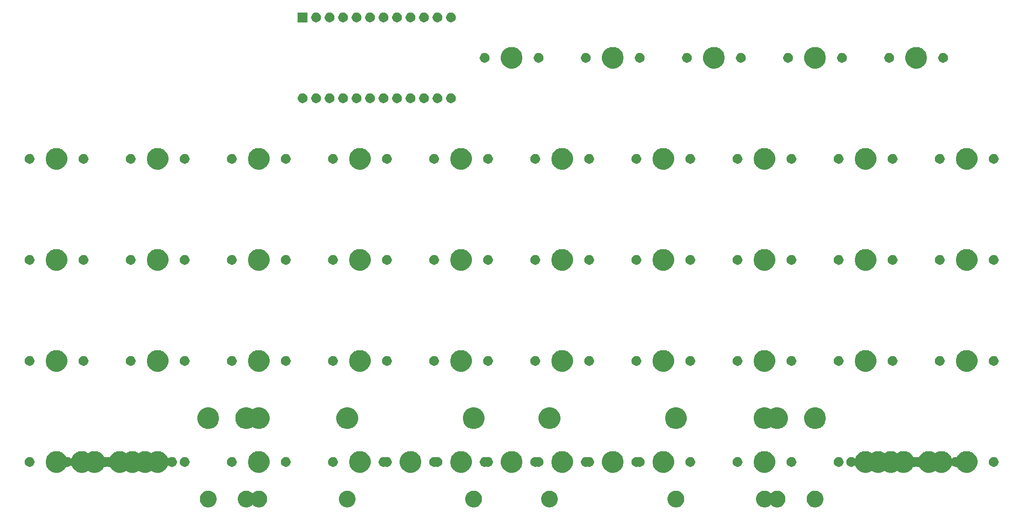
<source format=gbs>
G04 #@! TF.GenerationSoftware,KiCad,Pcbnew,(5.1.4)-1*
G04 #@! TF.CreationDate,2021-09-02T03:53:13-10:00*
G04 #@! TF.ProjectId,oya45,6f796134-352e-46b6-9963-61645f706362,rev?*
G04 #@! TF.SameCoordinates,Original*
G04 #@! TF.FileFunction,Soldermask,Bot*
G04 #@! TF.FilePolarity,Negative*
%FSLAX46Y46*%
G04 Gerber Fmt 4.6, Leading zero omitted, Abs format (unit mm)*
G04 Created by KiCad (PCBNEW (5.1.4)-1) date 2021-09-02 03:53:13*
%MOMM*%
%LPD*%
G04 APERTURE LIST*
%ADD10C,0.100000*%
G04 APERTURE END LIST*
D10*
G36*
X190807267Y-119740263D02*
G01*
X190959411Y-119770526D01*
X191078137Y-119819704D01*
X191246041Y-119889252D01*
X191246042Y-119889253D01*
X191504004Y-120061617D01*
X191599068Y-120156681D01*
X191618004Y-120172221D01*
X191639615Y-120183772D01*
X191663064Y-120190885D01*
X191687450Y-120193287D01*
X191711836Y-120190885D01*
X191735285Y-120183772D01*
X191756896Y-120172221D01*
X191775832Y-120156681D01*
X191870896Y-120061617D01*
X192128858Y-119889253D01*
X192128859Y-119889252D01*
X192296763Y-119819704D01*
X192415489Y-119770526D01*
X192567633Y-119740263D01*
X192719775Y-119710000D01*
X193030025Y-119710000D01*
X193182167Y-119740263D01*
X193334311Y-119770526D01*
X193453037Y-119819704D01*
X193620941Y-119889252D01*
X193620942Y-119889253D01*
X193878904Y-120061617D01*
X194098283Y-120280996D01*
X194213453Y-120453361D01*
X194270648Y-120538959D01*
X194389374Y-120825590D01*
X194449900Y-121129875D01*
X194449900Y-121440125D01*
X194389374Y-121744410D01*
X194270648Y-122031041D01*
X194270647Y-122031042D01*
X194098283Y-122289004D01*
X193878904Y-122508383D01*
X193706539Y-122623553D01*
X193620941Y-122680748D01*
X193453037Y-122750296D01*
X193334311Y-122799474D01*
X193030025Y-122860000D01*
X192719775Y-122860000D01*
X192415489Y-122799474D01*
X192296763Y-122750296D01*
X192128859Y-122680748D01*
X192043261Y-122623553D01*
X191870896Y-122508383D01*
X191775832Y-122413319D01*
X191756896Y-122397779D01*
X191735285Y-122386228D01*
X191711836Y-122379115D01*
X191687450Y-122376713D01*
X191663064Y-122379115D01*
X191639615Y-122386228D01*
X191618004Y-122397779D01*
X191599068Y-122413319D01*
X191504004Y-122508383D01*
X191331639Y-122623553D01*
X191246041Y-122680748D01*
X191078137Y-122750296D01*
X190959411Y-122799474D01*
X190655125Y-122860000D01*
X190344875Y-122860000D01*
X190040589Y-122799474D01*
X189921863Y-122750296D01*
X189753959Y-122680748D01*
X189668361Y-122623553D01*
X189495996Y-122508383D01*
X189276617Y-122289004D01*
X189104253Y-122031042D01*
X189104252Y-122031041D01*
X188985526Y-121744410D01*
X188925000Y-121440125D01*
X188925000Y-121129875D01*
X188985526Y-120825590D01*
X189104252Y-120538959D01*
X189161447Y-120453361D01*
X189276617Y-120280996D01*
X189495996Y-120061617D01*
X189753958Y-119889253D01*
X189753959Y-119889252D01*
X189921863Y-119819704D01*
X190040589Y-119770526D01*
X190192733Y-119740263D01*
X190344875Y-119710000D01*
X190655125Y-119710000D01*
X190807267Y-119740263D01*
X190807267Y-119740263D01*
G37*
G36*
X200332267Y-119740263D02*
G01*
X200484411Y-119770526D01*
X200603137Y-119819704D01*
X200771041Y-119889252D01*
X200771042Y-119889253D01*
X201029004Y-120061617D01*
X201248383Y-120280996D01*
X201363553Y-120453361D01*
X201420748Y-120538959D01*
X201539474Y-120825590D01*
X201600000Y-121129875D01*
X201600000Y-121440125D01*
X201539474Y-121744410D01*
X201420748Y-122031041D01*
X201420747Y-122031042D01*
X201248383Y-122289004D01*
X201029004Y-122508383D01*
X200856639Y-122623553D01*
X200771041Y-122680748D01*
X200603137Y-122750296D01*
X200484411Y-122799474D01*
X200180125Y-122860000D01*
X199869875Y-122860000D01*
X199565589Y-122799474D01*
X199446863Y-122750296D01*
X199278959Y-122680748D01*
X199193361Y-122623553D01*
X199020996Y-122508383D01*
X198801617Y-122289004D01*
X198629253Y-122031042D01*
X198629252Y-122031041D01*
X198510526Y-121744410D01*
X198450000Y-121440125D01*
X198450000Y-121129875D01*
X198510526Y-120825590D01*
X198629252Y-120538959D01*
X198686447Y-120453361D01*
X198801617Y-120280996D01*
X199020996Y-120061617D01*
X199278958Y-119889253D01*
X199278959Y-119889252D01*
X199446863Y-119819704D01*
X199565589Y-119770526D01*
X199717733Y-119740263D01*
X199869875Y-119710000D01*
X200180125Y-119710000D01*
X200332267Y-119740263D01*
X200332267Y-119740263D01*
G37*
G36*
X86032267Y-119740263D02*
G01*
X86184411Y-119770526D01*
X86303137Y-119819704D01*
X86471041Y-119889252D01*
X86471042Y-119889253D01*
X86729004Y-120061617D01*
X86948383Y-120280996D01*
X87063553Y-120453361D01*
X87120748Y-120538959D01*
X87239474Y-120825590D01*
X87300000Y-121129875D01*
X87300000Y-121440125D01*
X87239474Y-121744410D01*
X87120748Y-122031041D01*
X87120747Y-122031042D01*
X86948383Y-122289004D01*
X86729004Y-122508383D01*
X86556639Y-122623553D01*
X86471041Y-122680748D01*
X86303137Y-122750296D01*
X86184411Y-122799474D01*
X85880125Y-122860000D01*
X85569875Y-122860000D01*
X85265589Y-122799474D01*
X85146863Y-122750296D01*
X84978959Y-122680748D01*
X84893361Y-122623553D01*
X84720996Y-122508383D01*
X84501617Y-122289004D01*
X84329253Y-122031042D01*
X84329252Y-122031041D01*
X84210526Y-121744410D01*
X84150000Y-121440125D01*
X84150000Y-121129875D01*
X84210526Y-120825590D01*
X84329252Y-120538959D01*
X84386447Y-120453361D01*
X84501617Y-120280996D01*
X84720996Y-120061617D01*
X84978958Y-119889253D01*
X84978959Y-119889252D01*
X85146863Y-119819704D01*
X85265589Y-119770526D01*
X85417733Y-119740263D01*
X85569875Y-119710000D01*
X85880125Y-119710000D01*
X86032267Y-119740263D01*
X86032267Y-119740263D01*
G37*
G36*
X93182367Y-119740263D02*
G01*
X93334511Y-119770526D01*
X93453237Y-119819704D01*
X93621141Y-119889252D01*
X93621142Y-119889253D01*
X93879104Y-120061617D01*
X93974168Y-120156681D01*
X93993104Y-120172221D01*
X94014715Y-120183772D01*
X94038164Y-120190885D01*
X94062550Y-120193287D01*
X94086936Y-120190885D01*
X94110385Y-120183772D01*
X94131996Y-120172221D01*
X94150932Y-120156681D01*
X94245996Y-120061617D01*
X94503958Y-119889253D01*
X94503959Y-119889252D01*
X94671863Y-119819704D01*
X94790589Y-119770526D01*
X94942733Y-119740263D01*
X95094875Y-119710000D01*
X95405125Y-119710000D01*
X95557267Y-119740263D01*
X95709411Y-119770526D01*
X95828137Y-119819704D01*
X95996041Y-119889252D01*
X95996042Y-119889253D01*
X96254004Y-120061617D01*
X96473383Y-120280996D01*
X96588553Y-120453361D01*
X96645748Y-120538959D01*
X96764474Y-120825590D01*
X96825000Y-121129875D01*
X96825000Y-121440125D01*
X96764474Y-121744410D01*
X96645748Y-122031041D01*
X96645747Y-122031042D01*
X96473383Y-122289004D01*
X96254004Y-122508383D01*
X96081639Y-122623553D01*
X95996041Y-122680748D01*
X95828137Y-122750296D01*
X95709411Y-122799474D01*
X95405125Y-122860000D01*
X95094875Y-122860000D01*
X94790589Y-122799474D01*
X94671863Y-122750296D01*
X94503959Y-122680748D01*
X94418361Y-122623553D01*
X94245996Y-122508383D01*
X94150932Y-122413319D01*
X94131996Y-122397779D01*
X94110385Y-122386228D01*
X94086936Y-122379115D01*
X94062550Y-122376713D01*
X94038164Y-122379115D01*
X94014715Y-122386228D01*
X93993104Y-122397779D01*
X93974168Y-122413319D01*
X93879104Y-122508383D01*
X93706739Y-122623553D01*
X93621141Y-122680748D01*
X93453237Y-122750296D01*
X93334511Y-122799474D01*
X93030225Y-122860000D01*
X92719975Y-122860000D01*
X92415689Y-122799474D01*
X92296963Y-122750296D01*
X92129059Y-122680748D01*
X92043461Y-122623553D01*
X91871096Y-122508383D01*
X91651717Y-122289004D01*
X91479353Y-122031042D01*
X91479352Y-122031041D01*
X91360626Y-121744410D01*
X91300100Y-121440125D01*
X91300100Y-121129875D01*
X91360626Y-120825590D01*
X91479352Y-120538959D01*
X91536547Y-120453361D01*
X91651717Y-120280996D01*
X91871096Y-120061617D01*
X92129058Y-119889253D01*
X92129059Y-119889252D01*
X92296963Y-119819704D01*
X92415689Y-119770526D01*
X92567833Y-119740263D01*
X92719975Y-119710000D01*
X93030225Y-119710000D01*
X93182367Y-119740263D01*
X93182367Y-119740263D01*
G37*
G36*
X174138517Y-119740263D02*
G01*
X174290661Y-119770526D01*
X174409387Y-119819704D01*
X174577291Y-119889252D01*
X174577292Y-119889253D01*
X174835254Y-120061617D01*
X175054633Y-120280996D01*
X175169803Y-120453361D01*
X175226998Y-120538959D01*
X175345724Y-120825590D01*
X175406250Y-121129875D01*
X175406250Y-121440125D01*
X175345724Y-121744410D01*
X175226998Y-122031041D01*
X175226997Y-122031042D01*
X175054633Y-122289004D01*
X174835254Y-122508383D01*
X174662889Y-122623553D01*
X174577291Y-122680748D01*
X174409387Y-122750296D01*
X174290661Y-122799474D01*
X173986375Y-122860000D01*
X173676125Y-122860000D01*
X173371839Y-122799474D01*
X173253113Y-122750296D01*
X173085209Y-122680748D01*
X172999611Y-122623553D01*
X172827246Y-122508383D01*
X172607867Y-122289004D01*
X172435503Y-122031042D01*
X172435502Y-122031041D01*
X172316776Y-121744410D01*
X172256250Y-121440125D01*
X172256250Y-121129875D01*
X172316776Y-120825590D01*
X172435502Y-120538959D01*
X172492697Y-120453361D01*
X172607867Y-120280996D01*
X172827246Y-120061617D01*
X173085208Y-119889253D01*
X173085209Y-119889252D01*
X173253113Y-119819704D01*
X173371839Y-119770526D01*
X173523983Y-119740263D01*
X173676125Y-119710000D01*
X173986375Y-119710000D01*
X174138517Y-119740263D01*
X174138517Y-119740263D01*
G37*
G36*
X136038517Y-119740263D02*
G01*
X136190661Y-119770526D01*
X136309387Y-119819704D01*
X136477291Y-119889252D01*
X136477292Y-119889253D01*
X136735254Y-120061617D01*
X136954633Y-120280996D01*
X137069803Y-120453361D01*
X137126998Y-120538959D01*
X137245724Y-120825590D01*
X137306250Y-121129875D01*
X137306250Y-121440125D01*
X137245724Y-121744410D01*
X137126998Y-122031041D01*
X137126997Y-122031042D01*
X136954633Y-122289004D01*
X136735254Y-122508383D01*
X136562889Y-122623553D01*
X136477291Y-122680748D01*
X136309387Y-122750296D01*
X136190661Y-122799474D01*
X135886375Y-122860000D01*
X135576125Y-122860000D01*
X135271839Y-122799474D01*
X135153113Y-122750296D01*
X134985209Y-122680748D01*
X134899611Y-122623553D01*
X134727246Y-122508383D01*
X134507867Y-122289004D01*
X134335503Y-122031042D01*
X134335502Y-122031041D01*
X134216776Y-121744410D01*
X134156250Y-121440125D01*
X134156250Y-121129875D01*
X134216776Y-120825590D01*
X134335502Y-120538959D01*
X134392697Y-120453361D01*
X134507867Y-120280996D01*
X134727246Y-120061617D01*
X134985208Y-119889253D01*
X134985209Y-119889252D01*
X135153113Y-119819704D01*
X135271839Y-119770526D01*
X135423983Y-119740263D01*
X135576125Y-119710000D01*
X135886375Y-119710000D01*
X136038517Y-119740263D01*
X136038517Y-119740263D01*
G37*
G36*
X112226017Y-119740263D02*
G01*
X112378161Y-119770526D01*
X112496887Y-119819704D01*
X112664791Y-119889252D01*
X112664792Y-119889253D01*
X112922754Y-120061617D01*
X113142133Y-120280996D01*
X113257303Y-120453361D01*
X113314498Y-120538959D01*
X113433224Y-120825590D01*
X113493750Y-121129875D01*
X113493750Y-121440125D01*
X113433224Y-121744410D01*
X113314498Y-122031041D01*
X113314497Y-122031042D01*
X113142133Y-122289004D01*
X112922754Y-122508383D01*
X112750389Y-122623553D01*
X112664791Y-122680748D01*
X112496887Y-122750296D01*
X112378161Y-122799474D01*
X112073875Y-122860000D01*
X111763625Y-122860000D01*
X111459339Y-122799474D01*
X111340613Y-122750296D01*
X111172709Y-122680748D01*
X111087111Y-122623553D01*
X110914746Y-122508383D01*
X110695367Y-122289004D01*
X110523003Y-122031042D01*
X110523002Y-122031041D01*
X110404276Y-121744410D01*
X110343750Y-121440125D01*
X110343750Y-121129875D01*
X110404276Y-120825590D01*
X110523002Y-120538959D01*
X110580197Y-120453361D01*
X110695367Y-120280996D01*
X110914746Y-120061617D01*
X111172708Y-119889253D01*
X111172709Y-119889252D01*
X111340613Y-119819704D01*
X111459339Y-119770526D01*
X111611483Y-119740263D01*
X111763625Y-119710000D01*
X112073875Y-119710000D01*
X112226017Y-119740263D01*
X112226017Y-119740263D01*
G37*
G36*
X150326017Y-119740263D02*
G01*
X150478161Y-119770526D01*
X150596887Y-119819704D01*
X150764791Y-119889252D01*
X150764792Y-119889253D01*
X151022754Y-120061617D01*
X151242133Y-120280996D01*
X151357303Y-120453361D01*
X151414498Y-120538959D01*
X151533224Y-120825590D01*
X151593750Y-121129875D01*
X151593750Y-121440125D01*
X151533224Y-121744410D01*
X151414498Y-122031041D01*
X151414497Y-122031042D01*
X151242133Y-122289004D01*
X151022754Y-122508383D01*
X150850389Y-122623553D01*
X150764791Y-122680748D01*
X150596887Y-122750296D01*
X150478161Y-122799474D01*
X150173875Y-122860000D01*
X149863625Y-122860000D01*
X149559339Y-122799474D01*
X149440613Y-122750296D01*
X149272709Y-122680748D01*
X149187111Y-122623553D01*
X149014746Y-122508383D01*
X148795367Y-122289004D01*
X148623003Y-122031042D01*
X148623002Y-122031041D01*
X148504276Y-121744410D01*
X148443750Y-121440125D01*
X148443750Y-121129875D01*
X148504276Y-120825590D01*
X148623002Y-120538959D01*
X148680197Y-120453361D01*
X148795367Y-120280996D01*
X149014746Y-120061617D01*
X149272708Y-119889253D01*
X149272709Y-119889252D01*
X149440613Y-119819704D01*
X149559339Y-119770526D01*
X149711483Y-119740263D01*
X149863625Y-119710000D01*
X150173875Y-119710000D01*
X150326017Y-119740263D01*
X150326017Y-119740263D01*
G37*
G36*
X57746474Y-112333684D02*
G01*
X57964474Y-112423983D01*
X58118623Y-112487833D01*
X58453548Y-112711623D01*
X58738377Y-112996452D01*
X58738378Y-112996454D01*
X58959719Y-113327713D01*
X58975265Y-113346655D01*
X58994206Y-113362200D01*
X59015817Y-113373751D01*
X59039266Y-113380864D01*
X59063652Y-113383266D01*
X59088038Y-113380864D01*
X59122546Y-113374000D01*
X59304953Y-113374000D01*
X59483854Y-113409585D01*
X59652376Y-113479389D01*
X59804041Y-113580728D01*
X59808247Y-113584934D01*
X59827178Y-113600470D01*
X59848789Y-113612021D01*
X59872238Y-113619134D01*
X59896624Y-113621536D01*
X59921010Y-113619134D01*
X59944459Y-113612021D01*
X59966070Y-113600470D01*
X59985012Y-113584925D01*
X60000557Y-113565983D01*
X60012108Y-113544372D01*
X60065067Y-113416518D01*
X60100333Y-113331377D01*
X60324123Y-112996452D01*
X60608952Y-112711623D01*
X60943877Y-112487833D01*
X61098026Y-112423983D01*
X61316026Y-112333684D01*
X61711094Y-112255100D01*
X62113906Y-112255100D01*
X62508974Y-112333684D01*
X62726974Y-112423983D01*
X62881123Y-112487833D01*
X63033679Y-112589768D01*
X63055290Y-112601319D01*
X63078739Y-112608432D01*
X63103125Y-112610834D01*
X63127511Y-112608432D01*
X63150960Y-112601319D01*
X63172571Y-112589768D01*
X63325127Y-112487833D01*
X63479276Y-112423983D01*
X63697276Y-112333684D01*
X64092344Y-112255100D01*
X64495156Y-112255100D01*
X64890224Y-112333684D01*
X65108224Y-112423983D01*
X65262373Y-112487833D01*
X65597298Y-112711623D01*
X65882127Y-112996452D01*
X65882128Y-112996454D01*
X66103469Y-113327713D01*
X66119015Y-113346655D01*
X66137956Y-113362200D01*
X66159567Y-113373751D01*
X66183016Y-113380864D01*
X66207402Y-113383266D01*
X66231788Y-113380864D01*
X66266296Y-113374000D01*
X66448703Y-113374000D01*
X66627604Y-113409585D01*
X66627610Y-113409588D01*
X66628065Y-113409678D01*
X66650618Y-113416518D01*
X66675004Y-113418919D01*
X66699390Y-113416516D01*
X66721935Y-113409678D01*
X66722390Y-113409588D01*
X66722396Y-113409585D01*
X66901297Y-113374000D01*
X67083704Y-113374000D01*
X67118212Y-113380864D01*
X67142598Y-113383266D01*
X67166984Y-113380864D01*
X67190433Y-113373751D01*
X67212044Y-113362200D01*
X67230986Y-113346654D01*
X67246531Y-113327713D01*
X67467872Y-112996454D01*
X67467873Y-112996452D01*
X67752702Y-112711623D01*
X68087627Y-112487833D01*
X68241776Y-112423983D01*
X68459776Y-112333684D01*
X68854844Y-112255100D01*
X69257656Y-112255100D01*
X69652724Y-112333684D01*
X69870724Y-112423983D01*
X70024873Y-112487833D01*
X70177429Y-112589768D01*
X70199040Y-112601319D01*
X70222489Y-112608432D01*
X70246875Y-112610834D01*
X70271261Y-112608432D01*
X70294710Y-112601319D01*
X70316321Y-112589768D01*
X70468877Y-112487833D01*
X70623026Y-112423983D01*
X70841026Y-112333684D01*
X71236094Y-112255100D01*
X71638906Y-112255100D01*
X72033974Y-112333684D01*
X72251974Y-112423983D01*
X72406123Y-112487833D01*
X72558679Y-112589768D01*
X72580290Y-112601319D01*
X72603739Y-112608432D01*
X72628125Y-112610834D01*
X72652511Y-112608432D01*
X72675960Y-112601319D01*
X72697571Y-112589768D01*
X72850127Y-112487833D01*
X73004276Y-112423983D01*
X73222276Y-112333684D01*
X73617344Y-112255100D01*
X74020156Y-112255100D01*
X74415224Y-112333684D01*
X74633224Y-112423983D01*
X74787373Y-112487833D01*
X74939929Y-112589768D01*
X74961540Y-112601319D01*
X74984989Y-112608432D01*
X75009375Y-112610834D01*
X75033761Y-112608432D01*
X75057210Y-112601319D01*
X75078821Y-112589768D01*
X75231377Y-112487833D01*
X75385526Y-112423983D01*
X75603526Y-112333684D01*
X75998594Y-112255100D01*
X76401406Y-112255100D01*
X76796474Y-112333684D01*
X77014474Y-112423983D01*
X77168623Y-112487833D01*
X77503548Y-112711623D01*
X77788377Y-112996452D01*
X78012167Y-113331377D01*
X78047433Y-113416518D01*
X78100392Y-113544372D01*
X78111943Y-113565983D01*
X78127488Y-113584925D01*
X78146430Y-113600470D01*
X78168041Y-113612021D01*
X78191490Y-113619134D01*
X78215876Y-113621536D01*
X78240262Y-113619134D01*
X78263711Y-113612021D01*
X78285322Y-113600470D01*
X78304253Y-113584934D01*
X78308459Y-113580728D01*
X78460124Y-113479389D01*
X78628646Y-113409585D01*
X78807547Y-113374000D01*
X78989953Y-113374000D01*
X79168854Y-113409585D01*
X79337376Y-113479389D01*
X79489041Y-113580728D01*
X79618022Y-113709709D01*
X79719361Y-113861374D01*
X79789165Y-114029896D01*
X79824750Y-114208797D01*
X79824750Y-114391203D01*
X79789165Y-114570104D01*
X79719361Y-114738626D01*
X79618022Y-114890291D01*
X79489041Y-115019272D01*
X79337376Y-115120611D01*
X79168854Y-115190415D01*
X78989953Y-115226000D01*
X78807547Y-115226000D01*
X78628646Y-115190415D01*
X78460124Y-115120611D01*
X78308459Y-115019272D01*
X78304253Y-115015066D01*
X78285322Y-114999530D01*
X78263711Y-114987979D01*
X78240262Y-114980866D01*
X78215876Y-114978464D01*
X78191490Y-114980866D01*
X78168041Y-114987979D01*
X78146430Y-114999530D01*
X78127488Y-115015075D01*
X78111943Y-115034017D01*
X78100392Y-115055628D01*
X78012167Y-115268623D01*
X77788377Y-115603548D01*
X77503548Y-115888377D01*
X77168623Y-116112167D01*
X77014474Y-116176017D01*
X76796474Y-116266316D01*
X76401406Y-116344900D01*
X75998594Y-116344900D01*
X75603526Y-116266316D01*
X75385526Y-116176017D01*
X75231377Y-116112167D01*
X75078819Y-116010231D01*
X75057210Y-115998681D01*
X75033761Y-115991568D01*
X75009375Y-115989166D01*
X74984989Y-115991568D01*
X74961540Y-115998681D01*
X74939931Y-116010231D01*
X74787373Y-116112167D01*
X74633224Y-116176017D01*
X74415224Y-116266316D01*
X74020156Y-116344900D01*
X73617344Y-116344900D01*
X73222276Y-116266316D01*
X73004276Y-116176017D01*
X72850127Y-116112167D01*
X72697569Y-116010231D01*
X72675960Y-115998681D01*
X72652511Y-115991568D01*
X72628125Y-115989166D01*
X72603739Y-115991568D01*
X72580290Y-115998681D01*
X72558681Y-116010231D01*
X72406123Y-116112167D01*
X72251974Y-116176017D01*
X72033974Y-116266316D01*
X71638906Y-116344900D01*
X71236094Y-116344900D01*
X70841026Y-116266316D01*
X70623026Y-116176017D01*
X70468877Y-116112167D01*
X70316319Y-116010231D01*
X70294710Y-115998681D01*
X70271261Y-115991568D01*
X70246875Y-115989166D01*
X70222489Y-115991568D01*
X70199040Y-115998681D01*
X70177431Y-116010231D01*
X70024873Y-116112167D01*
X69870724Y-116176017D01*
X69652724Y-116266316D01*
X69257656Y-116344900D01*
X68854844Y-116344900D01*
X68459776Y-116266316D01*
X68241776Y-116176017D01*
X68087627Y-116112167D01*
X67752702Y-115888377D01*
X67467873Y-115603548D01*
X67246531Y-115272287D01*
X67230985Y-115253345D01*
X67212044Y-115237800D01*
X67190433Y-115226249D01*
X67166984Y-115219136D01*
X67142598Y-115216734D01*
X67118212Y-115219136D01*
X67083704Y-115226000D01*
X66901297Y-115226000D01*
X66722396Y-115190415D01*
X66722390Y-115190412D01*
X66721935Y-115190322D01*
X66699382Y-115183482D01*
X66674996Y-115181081D01*
X66650610Y-115183484D01*
X66628065Y-115190322D01*
X66627610Y-115190412D01*
X66627604Y-115190415D01*
X66448703Y-115226000D01*
X66266296Y-115226000D01*
X66231788Y-115219136D01*
X66207402Y-115216734D01*
X66183016Y-115219136D01*
X66159567Y-115226249D01*
X66137956Y-115237800D01*
X66119014Y-115253346D01*
X66103469Y-115272287D01*
X65882127Y-115603548D01*
X65597298Y-115888377D01*
X65262373Y-116112167D01*
X65108224Y-116176017D01*
X64890224Y-116266316D01*
X64495156Y-116344900D01*
X64092344Y-116344900D01*
X63697276Y-116266316D01*
X63479276Y-116176017D01*
X63325127Y-116112167D01*
X63172569Y-116010231D01*
X63150960Y-115998681D01*
X63127511Y-115991568D01*
X63103125Y-115989166D01*
X63078739Y-115991568D01*
X63055290Y-115998681D01*
X63033681Y-116010231D01*
X62881123Y-116112167D01*
X62726974Y-116176017D01*
X62508974Y-116266316D01*
X62113906Y-116344900D01*
X61711094Y-116344900D01*
X61316026Y-116266316D01*
X61098026Y-116176017D01*
X60943877Y-116112167D01*
X60608952Y-115888377D01*
X60324123Y-115603548D01*
X60100333Y-115268623D01*
X60012108Y-115055628D01*
X60000557Y-115034017D01*
X59985012Y-115015075D01*
X59966070Y-114999530D01*
X59944459Y-114987979D01*
X59921010Y-114980866D01*
X59896624Y-114978464D01*
X59872238Y-114980866D01*
X59848789Y-114987979D01*
X59827178Y-114999530D01*
X59808247Y-115015066D01*
X59804041Y-115019272D01*
X59652376Y-115120611D01*
X59483854Y-115190415D01*
X59304953Y-115226000D01*
X59122546Y-115226000D01*
X59088038Y-115219136D01*
X59063652Y-115216734D01*
X59039266Y-115219136D01*
X59015817Y-115226249D01*
X58994206Y-115237800D01*
X58975264Y-115253346D01*
X58959719Y-115272287D01*
X58738377Y-115603548D01*
X58453548Y-115888377D01*
X58118623Y-116112167D01*
X57964474Y-116176017D01*
X57746474Y-116266316D01*
X57351406Y-116344900D01*
X56948594Y-116344900D01*
X56553526Y-116266316D01*
X56335526Y-116176017D01*
X56181377Y-116112167D01*
X55846452Y-115888377D01*
X55561623Y-115603548D01*
X55337833Y-115268623D01*
X55234549Y-115019272D01*
X55183684Y-114896474D01*
X55105100Y-114501406D01*
X55105100Y-114098594D01*
X55183684Y-113703526D01*
X55302567Y-113416518D01*
X55337833Y-113331377D01*
X55561623Y-112996452D01*
X55846452Y-112711623D01*
X56181377Y-112487833D01*
X56335526Y-112423983D01*
X56553526Y-112333684D01*
X56948594Y-112255100D01*
X57351406Y-112255100D01*
X57746474Y-112333684D01*
X57746474Y-112333684D01*
G37*
G36*
X162521474Y-112333684D02*
G01*
X162739474Y-112423983D01*
X162893623Y-112487833D01*
X163228548Y-112711623D01*
X163513377Y-112996452D01*
X163737167Y-113331377D01*
X163772433Y-113416518D01*
X163891316Y-113703526D01*
X163969900Y-114098594D01*
X163969900Y-114501406D01*
X163891316Y-114896474D01*
X163840451Y-115019272D01*
X163737167Y-115268623D01*
X163513377Y-115603548D01*
X163228548Y-115888377D01*
X162893623Y-116112167D01*
X162739474Y-116176017D01*
X162521474Y-116266316D01*
X162126406Y-116344900D01*
X161723594Y-116344900D01*
X161328526Y-116266316D01*
X161110526Y-116176017D01*
X160956377Y-116112167D01*
X160621452Y-115888377D01*
X160336623Y-115603548D01*
X160112833Y-115268623D01*
X160009549Y-115019272D01*
X159958684Y-114896474D01*
X159880100Y-114501406D01*
X159880100Y-114098594D01*
X159958684Y-113703526D01*
X160077567Y-113416518D01*
X160112833Y-113331377D01*
X160336623Y-112996452D01*
X160621452Y-112711623D01*
X160956377Y-112487833D01*
X161110526Y-112423983D01*
X161328526Y-112333684D01*
X161723594Y-112255100D01*
X162126406Y-112255100D01*
X162521474Y-112333684D01*
X162521474Y-112333684D01*
G37*
G36*
X95846474Y-112333684D02*
G01*
X96064474Y-112423983D01*
X96218623Y-112487833D01*
X96553548Y-112711623D01*
X96838377Y-112996452D01*
X97062167Y-113331377D01*
X97097433Y-113416518D01*
X97216316Y-113703526D01*
X97294900Y-114098594D01*
X97294900Y-114501406D01*
X97216316Y-114896474D01*
X97165451Y-115019272D01*
X97062167Y-115268623D01*
X96838377Y-115603548D01*
X96553548Y-115888377D01*
X96218623Y-116112167D01*
X96064474Y-116176017D01*
X95846474Y-116266316D01*
X95451406Y-116344900D01*
X95048594Y-116344900D01*
X94653526Y-116266316D01*
X94435526Y-116176017D01*
X94281377Y-116112167D01*
X93946452Y-115888377D01*
X93661623Y-115603548D01*
X93437833Y-115268623D01*
X93334549Y-115019272D01*
X93283684Y-114896474D01*
X93205100Y-114501406D01*
X93205100Y-114098594D01*
X93283684Y-113703526D01*
X93402567Y-113416518D01*
X93437833Y-113331377D01*
X93661623Y-112996452D01*
X93946452Y-112711623D01*
X94281377Y-112487833D01*
X94435526Y-112423983D01*
X94653526Y-112333684D01*
X95048594Y-112255100D01*
X95451406Y-112255100D01*
X95846474Y-112333684D01*
X95846474Y-112333684D01*
G37*
G36*
X172046474Y-112333684D02*
G01*
X172264474Y-112423983D01*
X172418623Y-112487833D01*
X172753548Y-112711623D01*
X173038377Y-112996452D01*
X173262167Y-113331377D01*
X173297433Y-113416518D01*
X173416316Y-113703526D01*
X173494900Y-114098594D01*
X173494900Y-114501406D01*
X173416316Y-114896474D01*
X173365451Y-115019272D01*
X173262167Y-115268623D01*
X173038377Y-115603548D01*
X172753548Y-115888377D01*
X172418623Y-116112167D01*
X172264474Y-116176017D01*
X172046474Y-116266316D01*
X171651406Y-116344900D01*
X171248594Y-116344900D01*
X170853526Y-116266316D01*
X170635526Y-116176017D01*
X170481377Y-116112167D01*
X170146452Y-115888377D01*
X169861623Y-115603548D01*
X169637833Y-115268623D01*
X169534549Y-115019272D01*
X169483684Y-114896474D01*
X169405100Y-114501406D01*
X169405100Y-114098594D01*
X169483684Y-113703526D01*
X169602567Y-113416518D01*
X169637833Y-113331377D01*
X169861623Y-112996452D01*
X170146452Y-112711623D01*
X170481377Y-112487833D01*
X170635526Y-112423983D01*
X170853526Y-112333684D01*
X171248594Y-112255100D01*
X171651406Y-112255100D01*
X172046474Y-112333684D01*
X172046474Y-112333684D01*
G37*
G36*
X191096474Y-112333684D02*
G01*
X191314474Y-112423983D01*
X191468623Y-112487833D01*
X191803548Y-112711623D01*
X192088377Y-112996452D01*
X192312167Y-113331377D01*
X192347433Y-113416518D01*
X192466316Y-113703526D01*
X192544900Y-114098594D01*
X192544900Y-114501406D01*
X192466316Y-114896474D01*
X192415451Y-115019272D01*
X192312167Y-115268623D01*
X192088377Y-115603548D01*
X191803548Y-115888377D01*
X191468623Y-116112167D01*
X191314474Y-116176017D01*
X191096474Y-116266316D01*
X190701406Y-116344900D01*
X190298594Y-116344900D01*
X189903526Y-116266316D01*
X189685526Y-116176017D01*
X189531377Y-116112167D01*
X189196452Y-115888377D01*
X188911623Y-115603548D01*
X188687833Y-115268623D01*
X188584549Y-115019272D01*
X188533684Y-114896474D01*
X188455100Y-114501406D01*
X188455100Y-114098594D01*
X188533684Y-113703526D01*
X188652567Y-113416518D01*
X188687833Y-113331377D01*
X188911623Y-112996452D01*
X189196452Y-112711623D01*
X189531377Y-112487833D01*
X189685526Y-112423983D01*
X189903526Y-112333684D01*
X190298594Y-112255100D01*
X190701406Y-112255100D01*
X191096474Y-112333684D01*
X191096474Y-112333684D01*
G37*
G36*
X114896474Y-112333684D02*
G01*
X115114474Y-112423983D01*
X115268623Y-112487833D01*
X115603548Y-112711623D01*
X115888377Y-112996452D01*
X116112167Y-113331377D01*
X116147433Y-113416518D01*
X116266316Y-113703526D01*
X116344900Y-114098594D01*
X116344900Y-114501406D01*
X116266316Y-114896474D01*
X116215451Y-115019272D01*
X116112167Y-115268623D01*
X115888377Y-115603548D01*
X115603548Y-115888377D01*
X115268623Y-116112167D01*
X115114474Y-116176017D01*
X114896474Y-116266316D01*
X114501406Y-116344900D01*
X114098594Y-116344900D01*
X113703526Y-116266316D01*
X113485526Y-116176017D01*
X113331377Y-116112167D01*
X112996452Y-115888377D01*
X112711623Y-115603548D01*
X112487833Y-115268623D01*
X112384549Y-115019272D01*
X112333684Y-114896474D01*
X112255100Y-114501406D01*
X112255100Y-114098594D01*
X112333684Y-113703526D01*
X112452567Y-113416518D01*
X112487833Y-113331377D01*
X112711623Y-112996452D01*
X112996452Y-112711623D01*
X113331377Y-112487833D01*
X113485526Y-112423983D01*
X113703526Y-112333684D01*
X114098594Y-112255100D01*
X114501406Y-112255100D01*
X114896474Y-112333684D01*
X114896474Y-112333684D01*
G37*
G36*
X152996474Y-112333684D02*
G01*
X153214474Y-112423983D01*
X153368623Y-112487833D01*
X153703548Y-112711623D01*
X153988377Y-112996452D01*
X154212167Y-113331377D01*
X154247433Y-113416518D01*
X154366316Y-113703526D01*
X154444900Y-114098594D01*
X154444900Y-114501406D01*
X154366316Y-114896474D01*
X154315451Y-115019272D01*
X154212167Y-115268623D01*
X153988377Y-115603548D01*
X153703548Y-115888377D01*
X153368623Y-116112167D01*
X153214474Y-116176017D01*
X152996474Y-116266316D01*
X152601406Y-116344900D01*
X152198594Y-116344900D01*
X151803526Y-116266316D01*
X151585526Y-116176017D01*
X151431377Y-116112167D01*
X151096452Y-115888377D01*
X150811623Y-115603548D01*
X150587833Y-115268623D01*
X150484549Y-115019272D01*
X150433684Y-114896474D01*
X150355100Y-114501406D01*
X150355100Y-114098594D01*
X150433684Y-113703526D01*
X150552567Y-113416518D01*
X150587833Y-113331377D01*
X150811623Y-112996452D01*
X151096452Y-112711623D01*
X151431377Y-112487833D01*
X151585526Y-112423983D01*
X151803526Y-112333684D01*
X152198594Y-112255100D01*
X152601406Y-112255100D01*
X152996474Y-112333684D01*
X152996474Y-112333684D01*
G37*
G36*
X133946474Y-112333684D02*
G01*
X134164474Y-112423983D01*
X134318623Y-112487833D01*
X134653548Y-112711623D01*
X134938377Y-112996452D01*
X135162167Y-113331377D01*
X135197433Y-113416518D01*
X135316316Y-113703526D01*
X135394900Y-114098594D01*
X135394900Y-114501406D01*
X135316316Y-114896474D01*
X135265451Y-115019272D01*
X135162167Y-115268623D01*
X134938377Y-115603548D01*
X134653548Y-115888377D01*
X134318623Y-116112167D01*
X134164474Y-116176017D01*
X133946474Y-116266316D01*
X133551406Y-116344900D01*
X133148594Y-116344900D01*
X132753526Y-116266316D01*
X132535526Y-116176017D01*
X132381377Y-116112167D01*
X132046452Y-115888377D01*
X131761623Y-115603548D01*
X131537833Y-115268623D01*
X131434549Y-115019272D01*
X131383684Y-114896474D01*
X131305100Y-114501406D01*
X131305100Y-114098594D01*
X131383684Y-113703526D01*
X131502567Y-113416518D01*
X131537833Y-113331377D01*
X131761623Y-112996452D01*
X132046452Y-112711623D01*
X132381377Y-112487833D01*
X132535526Y-112423983D01*
X132753526Y-112333684D01*
X133148594Y-112255100D01*
X133551406Y-112255100D01*
X133946474Y-112333684D01*
X133946474Y-112333684D01*
G37*
G36*
X210146474Y-112333684D02*
G01*
X210364474Y-112423983D01*
X210518623Y-112487833D01*
X210671179Y-112589768D01*
X210692790Y-112601319D01*
X210716239Y-112608432D01*
X210740625Y-112610834D01*
X210765011Y-112608432D01*
X210788460Y-112601319D01*
X210810071Y-112589768D01*
X210962627Y-112487833D01*
X211116776Y-112423983D01*
X211334776Y-112333684D01*
X211729844Y-112255100D01*
X212132656Y-112255100D01*
X212527724Y-112333684D01*
X212745724Y-112423983D01*
X212899873Y-112487833D01*
X213052429Y-112589768D01*
X213074040Y-112601319D01*
X213097489Y-112608432D01*
X213121875Y-112610834D01*
X213146261Y-112608432D01*
X213169710Y-112601319D01*
X213191321Y-112589768D01*
X213343877Y-112487833D01*
X213498026Y-112423983D01*
X213716026Y-112333684D01*
X214111094Y-112255100D01*
X214513906Y-112255100D01*
X214908974Y-112333684D01*
X215126974Y-112423983D01*
X215281123Y-112487833D01*
X215433679Y-112589768D01*
X215455290Y-112601319D01*
X215478739Y-112608432D01*
X215503125Y-112610834D01*
X215527511Y-112608432D01*
X215550960Y-112601319D01*
X215572571Y-112589768D01*
X215725127Y-112487833D01*
X215879276Y-112423983D01*
X216097276Y-112333684D01*
X216492344Y-112255100D01*
X216895156Y-112255100D01*
X217290224Y-112333684D01*
X217508224Y-112423983D01*
X217662373Y-112487833D01*
X217997298Y-112711623D01*
X218282127Y-112996452D01*
X218282128Y-112996454D01*
X218503469Y-113327713D01*
X218519015Y-113346655D01*
X218537956Y-113362200D01*
X218559567Y-113373751D01*
X218583016Y-113380864D01*
X218607402Y-113383266D01*
X218631788Y-113380864D01*
X218666296Y-113374000D01*
X218848703Y-113374000D01*
X219027604Y-113409585D01*
X219027610Y-113409588D01*
X219028065Y-113409678D01*
X219050618Y-113416518D01*
X219075004Y-113418919D01*
X219099390Y-113416516D01*
X219121935Y-113409678D01*
X219122390Y-113409588D01*
X219122396Y-113409585D01*
X219301297Y-113374000D01*
X219483704Y-113374000D01*
X219518212Y-113380864D01*
X219542598Y-113383266D01*
X219566984Y-113380864D01*
X219590433Y-113373751D01*
X219612044Y-113362200D01*
X219630986Y-113346654D01*
X219646531Y-113327713D01*
X219867872Y-112996454D01*
X219867873Y-112996452D01*
X220152702Y-112711623D01*
X220487627Y-112487833D01*
X220641776Y-112423983D01*
X220859776Y-112333684D01*
X221254844Y-112255100D01*
X221657656Y-112255100D01*
X222052724Y-112333684D01*
X222270724Y-112423983D01*
X222424873Y-112487833D01*
X222577429Y-112589768D01*
X222599040Y-112601319D01*
X222622489Y-112608432D01*
X222646875Y-112610834D01*
X222671261Y-112608432D01*
X222694710Y-112601319D01*
X222716321Y-112589768D01*
X222868877Y-112487833D01*
X223023026Y-112423983D01*
X223241026Y-112333684D01*
X223636094Y-112255100D01*
X224038906Y-112255100D01*
X224433974Y-112333684D01*
X224651974Y-112423983D01*
X224806123Y-112487833D01*
X225141048Y-112711623D01*
X225425877Y-112996452D01*
X225649667Y-113331377D01*
X225684933Y-113416518D01*
X225737892Y-113544372D01*
X225749443Y-113565983D01*
X225764988Y-113584925D01*
X225783930Y-113600470D01*
X225805541Y-113612021D01*
X225828990Y-113619134D01*
X225853376Y-113621536D01*
X225877762Y-113619134D01*
X225901211Y-113612021D01*
X225922822Y-113600470D01*
X225941753Y-113584934D01*
X225945959Y-113580728D01*
X226097624Y-113479389D01*
X226266146Y-113409585D01*
X226445047Y-113374000D01*
X226627454Y-113374000D01*
X226661962Y-113380864D01*
X226686348Y-113383266D01*
X226710734Y-113380864D01*
X226734183Y-113373751D01*
X226755794Y-113362200D01*
X226774736Y-113346654D01*
X226790281Y-113327713D01*
X227011622Y-112996454D01*
X227011623Y-112996452D01*
X227296452Y-112711623D01*
X227631377Y-112487833D01*
X227785526Y-112423983D01*
X228003526Y-112333684D01*
X228398594Y-112255100D01*
X228801406Y-112255100D01*
X229196474Y-112333684D01*
X229414474Y-112423983D01*
X229568623Y-112487833D01*
X229903548Y-112711623D01*
X230188377Y-112996452D01*
X230412167Y-113331377D01*
X230447433Y-113416518D01*
X230566316Y-113703526D01*
X230644900Y-114098594D01*
X230644900Y-114501406D01*
X230566316Y-114896474D01*
X230515451Y-115019272D01*
X230412167Y-115268623D01*
X230188377Y-115603548D01*
X229903548Y-115888377D01*
X229568623Y-116112167D01*
X229414474Y-116176017D01*
X229196474Y-116266316D01*
X228801406Y-116344900D01*
X228398594Y-116344900D01*
X228003526Y-116266316D01*
X227785526Y-116176017D01*
X227631377Y-116112167D01*
X227296452Y-115888377D01*
X227011623Y-115603548D01*
X226790281Y-115272287D01*
X226774735Y-115253345D01*
X226755794Y-115237800D01*
X226734183Y-115226249D01*
X226710734Y-115219136D01*
X226686348Y-115216734D01*
X226661962Y-115219136D01*
X226627454Y-115226000D01*
X226445047Y-115226000D01*
X226266146Y-115190415D01*
X226097624Y-115120611D01*
X225945959Y-115019272D01*
X225941753Y-115015066D01*
X225922822Y-114999530D01*
X225901211Y-114987979D01*
X225877762Y-114980866D01*
X225853376Y-114978464D01*
X225828990Y-114980866D01*
X225805541Y-114987979D01*
X225783930Y-114999530D01*
X225764988Y-115015075D01*
X225749443Y-115034017D01*
X225737892Y-115055628D01*
X225649667Y-115268623D01*
X225425877Y-115603548D01*
X225141048Y-115888377D01*
X224806123Y-116112167D01*
X224651974Y-116176017D01*
X224433974Y-116266316D01*
X224038906Y-116344900D01*
X223636094Y-116344900D01*
X223241026Y-116266316D01*
X223023026Y-116176017D01*
X222868877Y-116112167D01*
X222716319Y-116010231D01*
X222694710Y-115998681D01*
X222671261Y-115991568D01*
X222646875Y-115989166D01*
X222622489Y-115991568D01*
X222599040Y-115998681D01*
X222577431Y-116010231D01*
X222424873Y-116112167D01*
X222270724Y-116176017D01*
X222052724Y-116266316D01*
X221657656Y-116344900D01*
X221254844Y-116344900D01*
X220859776Y-116266316D01*
X220641776Y-116176017D01*
X220487627Y-116112167D01*
X220152702Y-115888377D01*
X219867873Y-115603548D01*
X219646531Y-115272287D01*
X219630985Y-115253345D01*
X219612044Y-115237800D01*
X219590433Y-115226249D01*
X219566984Y-115219136D01*
X219542598Y-115216734D01*
X219518212Y-115219136D01*
X219483704Y-115226000D01*
X219301297Y-115226000D01*
X219122396Y-115190415D01*
X219122390Y-115190412D01*
X219121935Y-115190322D01*
X219099382Y-115183482D01*
X219074996Y-115181081D01*
X219050610Y-115183484D01*
X219028065Y-115190322D01*
X219027610Y-115190412D01*
X219027604Y-115190415D01*
X218848703Y-115226000D01*
X218666296Y-115226000D01*
X218631788Y-115219136D01*
X218607402Y-115216734D01*
X218583016Y-115219136D01*
X218559567Y-115226249D01*
X218537956Y-115237800D01*
X218519014Y-115253346D01*
X218503469Y-115272287D01*
X218282127Y-115603548D01*
X217997298Y-115888377D01*
X217662373Y-116112167D01*
X217508224Y-116176017D01*
X217290224Y-116266316D01*
X216895156Y-116344900D01*
X216492344Y-116344900D01*
X216097276Y-116266316D01*
X215879276Y-116176017D01*
X215725127Y-116112167D01*
X215572569Y-116010231D01*
X215550960Y-115998681D01*
X215527511Y-115991568D01*
X215503125Y-115989166D01*
X215478739Y-115991568D01*
X215455290Y-115998681D01*
X215433681Y-116010231D01*
X215281123Y-116112167D01*
X215126974Y-116176017D01*
X214908974Y-116266316D01*
X214513906Y-116344900D01*
X214111094Y-116344900D01*
X213716026Y-116266316D01*
X213498026Y-116176017D01*
X213343877Y-116112167D01*
X213191319Y-116010231D01*
X213169710Y-115998681D01*
X213146261Y-115991568D01*
X213121875Y-115989166D01*
X213097489Y-115991568D01*
X213074040Y-115998681D01*
X213052431Y-116010231D01*
X212899873Y-116112167D01*
X212745724Y-116176017D01*
X212527724Y-116266316D01*
X212132656Y-116344900D01*
X211729844Y-116344900D01*
X211334776Y-116266316D01*
X211116776Y-116176017D01*
X210962627Y-116112167D01*
X210810069Y-116010231D01*
X210788460Y-115998681D01*
X210765011Y-115991568D01*
X210740625Y-115989166D01*
X210716239Y-115991568D01*
X210692790Y-115998681D01*
X210671181Y-116010231D01*
X210518623Y-116112167D01*
X210364474Y-116176017D01*
X210146474Y-116266316D01*
X209751406Y-116344900D01*
X209348594Y-116344900D01*
X208953526Y-116266316D01*
X208735526Y-116176017D01*
X208581377Y-116112167D01*
X208246452Y-115888377D01*
X207961623Y-115603548D01*
X207737833Y-115268623D01*
X207649608Y-115055628D01*
X207638057Y-115034017D01*
X207622512Y-115015075D01*
X207603570Y-114999530D01*
X207581959Y-114987979D01*
X207558510Y-114980866D01*
X207534124Y-114978464D01*
X207509738Y-114980866D01*
X207486289Y-114987979D01*
X207464678Y-114999530D01*
X207445747Y-115015066D01*
X207441541Y-115019272D01*
X207289876Y-115120611D01*
X207121354Y-115190415D01*
X206942453Y-115226000D01*
X206760047Y-115226000D01*
X206581146Y-115190415D01*
X206412624Y-115120611D01*
X206260959Y-115019272D01*
X206131978Y-114890291D01*
X206030639Y-114738626D01*
X205960835Y-114570104D01*
X205925250Y-114391203D01*
X205925250Y-114208797D01*
X205960835Y-114029896D01*
X206030639Y-113861374D01*
X206131978Y-113709709D01*
X206260959Y-113580728D01*
X206412624Y-113479389D01*
X206581146Y-113409585D01*
X206760047Y-113374000D01*
X206942453Y-113374000D01*
X207121354Y-113409585D01*
X207289876Y-113479389D01*
X207441541Y-113580728D01*
X207445747Y-113584934D01*
X207464678Y-113600470D01*
X207486289Y-113612021D01*
X207509738Y-113619134D01*
X207534124Y-113621536D01*
X207558510Y-113619134D01*
X207581959Y-113612021D01*
X207603570Y-113600470D01*
X207622512Y-113584925D01*
X207638057Y-113565983D01*
X207649608Y-113544372D01*
X207702567Y-113416518D01*
X207737833Y-113331377D01*
X207961623Y-112996452D01*
X208246452Y-112711623D01*
X208581377Y-112487833D01*
X208735526Y-112423983D01*
X208953526Y-112333684D01*
X209348594Y-112255100D01*
X209751406Y-112255100D01*
X210146474Y-112333684D01*
X210146474Y-112333684D01*
G37*
G36*
X143471474Y-112333684D02*
G01*
X143689474Y-112423983D01*
X143843623Y-112487833D01*
X144178548Y-112711623D01*
X144463377Y-112996452D01*
X144687167Y-113331377D01*
X144722433Y-113416518D01*
X144841316Y-113703526D01*
X144919900Y-114098594D01*
X144919900Y-114501406D01*
X144841316Y-114896474D01*
X144790451Y-115019272D01*
X144687167Y-115268623D01*
X144463377Y-115603548D01*
X144178548Y-115888377D01*
X143843623Y-116112167D01*
X143689474Y-116176017D01*
X143471474Y-116266316D01*
X143076406Y-116344900D01*
X142673594Y-116344900D01*
X142278526Y-116266316D01*
X142060526Y-116176017D01*
X141906377Y-116112167D01*
X141571452Y-115888377D01*
X141286623Y-115603548D01*
X141062833Y-115268623D01*
X140959549Y-115019272D01*
X140908684Y-114896474D01*
X140830100Y-114501406D01*
X140830100Y-114098594D01*
X140908684Y-113703526D01*
X141027567Y-113416518D01*
X141062833Y-113331377D01*
X141286623Y-112996452D01*
X141571452Y-112711623D01*
X141906377Y-112487833D01*
X142060526Y-112423983D01*
X142278526Y-112333684D01*
X142673594Y-112255100D01*
X143076406Y-112255100D01*
X143471474Y-112333684D01*
X143471474Y-112333684D01*
G37*
G36*
X124421474Y-112333684D02*
G01*
X124639474Y-112423983D01*
X124793623Y-112487833D01*
X125128548Y-112711623D01*
X125413377Y-112996452D01*
X125637167Y-113331377D01*
X125672433Y-113416518D01*
X125791316Y-113703526D01*
X125869900Y-114098594D01*
X125869900Y-114501406D01*
X125791316Y-114896474D01*
X125740451Y-115019272D01*
X125637167Y-115268623D01*
X125413377Y-115603548D01*
X125128548Y-115888377D01*
X124793623Y-116112167D01*
X124639474Y-116176017D01*
X124421474Y-116266316D01*
X124026406Y-116344900D01*
X123623594Y-116344900D01*
X123228526Y-116266316D01*
X123010526Y-116176017D01*
X122856377Y-116112167D01*
X122521452Y-115888377D01*
X122236623Y-115603548D01*
X122012833Y-115268623D01*
X121909549Y-115019272D01*
X121858684Y-114896474D01*
X121780100Y-114501406D01*
X121780100Y-114098594D01*
X121858684Y-113703526D01*
X121977567Y-113416518D01*
X122012833Y-113331377D01*
X122236623Y-112996452D01*
X122521452Y-112711623D01*
X122856377Y-112487833D01*
X123010526Y-112423983D01*
X123228526Y-112333684D01*
X123623594Y-112255100D01*
X124026406Y-112255100D01*
X124421474Y-112333684D01*
X124421474Y-112333684D01*
G37*
G36*
X128540104Y-113409585D02*
G01*
X128540110Y-113409588D01*
X128540565Y-113409678D01*
X128563118Y-113416518D01*
X128587504Y-113418919D01*
X128611890Y-113416516D01*
X128634435Y-113409678D01*
X128634890Y-113409588D01*
X128634896Y-113409585D01*
X128813797Y-113374000D01*
X128996203Y-113374000D01*
X129175104Y-113409585D01*
X129343626Y-113479389D01*
X129495291Y-113580728D01*
X129624272Y-113709709D01*
X129725611Y-113861374D01*
X129795415Y-114029896D01*
X129831000Y-114208797D01*
X129831000Y-114391203D01*
X129795415Y-114570104D01*
X129725611Y-114738626D01*
X129624272Y-114890291D01*
X129495291Y-115019272D01*
X129343626Y-115120611D01*
X129175104Y-115190415D01*
X128996203Y-115226000D01*
X128813797Y-115226000D01*
X128634896Y-115190415D01*
X128634890Y-115190412D01*
X128634435Y-115190322D01*
X128611882Y-115183482D01*
X128587496Y-115181081D01*
X128563110Y-115183484D01*
X128540565Y-115190322D01*
X128540110Y-115190412D01*
X128540104Y-115190415D01*
X128361203Y-115226000D01*
X128178797Y-115226000D01*
X127999896Y-115190415D01*
X127831374Y-115120611D01*
X127679709Y-115019272D01*
X127550728Y-114890291D01*
X127449389Y-114738626D01*
X127379585Y-114570104D01*
X127344000Y-114391203D01*
X127344000Y-114208797D01*
X127379585Y-114029896D01*
X127449389Y-113861374D01*
X127550728Y-113709709D01*
X127679709Y-113580728D01*
X127831374Y-113479389D01*
X127999896Y-113409585D01*
X128178797Y-113374000D01*
X128361203Y-113374000D01*
X128540104Y-113409585D01*
X128540104Y-113409585D01*
G37*
G36*
X166640104Y-113409585D02*
G01*
X166640110Y-113409588D01*
X166640565Y-113409678D01*
X166663118Y-113416518D01*
X166687504Y-113418919D01*
X166711890Y-113416516D01*
X166734435Y-113409678D01*
X166734890Y-113409588D01*
X166734896Y-113409585D01*
X166913797Y-113374000D01*
X167096203Y-113374000D01*
X167275104Y-113409585D01*
X167443626Y-113479389D01*
X167595291Y-113580728D01*
X167724272Y-113709709D01*
X167825611Y-113861374D01*
X167895415Y-114029896D01*
X167931000Y-114208797D01*
X167931000Y-114391203D01*
X167895415Y-114570104D01*
X167825611Y-114738626D01*
X167724272Y-114890291D01*
X167595291Y-115019272D01*
X167443626Y-115120611D01*
X167275104Y-115190415D01*
X167096203Y-115226000D01*
X166913797Y-115226000D01*
X166734896Y-115190415D01*
X166734890Y-115190412D01*
X166734435Y-115190322D01*
X166711882Y-115183482D01*
X166687496Y-115181081D01*
X166663110Y-115183484D01*
X166640565Y-115190322D01*
X166640110Y-115190412D01*
X166640104Y-115190415D01*
X166461203Y-115226000D01*
X166278797Y-115226000D01*
X166099896Y-115190415D01*
X165931374Y-115120611D01*
X165779709Y-115019272D01*
X165650728Y-114890291D01*
X165549389Y-114738626D01*
X165479585Y-114570104D01*
X165444000Y-114391203D01*
X165444000Y-114208797D01*
X165479585Y-114029896D01*
X165549389Y-113861374D01*
X165650728Y-113709709D01*
X165779709Y-113580728D01*
X165931374Y-113479389D01*
X166099896Y-113409585D01*
X166278797Y-113374000D01*
X166461203Y-113374000D01*
X166640104Y-113409585D01*
X166640104Y-113409585D01*
G37*
G36*
X52340104Y-113409585D02*
G01*
X52508626Y-113479389D01*
X52660291Y-113580728D01*
X52789272Y-113709709D01*
X52890611Y-113861374D01*
X52960415Y-114029896D01*
X52996000Y-114208797D01*
X52996000Y-114391203D01*
X52960415Y-114570104D01*
X52890611Y-114738626D01*
X52789272Y-114890291D01*
X52660291Y-115019272D01*
X52508626Y-115120611D01*
X52340104Y-115190415D01*
X52161203Y-115226000D01*
X51978797Y-115226000D01*
X51799896Y-115190415D01*
X51631374Y-115120611D01*
X51479709Y-115019272D01*
X51350728Y-114890291D01*
X51249389Y-114738626D01*
X51179585Y-114570104D01*
X51144000Y-114391203D01*
X51144000Y-114208797D01*
X51179585Y-114029896D01*
X51249389Y-113861374D01*
X51350728Y-113709709D01*
X51479709Y-113580728D01*
X51631374Y-113479389D01*
X51799896Y-113409585D01*
X51978797Y-113374000D01*
X52161203Y-113374000D01*
X52340104Y-113409585D01*
X52340104Y-113409585D01*
G37*
G36*
X147590104Y-113409585D02*
G01*
X147590110Y-113409588D01*
X147590565Y-113409678D01*
X147613118Y-113416518D01*
X147637504Y-113418919D01*
X147661890Y-113416516D01*
X147684435Y-113409678D01*
X147684890Y-113409588D01*
X147684896Y-113409585D01*
X147863797Y-113374000D01*
X148046203Y-113374000D01*
X148225104Y-113409585D01*
X148393626Y-113479389D01*
X148545291Y-113580728D01*
X148674272Y-113709709D01*
X148775611Y-113861374D01*
X148845415Y-114029896D01*
X148881000Y-114208797D01*
X148881000Y-114391203D01*
X148845415Y-114570104D01*
X148775611Y-114738626D01*
X148674272Y-114890291D01*
X148545291Y-115019272D01*
X148393626Y-115120611D01*
X148225104Y-115190415D01*
X148046203Y-115226000D01*
X147863797Y-115226000D01*
X147684896Y-115190415D01*
X147684890Y-115190412D01*
X147684435Y-115190322D01*
X147661882Y-115183482D01*
X147637496Y-115181081D01*
X147613110Y-115183484D01*
X147590565Y-115190322D01*
X147590110Y-115190412D01*
X147590104Y-115190415D01*
X147411203Y-115226000D01*
X147228797Y-115226000D01*
X147049896Y-115190415D01*
X146881374Y-115120611D01*
X146729709Y-115019272D01*
X146600728Y-114890291D01*
X146499389Y-114738626D01*
X146429585Y-114570104D01*
X146394000Y-114391203D01*
X146394000Y-114208797D01*
X146429585Y-114029896D01*
X146499389Y-113861374D01*
X146600728Y-113709709D01*
X146729709Y-113580728D01*
X146881374Y-113479389D01*
X147049896Y-113409585D01*
X147228797Y-113374000D01*
X147411203Y-113374000D01*
X147590104Y-113409585D01*
X147590104Y-113409585D01*
G37*
G36*
X119015104Y-113409585D02*
G01*
X119015110Y-113409588D01*
X119015565Y-113409678D01*
X119038118Y-113416518D01*
X119062504Y-113418919D01*
X119086890Y-113416516D01*
X119109435Y-113409678D01*
X119109890Y-113409588D01*
X119109896Y-113409585D01*
X119288797Y-113374000D01*
X119471203Y-113374000D01*
X119650104Y-113409585D01*
X119818626Y-113479389D01*
X119970291Y-113580728D01*
X120099272Y-113709709D01*
X120200611Y-113861374D01*
X120270415Y-114029896D01*
X120306000Y-114208797D01*
X120306000Y-114391203D01*
X120270415Y-114570104D01*
X120200611Y-114738626D01*
X120099272Y-114890291D01*
X119970291Y-115019272D01*
X119818626Y-115120611D01*
X119650104Y-115190415D01*
X119471203Y-115226000D01*
X119288797Y-115226000D01*
X119109896Y-115190415D01*
X119109890Y-115190412D01*
X119109435Y-115190322D01*
X119086882Y-115183482D01*
X119062496Y-115181081D01*
X119038110Y-115183484D01*
X119015565Y-115190322D01*
X119015110Y-115190412D01*
X119015104Y-115190415D01*
X118836203Y-115226000D01*
X118653797Y-115226000D01*
X118474896Y-115190415D01*
X118306374Y-115120611D01*
X118154709Y-115019272D01*
X118025728Y-114890291D01*
X117924389Y-114738626D01*
X117854585Y-114570104D01*
X117819000Y-114391203D01*
X117819000Y-114208797D01*
X117854585Y-114029896D01*
X117924389Y-113861374D01*
X118025728Y-113709709D01*
X118154709Y-113580728D01*
X118306374Y-113479389D01*
X118474896Y-113409585D01*
X118653797Y-113374000D01*
X118836203Y-113374000D01*
X119015104Y-113409585D01*
X119015104Y-113409585D01*
G37*
G36*
X185690104Y-113409585D02*
G01*
X185858626Y-113479389D01*
X186010291Y-113580728D01*
X186139272Y-113709709D01*
X186240611Y-113861374D01*
X186310415Y-114029896D01*
X186346000Y-114208797D01*
X186346000Y-114391203D01*
X186310415Y-114570104D01*
X186240611Y-114738626D01*
X186139272Y-114890291D01*
X186010291Y-115019272D01*
X185858626Y-115120611D01*
X185690104Y-115190415D01*
X185511203Y-115226000D01*
X185328797Y-115226000D01*
X185149896Y-115190415D01*
X184981374Y-115120611D01*
X184829709Y-115019272D01*
X184700728Y-114890291D01*
X184599389Y-114738626D01*
X184529585Y-114570104D01*
X184494000Y-114391203D01*
X184494000Y-114208797D01*
X184529585Y-114029896D01*
X184599389Y-113861374D01*
X184700728Y-113709709D01*
X184829709Y-113580728D01*
X184981374Y-113479389D01*
X185149896Y-113409585D01*
X185328797Y-113374000D01*
X185511203Y-113374000D01*
X185690104Y-113409585D01*
X185690104Y-113409585D01*
G37*
G36*
X195850104Y-113409585D02*
G01*
X196018626Y-113479389D01*
X196170291Y-113580728D01*
X196299272Y-113709709D01*
X196400611Y-113861374D01*
X196470415Y-114029896D01*
X196506000Y-114208797D01*
X196506000Y-114391203D01*
X196470415Y-114570104D01*
X196400611Y-114738626D01*
X196299272Y-114890291D01*
X196170291Y-115019272D01*
X196018626Y-115120611D01*
X195850104Y-115190415D01*
X195671203Y-115226000D01*
X195488797Y-115226000D01*
X195309896Y-115190415D01*
X195141374Y-115120611D01*
X194989709Y-115019272D01*
X194860728Y-114890291D01*
X194759389Y-114738626D01*
X194689585Y-114570104D01*
X194654000Y-114391203D01*
X194654000Y-114208797D01*
X194689585Y-114029896D01*
X194759389Y-113861374D01*
X194860728Y-113709709D01*
X194989709Y-113580728D01*
X195141374Y-113479389D01*
X195309896Y-113409585D01*
X195488797Y-113374000D01*
X195671203Y-113374000D01*
X195850104Y-113409585D01*
X195850104Y-113409585D01*
G37*
G36*
X233950104Y-113409585D02*
G01*
X234118626Y-113479389D01*
X234270291Y-113580728D01*
X234399272Y-113709709D01*
X234500611Y-113861374D01*
X234570415Y-114029896D01*
X234606000Y-114208797D01*
X234606000Y-114391203D01*
X234570415Y-114570104D01*
X234500611Y-114738626D01*
X234399272Y-114890291D01*
X234270291Y-115019272D01*
X234118626Y-115120611D01*
X233950104Y-115190415D01*
X233771203Y-115226000D01*
X233588797Y-115226000D01*
X233409896Y-115190415D01*
X233241374Y-115120611D01*
X233089709Y-115019272D01*
X232960728Y-114890291D01*
X232859389Y-114738626D01*
X232789585Y-114570104D01*
X232754000Y-114391203D01*
X232754000Y-114208797D01*
X232789585Y-114029896D01*
X232859389Y-113861374D01*
X232960728Y-113709709D01*
X233089709Y-113580728D01*
X233241374Y-113479389D01*
X233409896Y-113409585D01*
X233588797Y-113374000D01*
X233771203Y-113374000D01*
X233950104Y-113409585D01*
X233950104Y-113409585D01*
G37*
G36*
X157115104Y-113409585D02*
G01*
X157115110Y-113409588D01*
X157115565Y-113409678D01*
X157138118Y-113416518D01*
X157162504Y-113418919D01*
X157186890Y-113416516D01*
X157209435Y-113409678D01*
X157209890Y-113409588D01*
X157209896Y-113409585D01*
X157388797Y-113374000D01*
X157571203Y-113374000D01*
X157750104Y-113409585D01*
X157918626Y-113479389D01*
X158070291Y-113580728D01*
X158199272Y-113709709D01*
X158300611Y-113861374D01*
X158370415Y-114029896D01*
X158406000Y-114208797D01*
X158406000Y-114391203D01*
X158370415Y-114570104D01*
X158300611Y-114738626D01*
X158199272Y-114890291D01*
X158070291Y-115019272D01*
X157918626Y-115120611D01*
X157750104Y-115190415D01*
X157571203Y-115226000D01*
X157388797Y-115226000D01*
X157209896Y-115190415D01*
X157209890Y-115190412D01*
X157209435Y-115190322D01*
X157186882Y-115183482D01*
X157162496Y-115181081D01*
X157138110Y-115183484D01*
X157115565Y-115190322D01*
X157115110Y-115190412D01*
X157115104Y-115190415D01*
X156936203Y-115226000D01*
X156753797Y-115226000D01*
X156574896Y-115190415D01*
X156406374Y-115120611D01*
X156254709Y-115019272D01*
X156125728Y-114890291D01*
X156024389Y-114738626D01*
X155954585Y-114570104D01*
X155919000Y-114391203D01*
X155919000Y-114208797D01*
X155954585Y-114029896D01*
X156024389Y-113861374D01*
X156125728Y-113709709D01*
X156254709Y-113580728D01*
X156406374Y-113479389D01*
X156574896Y-113409585D01*
X156753797Y-113374000D01*
X156936203Y-113374000D01*
X157115104Y-113409585D01*
X157115104Y-113409585D01*
G37*
G36*
X138065104Y-113409585D02*
G01*
X138065110Y-113409588D01*
X138065565Y-113409678D01*
X138088118Y-113416518D01*
X138112504Y-113418919D01*
X138136890Y-113416516D01*
X138159435Y-113409678D01*
X138159890Y-113409588D01*
X138159896Y-113409585D01*
X138338797Y-113374000D01*
X138521203Y-113374000D01*
X138700104Y-113409585D01*
X138868626Y-113479389D01*
X139020291Y-113580728D01*
X139149272Y-113709709D01*
X139250611Y-113861374D01*
X139320415Y-114029896D01*
X139356000Y-114208797D01*
X139356000Y-114391203D01*
X139320415Y-114570104D01*
X139250611Y-114738626D01*
X139149272Y-114890291D01*
X139020291Y-115019272D01*
X138868626Y-115120611D01*
X138700104Y-115190415D01*
X138521203Y-115226000D01*
X138338797Y-115226000D01*
X138159896Y-115190415D01*
X138159890Y-115190412D01*
X138159435Y-115190322D01*
X138136882Y-115183482D01*
X138112496Y-115181081D01*
X138088110Y-115183484D01*
X138065565Y-115190322D01*
X138065110Y-115190412D01*
X138065104Y-115190415D01*
X137886203Y-115226000D01*
X137703797Y-115226000D01*
X137524896Y-115190415D01*
X137356374Y-115120611D01*
X137204709Y-115019272D01*
X137075728Y-114890291D01*
X136974389Y-114738626D01*
X136904585Y-114570104D01*
X136869000Y-114391203D01*
X136869000Y-114208797D01*
X136904585Y-114029896D01*
X136974389Y-113861374D01*
X137075728Y-113709709D01*
X137204709Y-113580728D01*
X137356374Y-113479389D01*
X137524896Y-113409585D01*
X137703797Y-113374000D01*
X137886203Y-113374000D01*
X138065104Y-113409585D01*
X138065104Y-113409585D01*
G37*
G36*
X109490104Y-113409585D02*
G01*
X109658626Y-113479389D01*
X109810291Y-113580728D01*
X109939272Y-113709709D01*
X110040611Y-113861374D01*
X110110415Y-114029896D01*
X110146000Y-114208797D01*
X110146000Y-114391203D01*
X110110415Y-114570104D01*
X110040611Y-114738626D01*
X109939272Y-114890291D01*
X109810291Y-115019272D01*
X109658626Y-115120611D01*
X109490104Y-115190415D01*
X109311203Y-115226000D01*
X109128797Y-115226000D01*
X108949896Y-115190415D01*
X108781374Y-115120611D01*
X108629709Y-115019272D01*
X108500728Y-114890291D01*
X108399389Y-114738626D01*
X108329585Y-114570104D01*
X108294000Y-114391203D01*
X108294000Y-114208797D01*
X108329585Y-114029896D01*
X108399389Y-113861374D01*
X108500728Y-113709709D01*
X108629709Y-113580728D01*
X108781374Y-113479389D01*
X108949896Y-113409585D01*
X109128797Y-113374000D01*
X109311203Y-113374000D01*
X109490104Y-113409585D01*
X109490104Y-113409585D01*
G37*
G36*
X176800104Y-113409585D02*
G01*
X176968626Y-113479389D01*
X177120291Y-113580728D01*
X177249272Y-113709709D01*
X177350611Y-113861374D01*
X177420415Y-114029896D01*
X177456000Y-114208797D01*
X177456000Y-114391203D01*
X177420415Y-114570104D01*
X177350611Y-114738626D01*
X177249272Y-114890291D01*
X177120291Y-115019272D01*
X176968626Y-115120611D01*
X176800104Y-115190415D01*
X176621203Y-115226000D01*
X176438797Y-115226000D01*
X176259896Y-115190415D01*
X176091374Y-115120611D01*
X175939709Y-115019272D01*
X175810728Y-114890291D01*
X175709389Y-114738626D01*
X175639585Y-114570104D01*
X175604000Y-114391203D01*
X175604000Y-114208797D01*
X175639585Y-114029896D01*
X175709389Y-113861374D01*
X175810728Y-113709709D01*
X175939709Y-113580728D01*
X176091374Y-113479389D01*
X176259896Y-113409585D01*
X176438797Y-113374000D01*
X176621203Y-113374000D01*
X176800104Y-113409585D01*
X176800104Y-113409585D01*
G37*
G36*
X100600104Y-113409585D02*
G01*
X100768626Y-113479389D01*
X100920291Y-113580728D01*
X101049272Y-113709709D01*
X101150611Y-113861374D01*
X101220415Y-114029896D01*
X101256000Y-114208797D01*
X101256000Y-114391203D01*
X101220415Y-114570104D01*
X101150611Y-114738626D01*
X101049272Y-114890291D01*
X100920291Y-115019272D01*
X100768626Y-115120611D01*
X100600104Y-115190415D01*
X100421203Y-115226000D01*
X100238797Y-115226000D01*
X100059896Y-115190415D01*
X99891374Y-115120611D01*
X99739709Y-115019272D01*
X99610728Y-114890291D01*
X99509389Y-114738626D01*
X99439585Y-114570104D01*
X99404000Y-114391203D01*
X99404000Y-114208797D01*
X99439585Y-114029896D01*
X99509389Y-113861374D01*
X99610728Y-113709709D01*
X99739709Y-113580728D01*
X99891374Y-113479389D01*
X100059896Y-113409585D01*
X100238797Y-113374000D01*
X100421203Y-113374000D01*
X100600104Y-113409585D01*
X100600104Y-113409585D01*
G37*
G36*
X90440104Y-113409585D02*
G01*
X90608626Y-113479389D01*
X90760291Y-113580728D01*
X90889272Y-113709709D01*
X90990611Y-113861374D01*
X91060415Y-114029896D01*
X91096000Y-114208797D01*
X91096000Y-114391203D01*
X91060415Y-114570104D01*
X90990611Y-114738626D01*
X90889272Y-114890291D01*
X90760291Y-115019272D01*
X90608626Y-115120611D01*
X90440104Y-115190415D01*
X90261203Y-115226000D01*
X90078797Y-115226000D01*
X89899896Y-115190415D01*
X89731374Y-115120611D01*
X89579709Y-115019272D01*
X89450728Y-114890291D01*
X89349389Y-114738626D01*
X89279585Y-114570104D01*
X89244000Y-114391203D01*
X89244000Y-114208797D01*
X89279585Y-114029896D01*
X89349389Y-113861374D01*
X89450728Y-113709709D01*
X89579709Y-113580728D01*
X89731374Y-113479389D01*
X89899896Y-113409585D01*
X90078797Y-113374000D01*
X90261203Y-113374000D01*
X90440104Y-113409585D01*
X90440104Y-113409585D01*
G37*
G36*
X81550104Y-113409585D02*
G01*
X81718626Y-113479389D01*
X81870291Y-113580728D01*
X81999272Y-113709709D01*
X82100611Y-113861374D01*
X82170415Y-114029896D01*
X82206000Y-114208797D01*
X82206000Y-114391203D01*
X82170415Y-114570104D01*
X82100611Y-114738626D01*
X81999272Y-114890291D01*
X81870291Y-115019272D01*
X81718626Y-115120611D01*
X81550104Y-115190415D01*
X81371203Y-115226000D01*
X81188797Y-115226000D01*
X81009896Y-115190415D01*
X80841374Y-115120611D01*
X80689709Y-115019272D01*
X80560728Y-114890291D01*
X80459389Y-114738626D01*
X80389585Y-114570104D01*
X80354000Y-114391203D01*
X80354000Y-114208797D01*
X80389585Y-114029896D01*
X80459389Y-113861374D01*
X80560728Y-113709709D01*
X80689709Y-113580728D01*
X80841374Y-113479389D01*
X81009896Y-113409585D01*
X81188797Y-113374000D01*
X81371203Y-113374000D01*
X81550104Y-113409585D01*
X81550104Y-113409585D01*
G37*
G36*
X204740104Y-113409585D02*
G01*
X204908626Y-113479389D01*
X205060291Y-113580728D01*
X205189272Y-113709709D01*
X205290611Y-113861374D01*
X205360415Y-114029896D01*
X205396000Y-114208797D01*
X205396000Y-114391203D01*
X205360415Y-114570104D01*
X205290611Y-114738626D01*
X205189272Y-114890291D01*
X205060291Y-115019272D01*
X204908626Y-115120611D01*
X204740104Y-115190415D01*
X204561203Y-115226000D01*
X204378797Y-115226000D01*
X204199896Y-115190415D01*
X204031374Y-115120611D01*
X203879709Y-115019272D01*
X203750728Y-114890291D01*
X203649389Y-114738626D01*
X203579585Y-114570104D01*
X203544000Y-114391203D01*
X203544000Y-114208797D01*
X203579585Y-114029896D01*
X203649389Y-113861374D01*
X203750728Y-113709709D01*
X203879709Y-113580728D01*
X204031374Y-113479389D01*
X204199896Y-113409585D01*
X204378797Y-113374000D01*
X204561203Y-113374000D01*
X204740104Y-113409585D01*
X204740104Y-113409585D01*
G37*
G36*
X200621474Y-104078684D02*
G01*
X200839474Y-104168983D01*
X200993623Y-104232833D01*
X201328548Y-104456623D01*
X201613377Y-104741452D01*
X201837167Y-105076377D01*
X201837167Y-105076378D01*
X201991316Y-105448526D01*
X202069900Y-105843594D01*
X202069900Y-106246406D01*
X201991316Y-106641474D01*
X201901017Y-106859474D01*
X201837167Y-107013623D01*
X201613377Y-107348548D01*
X201328548Y-107633377D01*
X200993623Y-107857167D01*
X200839474Y-107921017D01*
X200621474Y-108011316D01*
X200226406Y-108089900D01*
X199823594Y-108089900D01*
X199428526Y-108011316D01*
X199210526Y-107921017D01*
X199056377Y-107857167D01*
X198721452Y-107633377D01*
X198436623Y-107348548D01*
X198212833Y-107013623D01*
X198148983Y-106859474D01*
X198058684Y-106641474D01*
X197980100Y-106246406D01*
X197980100Y-105843594D01*
X198058684Y-105448526D01*
X198212833Y-105076378D01*
X198212833Y-105076377D01*
X198436623Y-104741452D01*
X198721452Y-104456623D01*
X199056377Y-104232833D01*
X199210526Y-104168983D01*
X199428526Y-104078684D01*
X199823594Y-104000100D01*
X200226406Y-104000100D01*
X200621474Y-104078684D01*
X200621474Y-104078684D01*
G37*
G36*
X112515224Y-104078684D02*
G01*
X112733224Y-104168983D01*
X112887373Y-104232833D01*
X113222298Y-104456623D01*
X113507127Y-104741452D01*
X113730917Y-105076377D01*
X113730917Y-105076378D01*
X113885066Y-105448526D01*
X113963650Y-105843594D01*
X113963650Y-106246406D01*
X113885066Y-106641474D01*
X113794767Y-106859474D01*
X113730917Y-107013623D01*
X113507127Y-107348548D01*
X113222298Y-107633377D01*
X112887373Y-107857167D01*
X112733224Y-107921017D01*
X112515224Y-108011316D01*
X112120156Y-108089900D01*
X111717344Y-108089900D01*
X111322276Y-108011316D01*
X111104276Y-107921017D01*
X110950127Y-107857167D01*
X110615202Y-107633377D01*
X110330373Y-107348548D01*
X110106583Y-107013623D01*
X110042733Y-106859474D01*
X109952434Y-106641474D01*
X109873850Y-106246406D01*
X109873850Y-105843594D01*
X109952434Y-105448526D01*
X110106583Y-105076378D01*
X110106583Y-105076377D01*
X110330373Y-104741452D01*
X110615202Y-104456623D01*
X110950127Y-104232833D01*
X111104276Y-104168983D01*
X111322276Y-104078684D01*
X111717344Y-104000100D01*
X112120156Y-104000100D01*
X112515224Y-104078684D01*
X112515224Y-104078684D01*
G37*
G36*
X136327724Y-104078684D02*
G01*
X136545724Y-104168983D01*
X136699873Y-104232833D01*
X137034798Y-104456623D01*
X137319627Y-104741452D01*
X137543417Y-105076377D01*
X137543417Y-105076378D01*
X137697566Y-105448526D01*
X137776150Y-105843594D01*
X137776150Y-106246406D01*
X137697566Y-106641474D01*
X137607267Y-106859474D01*
X137543417Y-107013623D01*
X137319627Y-107348548D01*
X137034798Y-107633377D01*
X136699873Y-107857167D01*
X136545724Y-107921017D01*
X136327724Y-108011316D01*
X135932656Y-108089900D01*
X135529844Y-108089900D01*
X135134776Y-108011316D01*
X134916776Y-107921017D01*
X134762627Y-107857167D01*
X134427702Y-107633377D01*
X134142873Y-107348548D01*
X133919083Y-107013623D01*
X133855233Y-106859474D01*
X133764934Y-106641474D01*
X133686350Y-106246406D01*
X133686350Y-105843594D01*
X133764934Y-105448526D01*
X133919083Y-105076378D01*
X133919083Y-105076377D01*
X134142873Y-104741452D01*
X134427702Y-104456623D01*
X134762627Y-104232833D01*
X134916776Y-104168983D01*
X135134776Y-104078684D01*
X135529844Y-104000100D01*
X135932656Y-104000100D01*
X136327724Y-104078684D01*
X136327724Y-104078684D01*
G37*
G36*
X93471574Y-104078684D02*
G01*
X93689574Y-104168983D01*
X93843723Y-104232833D01*
X93993109Y-104332650D01*
X94014715Y-104344198D01*
X94038164Y-104351311D01*
X94062550Y-104353713D01*
X94086936Y-104351311D01*
X94110385Y-104344198D01*
X94131991Y-104332650D01*
X94281377Y-104232833D01*
X94435526Y-104168983D01*
X94653526Y-104078684D01*
X95048594Y-104000100D01*
X95451406Y-104000100D01*
X95846474Y-104078684D01*
X96064474Y-104168983D01*
X96218623Y-104232833D01*
X96553548Y-104456623D01*
X96838377Y-104741452D01*
X97062167Y-105076377D01*
X97062167Y-105076378D01*
X97216316Y-105448526D01*
X97294900Y-105843594D01*
X97294900Y-106246406D01*
X97216316Y-106641474D01*
X97126017Y-106859474D01*
X97062167Y-107013623D01*
X96838377Y-107348548D01*
X96553548Y-107633377D01*
X96218623Y-107857167D01*
X96064474Y-107921017D01*
X95846474Y-108011316D01*
X95451406Y-108089900D01*
X95048594Y-108089900D01*
X94653526Y-108011316D01*
X94435526Y-107921017D01*
X94281377Y-107857167D01*
X94131991Y-107757350D01*
X94110385Y-107745802D01*
X94086936Y-107738689D01*
X94062550Y-107736287D01*
X94038164Y-107738689D01*
X94014715Y-107745802D01*
X93993109Y-107757350D01*
X93843723Y-107857167D01*
X93689574Y-107921017D01*
X93471574Y-108011316D01*
X93076506Y-108089900D01*
X92673694Y-108089900D01*
X92278626Y-108011316D01*
X92060626Y-107921017D01*
X91906477Y-107857167D01*
X91571552Y-107633377D01*
X91286723Y-107348548D01*
X91062933Y-107013623D01*
X90999083Y-106859474D01*
X90908784Y-106641474D01*
X90830200Y-106246406D01*
X90830200Y-105843594D01*
X90908784Y-105448526D01*
X91062933Y-105076378D01*
X91062933Y-105076377D01*
X91286723Y-104741452D01*
X91571552Y-104456623D01*
X91906477Y-104232833D01*
X92060626Y-104168983D01*
X92278626Y-104078684D01*
X92673694Y-104000100D01*
X93076506Y-104000100D01*
X93471574Y-104078684D01*
X93471574Y-104078684D01*
G37*
G36*
X174427724Y-104078684D02*
G01*
X174645724Y-104168983D01*
X174799873Y-104232833D01*
X175134798Y-104456623D01*
X175419627Y-104741452D01*
X175643417Y-105076377D01*
X175643417Y-105076378D01*
X175797566Y-105448526D01*
X175876150Y-105843594D01*
X175876150Y-106246406D01*
X175797566Y-106641474D01*
X175707267Y-106859474D01*
X175643417Y-107013623D01*
X175419627Y-107348548D01*
X175134798Y-107633377D01*
X174799873Y-107857167D01*
X174645724Y-107921017D01*
X174427724Y-108011316D01*
X174032656Y-108089900D01*
X173629844Y-108089900D01*
X173234776Y-108011316D01*
X173016776Y-107921017D01*
X172862627Y-107857167D01*
X172527702Y-107633377D01*
X172242873Y-107348548D01*
X172019083Y-107013623D01*
X171955233Y-106859474D01*
X171864934Y-106641474D01*
X171786350Y-106246406D01*
X171786350Y-105843594D01*
X171864934Y-105448526D01*
X172019083Y-105076378D01*
X172019083Y-105076377D01*
X172242873Y-104741452D01*
X172527702Y-104456623D01*
X172862627Y-104232833D01*
X173016776Y-104168983D01*
X173234776Y-104078684D01*
X173629844Y-104000100D01*
X174032656Y-104000100D01*
X174427724Y-104078684D01*
X174427724Y-104078684D01*
G37*
G36*
X86321474Y-104078684D02*
G01*
X86539474Y-104168983D01*
X86693623Y-104232833D01*
X87028548Y-104456623D01*
X87313377Y-104741452D01*
X87537167Y-105076377D01*
X87537167Y-105076378D01*
X87691316Y-105448526D01*
X87769900Y-105843594D01*
X87769900Y-106246406D01*
X87691316Y-106641474D01*
X87601017Y-106859474D01*
X87537167Y-107013623D01*
X87313377Y-107348548D01*
X87028548Y-107633377D01*
X86693623Y-107857167D01*
X86539474Y-107921017D01*
X86321474Y-108011316D01*
X85926406Y-108089900D01*
X85523594Y-108089900D01*
X85128526Y-108011316D01*
X84910526Y-107921017D01*
X84756377Y-107857167D01*
X84421452Y-107633377D01*
X84136623Y-107348548D01*
X83912833Y-107013623D01*
X83848983Y-106859474D01*
X83758684Y-106641474D01*
X83680100Y-106246406D01*
X83680100Y-105843594D01*
X83758684Y-105448526D01*
X83912833Y-105076378D01*
X83912833Y-105076377D01*
X84136623Y-104741452D01*
X84421452Y-104456623D01*
X84756377Y-104232833D01*
X84910526Y-104168983D01*
X85128526Y-104078684D01*
X85523594Y-104000100D01*
X85926406Y-104000100D01*
X86321474Y-104078684D01*
X86321474Y-104078684D01*
G37*
G36*
X191096474Y-104078684D02*
G01*
X191314474Y-104168983D01*
X191468623Y-104232833D01*
X191618009Y-104332650D01*
X191639615Y-104344198D01*
X191663064Y-104351311D01*
X191687450Y-104353713D01*
X191711836Y-104351311D01*
X191735285Y-104344198D01*
X191756891Y-104332650D01*
X191906277Y-104232833D01*
X192060426Y-104168983D01*
X192278426Y-104078684D01*
X192673494Y-104000100D01*
X193076306Y-104000100D01*
X193471374Y-104078684D01*
X193689374Y-104168983D01*
X193843523Y-104232833D01*
X194178448Y-104456623D01*
X194463277Y-104741452D01*
X194687067Y-105076377D01*
X194687067Y-105076378D01*
X194841216Y-105448526D01*
X194919800Y-105843594D01*
X194919800Y-106246406D01*
X194841216Y-106641474D01*
X194750917Y-106859474D01*
X194687067Y-107013623D01*
X194463277Y-107348548D01*
X194178448Y-107633377D01*
X193843523Y-107857167D01*
X193689374Y-107921017D01*
X193471374Y-108011316D01*
X193076306Y-108089900D01*
X192673494Y-108089900D01*
X192278426Y-108011316D01*
X192060426Y-107921017D01*
X191906277Y-107857167D01*
X191756891Y-107757350D01*
X191735285Y-107745802D01*
X191711836Y-107738689D01*
X191687450Y-107736287D01*
X191663064Y-107738689D01*
X191639615Y-107745802D01*
X191618009Y-107757350D01*
X191468623Y-107857167D01*
X191314474Y-107921017D01*
X191096474Y-108011316D01*
X190701406Y-108089900D01*
X190298594Y-108089900D01*
X189903526Y-108011316D01*
X189685526Y-107921017D01*
X189531377Y-107857167D01*
X189196452Y-107633377D01*
X188911623Y-107348548D01*
X188687833Y-107013623D01*
X188623983Y-106859474D01*
X188533684Y-106641474D01*
X188455100Y-106246406D01*
X188455100Y-105843594D01*
X188533684Y-105448526D01*
X188687833Y-105076378D01*
X188687833Y-105076377D01*
X188911623Y-104741452D01*
X189196452Y-104456623D01*
X189531377Y-104232833D01*
X189685526Y-104168983D01*
X189903526Y-104078684D01*
X190298594Y-104000100D01*
X190701406Y-104000100D01*
X191096474Y-104078684D01*
X191096474Y-104078684D01*
G37*
G36*
X150615224Y-104078684D02*
G01*
X150833224Y-104168983D01*
X150987373Y-104232833D01*
X151322298Y-104456623D01*
X151607127Y-104741452D01*
X151830917Y-105076377D01*
X151830917Y-105076378D01*
X151985066Y-105448526D01*
X152063650Y-105843594D01*
X152063650Y-106246406D01*
X151985066Y-106641474D01*
X151894767Y-106859474D01*
X151830917Y-107013623D01*
X151607127Y-107348548D01*
X151322298Y-107633377D01*
X150987373Y-107857167D01*
X150833224Y-107921017D01*
X150615224Y-108011316D01*
X150220156Y-108089900D01*
X149817344Y-108089900D01*
X149422276Y-108011316D01*
X149204276Y-107921017D01*
X149050127Y-107857167D01*
X148715202Y-107633377D01*
X148430373Y-107348548D01*
X148206583Y-107013623D01*
X148142733Y-106859474D01*
X148052434Y-106641474D01*
X147973850Y-106246406D01*
X147973850Y-105843594D01*
X148052434Y-105448526D01*
X148206583Y-105076378D01*
X148206583Y-105076377D01*
X148430373Y-104741452D01*
X148715202Y-104456623D01*
X149050127Y-104232833D01*
X149204276Y-104168983D01*
X149422276Y-104078684D01*
X149817344Y-104000100D01*
X150220156Y-104000100D01*
X150615224Y-104078684D01*
X150615224Y-104078684D01*
G37*
G36*
X133946474Y-93283684D02*
G01*
X134164474Y-93373983D01*
X134318623Y-93437833D01*
X134653548Y-93661623D01*
X134938377Y-93946452D01*
X135162167Y-94281377D01*
X135194562Y-94359586D01*
X135316316Y-94653526D01*
X135394900Y-95048594D01*
X135394900Y-95451406D01*
X135316316Y-95846474D01*
X135265451Y-95969272D01*
X135162167Y-96218623D01*
X134938377Y-96553548D01*
X134653548Y-96838377D01*
X134318623Y-97062167D01*
X134164474Y-97126017D01*
X133946474Y-97216316D01*
X133551406Y-97294900D01*
X133148594Y-97294900D01*
X132753526Y-97216316D01*
X132535526Y-97126017D01*
X132381377Y-97062167D01*
X132046452Y-96838377D01*
X131761623Y-96553548D01*
X131537833Y-96218623D01*
X131434549Y-95969272D01*
X131383684Y-95846474D01*
X131305100Y-95451406D01*
X131305100Y-95048594D01*
X131383684Y-94653526D01*
X131505438Y-94359586D01*
X131537833Y-94281377D01*
X131761623Y-93946452D01*
X132046452Y-93661623D01*
X132381377Y-93437833D01*
X132535526Y-93373983D01*
X132753526Y-93283684D01*
X133148594Y-93205100D01*
X133551406Y-93205100D01*
X133946474Y-93283684D01*
X133946474Y-93283684D01*
G37*
G36*
X229196474Y-93283684D02*
G01*
X229414474Y-93373983D01*
X229568623Y-93437833D01*
X229903548Y-93661623D01*
X230188377Y-93946452D01*
X230412167Y-94281377D01*
X230444562Y-94359586D01*
X230566316Y-94653526D01*
X230644900Y-95048594D01*
X230644900Y-95451406D01*
X230566316Y-95846474D01*
X230515451Y-95969272D01*
X230412167Y-96218623D01*
X230188377Y-96553548D01*
X229903548Y-96838377D01*
X229568623Y-97062167D01*
X229414474Y-97126017D01*
X229196474Y-97216316D01*
X228801406Y-97294900D01*
X228398594Y-97294900D01*
X228003526Y-97216316D01*
X227785526Y-97126017D01*
X227631377Y-97062167D01*
X227296452Y-96838377D01*
X227011623Y-96553548D01*
X226787833Y-96218623D01*
X226684549Y-95969272D01*
X226633684Y-95846474D01*
X226555100Y-95451406D01*
X226555100Y-95048594D01*
X226633684Y-94653526D01*
X226755438Y-94359586D01*
X226787833Y-94281377D01*
X227011623Y-93946452D01*
X227296452Y-93661623D01*
X227631377Y-93437833D01*
X227785526Y-93373983D01*
X228003526Y-93283684D01*
X228398594Y-93205100D01*
X228801406Y-93205100D01*
X229196474Y-93283684D01*
X229196474Y-93283684D01*
G37*
G36*
X152996474Y-93283684D02*
G01*
X153214474Y-93373983D01*
X153368623Y-93437833D01*
X153703548Y-93661623D01*
X153988377Y-93946452D01*
X154212167Y-94281377D01*
X154244562Y-94359586D01*
X154366316Y-94653526D01*
X154444900Y-95048594D01*
X154444900Y-95451406D01*
X154366316Y-95846474D01*
X154315451Y-95969272D01*
X154212167Y-96218623D01*
X153988377Y-96553548D01*
X153703548Y-96838377D01*
X153368623Y-97062167D01*
X153214474Y-97126017D01*
X152996474Y-97216316D01*
X152601406Y-97294900D01*
X152198594Y-97294900D01*
X151803526Y-97216316D01*
X151585526Y-97126017D01*
X151431377Y-97062167D01*
X151096452Y-96838377D01*
X150811623Y-96553548D01*
X150587833Y-96218623D01*
X150484549Y-95969272D01*
X150433684Y-95846474D01*
X150355100Y-95451406D01*
X150355100Y-95048594D01*
X150433684Y-94653526D01*
X150555438Y-94359586D01*
X150587833Y-94281377D01*
X150811623Y-93946452D01*
X151096452Y-93661623D01*
X151431377Y-93437833D01*
X151585526Y-93373983D01*
X151803526Y-93283684D01*
X152198594Y-93205100D01*
X152601406Y-93205100D01*
X152996474Y-93283684D01*
X152996474Y-93283684D01*
G37*
G36*
X191096474Y-93283684D02*
G01*
X191314474Y-93373983D01*
X191468623Y-93437833D01*
X191803548Y-93661623D01*
X192088377Y-93946452D01*
X192312167Y-94281377D01*
X192344562Y-94359586D01*
X192466316Y-94653526D01*
X192544900Y-95048594D01*
X192544900Y-95451406D01*
X192466316Y-95846474D01*
X192415451Y-95969272D01*
X192312167Y-96218623D01*
X192088377Y-96553548D01*
X191803548Y-96838377D01*
X191468623Y-97062167D01*
X191314474Y-97126017D01*
X191096474Y-97216316D01*
X190701406Y-97294900D01*
X190298594Y-97294900D01*
X189903526Y-97216316D01*
X189685526Y-97126017D01*
X189531377Y-97062167D01*
X189196452Y-96838377D01*
X188911623Y-96553548D01*
X188687833Y-96218623D01*
X188584549Y-95969272D01*
X188533684Y-95846474D01*
X188455100Y-95451406D01*
X188455100Y-95048594D01*
X188533684Y-94653526D01*
X188655438Y-94359586D01*
X188687833Y-94281377D01*
X188911623Y-93946452D01*
X189196452Y-93661623D01*
X189531377Y-93437833D01*
X189685526Y-93373983D01*
X189903526Y-93283684D01*
X190298594Y-93205100D01*
X190701406Y-93205100D01*
X191096474Y-93283684D01*
X191096474Y-93283684D01*
G37*
G36*
X210146474Y-93283684D02*
G01*
X210364474Y-93373983D01*
X210518623Y-93437833D01*
X210853548Y-93661623D01*
X211138377Y-93946452D01*
X211362167Y-94281377D01*
X211394562Y-94359586D01*
X211516316Y-94653526D01*
X211594900Y-95048594D01*
X211594900Y-95451406D01*
X211516316Y-95846474D01*
X211465451Y-95969272D01*
X211362167Y-96218623D01*
X211138377Y-96553548D01*
X210853548Y-96838377D01*
X210518623Y-97062167D01*
X210364474Y-97126017D01*
X210146474Y-97216316D01*
X209751406Y-97294900D01*
X209348594Y-97294900D01*
X208953526Y-97216316D01*
X208735526Y-97126017D01*
X208581377Y-97062167D01*
X208246452Y-96838377D01*
X207961623Y-96553548D01*
X207737833Y-96218623D01*
X207634549Y-95969272D01*
X207583684Y-95846474D01*
X207505100Y-95451406D01*
X207505100Y-95048594D01*
X207583684Y-94653526D01*
X207705438Y-94359586D01*
X207737833Y-94281377D01*
X207961623Y-93946452D01*
X208246452Y-93661623D01*
X208581377Y-93437833D01*
X208735526Y-93373983D01*
X208953526Y-93283684D01*
X209348594Y-93205100D01*
X209751406Y-93205100D01*
X210146474Y-93283684D01*
X210146474Y-93283684D01*
G37*
G36*
X114896474Y-93283684D02*
G01*
X115114474Y-93373983D01*
X115268623Y-93437833D01*
X115603548Y-93661623D01*
X115888377Y-93946452D01*
X116112167Y-94281377D01*
X116144562Y-94359586D01*
X116266316Y-94653526D01*
X116344900Y-95048594D01*
X116344900Y-95451406D01*
X116266316Y-95846474D01*
X116215451Y-95969272D01*
X116112167Y-96218623D01*
X115888377Y-96553548D01*
X115603548Y-96838377D01*
X115268623Y-97062167D01*
X115114474Y-97126017D01*
X114896474Y-97216316D01*
X114501406Y-97294900D01*
X114098594Y-97294900D01*
X113703526Y-97216316D01*
X113485526Y-97126017D01*
X113331377Y-97062167D01*
X112996452Y-96838377D01*
X112711623Y-96553548D01*
X112487833Y-96218623D01*
X112384549Y-95969272D01*
X112333684Y-95846474D01*
X112255100Y-95451406D01*
X112255100Y-95048594D01*
X112333684Y-94653526D01*
X112455438Y-94359586D01*
X112487833Y-94281377D01*
X112711623Y-93946452D01*
X112996452Y-93661623D01*
X113331377Y-93437833D01*
X113485526Y-93373983D01*
X113703526Y-93283684D01*
X114098594Y-93205100D01*
X114501406Y-93205100D01*
X114896474Y-93283684D01*
X114896474Y-93283684D01*
G37*
G36*
X172046474Y-93283684D02*
G01*
X172264474Y-93373983D01*
X172418623Y-93437833D01*
X172753548Y-93661623D01*
X173038377Y-93946452D01*
X173262167Y-94281377D01*
X173294562Y-94359586D01*
X173416316Y-94653526D01*
X173494900Y-95048594D01*
X173494900Y-95451406D01*
X173416316Y-95846474D01*
X173365451Y-95969272D01*
X173262167Y-96218623D01*
X173038377Y-96553548D01*
X172753548Y-96838377D01*
X172418623Y-97062167D01*
X172264474Y-97126017D01*
X172046474Y-97216316D01*
X171651406Y-97294900D01*
X171248594Y-97294900D01*
X170853526Y-97216316D01*
X170635526Y-97126017D01*
X170481377Y-97062167D01*
X170146452Y-96838377D01*
X169861623Y-96553548D01*
X169637833Y-96218623D01*
X169534549Y-95969272D01*
X169483684Y-95846474D01*
X169405100Y-95451406D01*
X169405100Y-95048594D01*
X169483684Y-94653526D01*
X169605438Y-94359586D01*
X169637833Y-94281377D01*
X169861623Y-93946452D01*
X170146452Y-93661623D01*
X170481377Y-93437833D01*
X170635526Y-93373983D01*
X170853526Y-93283684D01*
X171248594Y-93205100D01*
X171651406Y-93205100D01*
X172046474Y-93283684D01*
X172046474Y-93283684D01*
G37*
G36*
X76796474Y-93283684D02*
G01*
X77014474Y-93373983D01*
X77168623Y-93437833D01*
X77503548Y-93661623D01*
X77788377Y-93946452D01*
X78012167Y-94281377D01*
X78044562Y-94359586D01*
X78166316Y-94653526D01*
X78244900Y-95048594D01*
X78244900Y-95451406D01*
X78166316Y-95846474D01*
X78115451Y-95969272D01*
X78012167Y-96218623D01*
X77788377Y-96553548D01*
X77503548Y-96838377D01*
X77168623Y-97062167D01*
X77014474Y-97126017D01*
X76796474Y-97216316D01*
X76401406Y-97294900D01*
X75998594Y-97294900D01*
X75603526Y-97216316D01*
X75385526Y-97126017D01*
X75231377Y-97062167D01*
X74896452Y-96838377D01*
X74611623Y-96553548D01*
X74387833Y-96218623D01*
X74284549Y-95969272D01*
X74233684Y-95846474D01*
X74155100Y-95451406D01*
X74155100Y-95048594D01*
X74233684Y-94653526D01*
X74355438Y-94359586D01*
X74387833Y-94281377D01*
X74611623Y-93946452D01*
X74896452Y-93661623D01*
X75231377Y-93437833D01*
X75385526Y-93373983D01*
X75603526Y-93283684D01*
X75998594Y-93205100D01*
X76401406Y-93205100D01*
X76796474Y-93283684D01*
X76796474Y-93283684D01*
G37*
G36*
X57746474Y-93283684D02*
G01*
X57964474Y-93373983D01*
X58118623Y-93437833D01*
X58453548Y-93661623D01*
X58738377Y-93946452D01*
X58962167Y-94281377D01*
X58994562Y-94359586D01*
X59116316Y-94653526D01*
X59194900Y-95048594D01*
X59194900Y-95451406D01*
X59116316Y-95846474D01*
X59065451Y-95969272D01*
X58962167Y-96218623D01*
X58738377Y-96553548D01*
X58453548Y-96838377D01*
X58118623Y-97062167D01*
X57964474Y-97126017D01*
X57746474Y-97216316D01*
X57351406Y-97294900D01*
X56948594Y-97294900D01*
X56553526Y-97216316D01*
X56335526Y-97126017D01*
X56181377Y-97062167D01*
X55846452Y-96838377D01*
X55561623Y-96553548D01*
X55337833Y-96218623D01*
X55234549Y-95969272D01*
X55183684Y-95846474D01*
X55105100Y-95451406D01*
X55105100Y-95048594D01*
X55183684Y-94653526D01*
X55305438Y-94359586D01*
X55337833Y-94281377D01*
X55561623Y-93946452D01*
X55846452Y-93661623D01*
X56181377Y-93437833D01*
X56335526Y-93373983D01*
X56553526Y-93283684D01*
X56948594Y-93205100D01*
X57351406Y-93205100D01*
X57746474Y-93283684D01*
X57746474Y-93283684D01*
G37*
G36*
X95846474Y-93283684D02*
G01*
X96064474Y-93373983D01*
X96218623Y-93437833D01*
X96553548Y-93661623D01*
X96838377Y-93946452D01*
X97062167Y-94281377D01*
X97094562Y-94359586D01*
X97216316Y-94653526D01*
X97294900Y-95048594D01*
X97294900Y-95451406D01*
X97216316Y-95846474D01*
X97165451Y-95969272D01*
X97062167Y-96218623D01*
X96838377Y-96553548D01*
X96553548Y-96838377D01*
X96218623Y-97062167D01*
X96064474Y-97126017D01*
X95846474Y-97216316D01*
X95451406Y-97294900D01*
X95048594Y-97294900D01*
X94653526Y-97216316D01*
X94435526Y-97126017D01*
X94281377Y-97062167D01*
X93946452Y-96838377D01*
X93661623Y-96553548D01*
X93437833Y-96218623D01*
X93334549Y-95969272D01*
X93283684Y-95846474D01*
X93205100Y-95451406D01*
X93205100Y-95048594D01*
X93283684Y-94653526D01*
X93405438Y-94359586D01*
X93437833Y-94281377D01*
X93661623Y-93946452D01*
X93946452Y-93661623D01*
X94281377Y-93437833D01*
X94435526Y-93373983D01*
X94653526Y-93283684D01*
X95048594Y-93205100D01*
X95451406Y-93205100D01*
X95846474Y-93283684D01*
X95846474Y-93283684D01*
G37*
G36*
X147590104Y-94359585D02*
G01*
X147758626Y-94429389D01*
X147910291Y-94530728D01*
X148039272Y-94659709D01*
X148140611Y-94811374D01*
X148210415Y-94979896D01*
X148246000Y-95158797D01*
X148246000Y-95341203D01*
X148210415Y-95520104D01*
X148140611Y-95688626D01*
X148039272Y-95840291D01*
X147910291Y-95969272D01*
X147758626Y-96070611D01*
X147590104Y-96140415D01*
X147411203Y-96176000D01*
X147228797Y-96176000D01*
X147049896Y-96140415D01*
X146881374Y-96070611D01*
X146729709Y-95969272D01*
X146600728Y-95840291D01*
X146499389Y-95688626D01*
X146429585Y-95520104D01*
X146394000Y-95341203D01*
X146394000Y-95158797D01*
X146429585Y-94979896D01*
X146499389Y-94811374D01*
X146600728Y-94659709D01*
X146729709Y-94530728D01*
X146881374Y-94429389D01*
X147049896Y-94359585D01*
X147228797Y-94324000D01*
X147411203Y-94324000D01*
X147590104Y-94359585D01*
X147590104Y-94359585D01*
G37*
G36*
X138700104Y-94359585D02*
G01*
X138868626Y-94429389D01*
X139020291Y-94530728D01*
X139149272Y-94659709D01*
X139250611Y-94811374D01*
X139320415Y-94979896D01*
X139356000Y-95158797D01*
X139356000Y-95341203D01*
X139320415Y-95520104D01*
X139250611Y-95688626D01*
X139149272Y-95840291D01*
X139020291Y-95969272D01*
X138868626Y-96070611D01*
X138700104Y-96140415D01*
X138521203Y-96176000D01*
X138338797Y-96176000D01*
X138159896Y-96140415D01*
X137991374Y-96070611D01*
X137839709Y-95969272D01*
X137710728Y-95840291D01*
X137609389Y-95688626D01*
X137539585Y-95520104D01*
X137504000Y-95341203D01*
X137504000Y-95158797D01*
X137539585Y-94979896D01*
X137609389Y-94811374D01*
X137710728Y-94659709D01*
X137839709Y-94530728D01*
X137991374Y-94429389D01*
X138159896Y-94359585D01*
X138338797Y-94324000D01*
X138521203Y-94324000D01*
X138700104Y-94359585D01*
X138700104Y-94359585D01*
G37*
G36*
X157750104Y-94359585D02*
G01*
X157918626Y-94429389D01*
X158070291Y-94530728D01*
X158199272Y-94659709D01*
X158300611Y-94811374D01*
X158370415Y-94979896D01*
X158406000Y-95158797D01*
X158406000Y-95341203D01*
X158370415Y-95520104D01*
X158300611Y-95688626D01*
X158199272Y-95840291D01*
X158070291Y-95969272D01*
X157918626Y-96070611D01*
X157750104Y-96140415D01*
X157571203Y-96176000D01*
X157388797Y-96176000D01*
X157209896Y-96140415D01*
X157041374Y-96070611D01*
X156889709Y-95969272D01*
X156760728Y-95840291D01*
X156659389Y-95688626D01*
X156589585Y-95520104D01*
X156554000Y-95341203D01*
X156554000Y-95158797D01*
X156589585Y-94979896D01*
X156659389Y-94811374D01*
X156760728Y-94659709D01*
X156889709Y-94530728D01*
X157041374Y-94429389D01*
X157209896Y-94359585D01*
X157388797Y-94324000D01*
X157571203Y-94324000D01*
X157750104Y-94359585D01*
X157750104Y-94359585D01*
G37*
G36*
X195850104Y-94359585D02*
G01*
X196018626Y-94429389D01*
X196170291Y-94530728D01*
X196299272Y-94659709D01*
X196400611Y-94811374D01*
X196470415Y-94979896D01*
X196506000Y-95158797D01*
X196506000Y-95341203D01*
X196470415Y-95520104D01*
X196400611Y-95688626D01*
X196299272Y-95840291D01*
X196170291Y-95969272D01*
X196018626Y-96070611D01*
X195850104Y-96140415D01*
X195671203Y-96176000D01*
X195488797Y-96176000D01*
X195309896Y-96140415D01*
X195141374Y-96070611D01*
X194989709Y-95969272D01*
X194860728Y-95840291D01*
X194759389Y-95688626D01*
X194689585Y-95520104D01*
X194654000Y-95341203D01*
X194654000Y-95158797D01*
X194689585Y-94979896D01*
X194759389Y-94811374D01*
X194860728Y-94659709D01*
X194989709Y-94530728D01*
X195141374Y-94429389D01*
X195309896Y-94359585D01*
X195488797Y-94324000D01*
X195671203Y-94324000D01*
X195850104Y-94359585D01*
X195850104Y-94359585D01*
G37*
G36*
X119650104Y-94359585D02*
G01*
X119818626Y-94429389D01*
X119970291Y-94530728D01*
X120099272Y-94659709D01*
X120200611Y-94811374D01*
X120270415Y-94979896D01*
X120306000Y-95158797D01*
X120306000Y-95341203D01*
X120270415Y-95520104D01*
X120200611Y-95688626D01*
X120099272Y-95840291D01*
X119970291Y-95969272D01*
X119818626Y-96070611D01*
X119650104Y-96140415D01*
X119471203Y-96176000D01*
X119288797Y-96176000D01*
X119109896Y-96140415D01*
X118941374Y-96070611D01*
X118789709Y-95969272D01*
X118660728Y-95840291D01*
X118559389Y-95688626D01*
X118489585Y-95520104D01*
X118454000Y-95341203D01*
X118454000Y-95158797D01*
X118489585Y-94979896D01*
X118559389Y-94811374D01*
X118660728Y-94659709D01*
X118789709Y-94530728D01*
X118941374Y-94429389D01*
X119109896Y-94359585D01*
X119288797Y-94324000D01*
X119471203Y-94324000D01*
X119650104Y-94359585D01*
X119650104Y-94359585D01*
G37*
G36*
X109490104Y-94359585D02*
G01*
X109658626Y-94429389D01*
X109810291Y-94530728D01*
X109939272Y-94659709D01*
X110040611Y-94811374D01*
X110110415Y-94979896D01*
X110146000Y-95158797D01*
X110146000Y-95341203D01*
X110110415Y-95520104D01*
X110040611Y-95688626D01*
X109939272Y-95840291D01*
X109810291Y-95969272D01*
X109658626Y-96070611D01*
X109490104Y-96140415D01*
X109311203Y-96176000D01*
X109128797Y-96176000D01*
X108949896Y-96140415D01*
X108781374Y-96070611D01*
X108629709Y-95969272D01*
X108500728Y-95840291D01*
X108399389Y-95688626D01*
X108329585Y-95520104D01*
X108294000Y-95341203D01*
X108294000Y-95158797D01*
X108329585Y-94979896D01*
X108399389Y-94811374D01*
X108500728Y-94659709D01*
X108629709Y-94530728D01*
X108781374Y-94429389D01*
X108949896Y-94359585D01*
X109128797Y-94324000D01*
X109311203Y-94324000D01*
X109490104Y-94359585D01*
X109490104Y-94359585D01*
G37*
G36*
X100600104Y-94359585D02*
G01*
X100768626Y-94429389D01*
X100920291Y-94530728D01*
X101049272Y-94659709D01*
X101150611Y-94811374D01*
X101220415Y-94979896D01*
X101256000Y-95158797D01*
X101256000Y-95341203D01*
X101220415Y-95520104D01*
X101150611Y-95688626D01*
X101049272Y-95840291D01*
X100920291Y-95969272D01*
X100768626Y-96070611D01*
X100600104Y-96140415D01*
X100421203Y-96176000D01*
X100238797Y-96176000D01*
X100059896Y-96140415D01*
X99891374Y-96070611D01*
X99739709Y-95969272D01*
X99610728Y-95840291D01*
X99509389Y-95688626D01*
X99439585Y-95520104D01*
X99404000Y-95341203D01*
X99404000Y-95158797D01*
X99439585Y-94979896D01*
X99509389Y-94811374D01*
X99610728Y-94659709D01*
X99739709Y-94530728D01*
X99891374Y-94429389D01*
X100059896Y-94359585D01*
X100238797Y-94324000D01*
X100421203Y-94324000D01*
X100600104Y-94359585D01*
X100600104Y-94359585D01*
G37*
G36*
X90440104Y-94359585D02*
G01*
X90608626Y-94429389D01*
X90760291Y-94530728D01*
X90889272Y-94659709D01*
X90990611Y-94811374D01*
X91060415Y-94979896D01*
X91096000Y-95158797D01*
X91096000Y-95341203D01*
X91060415Y-95520104D01*
X90990611Y-95688626D01*
X90889272Y-95840291D01*
X90760291Y-95969272D01*
X90608626Y-96070611D01*
X90440104Y-96140415D01*
X90261203Y-96176000D01*
X90078797Y-96176000D01*
X89899896Y-96140415D01*
X89731374Y-96070611D01*
X89579709Y-95969272D01*
X89450728Y-95840291D01*
X89349389Y-95688626D01*
X89279585Y-95520104D01*
X89244000Y-95341203D01*
X89244000Y-95158797D01*
X89279585Y-94979896D01*
X89349389Y-94811374D01*
X89450728Y-94659709D01*
X89579709Y-94530728D01*
X89731374Y-94429389D01*
X89899896Y-94359585D01*
X90078797Y-94324000D01*
X90261203Y-94324000D01*
X90440104Y-94359585D01*
X90440104Y-94359585D01*
G37*
G36*
X81550104Y-94359585D02*
G01*
X81718626Y-94429389D01*
X81870291Y-94530728D01*
X81999272Y-94659709D01*
X82100611Y-94811374D01*
X82170415Y-94979896D01*
X82206000Y-95158797D01*
X82206000Y-95341203D01*
X82170415Y-95520104D01*
X82100611Y-95688626D01*
X81999272Y-95840291D01*
X81870291Y-95969272D01*
X81718626Y-96070611D01*
X81550104Y-96140415D01*
X81371203Y-96176000D01*
X81188797Y-96176000D01*
X81009896Y-96140415D01*
X80841374Y-96070611D01*
X80689709Y-95969272D01*
X80560728Y-95840291D01*
X80459389Y-95688626D01*
X80389585Y-95520104D01*
X80354000Y-95341203D01*
X80354000Y-95158797D01*
X80389585Y-94979896D01*
X80459389Y-94811374D01*
X80560728Y-94659709D01*
X80689709Y-94530728D01*
X80841374Y-94429389D01*
X81009896Y-94359585D01*
X81188797Y-94324000D01*
X81371203Y-94324000D01*
X81550104Y-94359585D01*
X81550104Y-94359585D01*
G37*
G36*
X71390104Y-94359585D02*
G01*
X71558626Y-94429389D01*
X71710291Y-94530728D01*
X71839272Y-94659709D01*
X71940611Y-94811374D01*
X72010415Y-94979896D01*
X72046000Y-95158797D01*
X72046000Y-95341203D01*
X72010415Y-95520104D01*
X71940611Y-95688626D01*
X71839272Y-95840291D01*
X71710291Y-95969272D01*
X71558626Y-96070611D01*
X71390104Y-96140415D01*
X71211203Y-96176000D01*
X71028797Y-96176000D01*
X70849896Y-96140415D01*
X70681374Y-96070611D01*
X70529709Y-95969272D01*
X70400728Y-95840291D01*
X70299389Y-95688626D01*
X70229585Y-95520104D01*
X70194000Y-95341203D01*
X70194000Y-95158797D01*
X70229585Y-94979896D01*
X70299389Y-94811374D01*
X70400728Y-94659709D01*
X70529709Y-94530728D01*
X70681374Y-94429389D01*
X70849896Y-94359585D01*
X71028797Y-94324000D01*
X71211203Y-94324000D01*
X71390104Y-94359585D01*
X71390104Y-94359585D01*
G37*
G36*
X52340104Y-94359585D02*
G01*
X52508626Y-94429389D01*
X52660291Y-94530728D01*
X52789272Y-94659709D01*
X52890611Y-94811374D01*
X52960415Y-94979896D01*
X52996000Y-95158797D01*
X52996000Y-95341203D01*
X52960415Y-95520104D01*
X52890611Y-95688626D01*
X52789272Y-95840291D01*
X52660291Y-95969272D01*
X52508626Y-96070611D01*
X52340104Y-96140415D01*
X52161203Y-96176000D01*
X51978797Y-96176000D01*
X51799896Y-96140415D01*
X51631374Y-96070611D01*
X51479709Y-95969272D01*
X51350728Y-95840291D01*
X51249389Y-95688626D01*
X51179585Y-95520104D01*
X51144000Y-95341203D01*
X51144000Y-95158797D01*
X51179585Y-94979896D01*
X51249389Y-94811374D01*
X51350728Y-94659709D01*
X51479709Y-94530728D01*
X51631374Y-94429389D01*
X51799896Y-94359585D01*
X51978797Y-94324000D01*
X52161203Y-94324000D01*
X52340104Y-94359585D01*
X52340104Y-94359585D01*
G37*
G36*
X128540104Y-94359585D02*
G01*
X128708626Y-94429389D01*
X128860291Y-94530728D01*
X128989272Y-94659709D01*
X129090611Y-94811374D01*
X129160415Y-94979896D01*
X129196000Y-95158797D01*
X129196000Y-95341203D01*
X129160415Y-95520104D01*
X129090611Y-95688626D01*
X128989272Y-95840291D01*
X128860291Y-95969272D01*
X128708626Y-96070611D01*
X128540104Y-96140415D01*
X128361203Y-96176000D01*
X128178797Y-96176000D01*
X127999896Y-96140415D01*
X127831374Y-96070611D01*
X127679709Y-95969272D01*
X127550728Y-95840291D01*
X127449389Y-95688626D01*
X127379585Y-95520104D01*
X127344000Y-95341203D01*
X127344000Y-95158797D01*
X127379585Y-94979896D01*
X127449389Y-94811374D01*
X127550728Y-94659709D01*
X127679709Y-94530728D01*
X127831374Y-94429389D01*
X127999896Y-94359585D01*
X128178797Y-94324000D01*
X128361203Y-94324000D01*
X128540104Y-94359585D01*
X128540104Y-94359585D01*
G37*
G36*
X233950104Y-94359585D02*
G01*
X234118626Y-94429389D01*
X234270291Y-94530728D01*
X234399272Y-94659709D01*
X234500611Y-94811374D01*
X234570415Y-94979896D01*
X234606000Y-95158797D01*
X234606000Y-95341203D01*
X234570415Y-95520104D01*
X234500611Y-95688626D01*
X234399272Y-95840291D01*
X234270291Y-95969272D01*
X234118626Y-96070611D01*
X233950104Y-96140415D01*
X233771203Y-96176000D01*
X233588797Y-96176000D01*
X233409896Y-96140415D01*
X233241374Y-96070611D01*
X233089709Y-95969272D01*
X232960728Y-95840291D01*
X232859389Y-95688626D01*
X232789585Y-95520104D01*
X232754000Y-95341203D01*
X232754000Y-95158797D01*
X232789585Y-94979896D01*
X232859389Y-94811374D01*
X232960728Y-94659709D01*
X233089709Y-94530728D01*
X233241374Y-94429389D01*
X233409896Y-94359585D01*
X233588797Y-94324000D01*
X233771203Y-94324000D01*
X233950104Y-94359585D01*
X233950104Y-94359585D01*
G37*
G36*
X176800104Y-94359585D02*
G01*
X176968626Y-94429389D01*
X177120291Y-94530728D01*
X177249272Y-94659709D01*
X177350611Y-94811374D01*
X177420415Y-94979896D01*
X177456000Y-95158797D01*
X177456000Y-95341203D01*
X177420415Y-95520104D01*
X177350611Y-95688626D01*
X177249272Y-95840291D01*
X177120291Y-95969272D01*
X176968626Y-96070611D01*
X176800104Y-96140415D01*
X176621203Y-96176000D01*
X176438797Y-96176000D01*
X176259896Y-96140415D01*
X176091374Y-96070611D01*
X175939709Y-95969272D01*
X175810728Y-95840291D01*
X175709389Y-95688626D01*
X175639585Y-95520104D01*
X175604000Y-95341203D01*
X175604000Y-95158797D01*
X175639585Y-94979896D01*
X175709389Y-94811374D01*
X175810728Y-94659709D01*
X175939709Y-94530728D01*
X176091374Y-94429389D01*
X176259896Y-94359585D01*
X176438797Y-94324000D01*
X176621203Y-94324000D01*
X176800104Y-94359585D01*
X176800104Y-94359585D01*
G37*
G36*
X166640104Y-94359585D02*
G01*
X166808626Y-94429389D01*
X166960291Y-94530728D01*
X167089272Y-94659709D01*
X167190611Y-94811374D01*
X167260415Y-94979896D01*
X167296000Y-95158797D01*
X167296000Y-95341203D01*
X167260415Y-95520104D01*
X167190611Y-95688626D01*
X167089272Y-95840291D01*
X166960291Y-95969272D01*
X166808626Y-96070611D01*
X166640104Y-96140415D01*
X166461203Y-96176000D01*
X166278797Y-96176000D01*
X166099896Y-96140415D01*
X165931374Y-96070611D01*
X165779709Y-95969272D01*
X165650728Y-95840291D01*
X165549389Y-95688626D01*
X165479585Y-95520104D01*
X165444000Y-95341203D01*
X165444000Y-95158797D01*
X165479585Y-94979896D01*
X165549389Y-94811374D01*
X165650728Y-94659709D01*
X165779709Y-94530728D01*
X165931374Y-94429389D01*
X166099896Y-94359585D01*
X166278797Y-94324000D01*
X166461203Y-94324000D01*
X166640104Y-94359585D01*
X166640104Y-94359585D01*
G37*
G36*
X223790104Y-94359585D02*
G01*
X223958626Y-94429389D01*
X224110291Y-94530728D01*
X224239272Y-94659709D01*
X224340611Y-94811374D01*
X224410415Y-94979896D01*
X224446000Y-95158797D01*
X224446000Y-95341203D01*
X224410415Y-95520104D01*
X224340611Y-95688626D01*
X224239272Y-95840291D01*
X224110291Y-95969272D01*
X223958626Y-96070611D01*
X223790104Y-96140415D01*
X223611203Y-96176000D01*
X223428797Y-96176000D01*
X223249896Y-96140415D01*
X223081374Y-96070611D01*
X222929709Y-95969272D01*
X222800728Y-95840291D01*
X222699389Y-95688626D01*
X222629585Y-95520104D01*
X222594000Y-95341203D01*
X222594000Y-95158797D01*
X222629585Y-94979896D01*
X222699389Y-94811374D01*
X222800728Y-94659709D01*
X222929709Y-94530728D01*
X223081374Y-94429389D01*
X223249896Y-94359585D01*
X223428797Y-94324000D01*
X223611203Y-94324000D01*
X223790104Y-94359585D01*
X223790104Y-94359585D01*
G37*
G36*
X185690104Y-94359585D02*
G01*
X185858626Y-94429389D01*
X186010291Y-94530728D01*
X186139272Y-94659709D01*
X186240611Y-94811374D01*
X186310415Y-94979896D01*
X186346000Y-95158797D01*
X186346000Y-95341203D01*
X186310415Y-95520104D01*
X186240611Y-95688626D01*
X186139272Y-95840291D01*
X186010291Y-95969272D01*
X185858626Y-96070611D01*
X185690104Y-96140415D01*
X185511203Y-96176000D01*
X185328797Y-96176000D01*
X185149896Y-96140415D01*
X184981374Y-96070611D01*
X184829709Y-95969272D01*
X184700728Y-95840291D01*
X184599389Y-95688626D01*
X184529585Y-95520104D01*
X184494000Y-95341203D01*
X184494000Y-95158797D01*
X184529585Y-94979896D01*
X184599389Y-94811374D01*
X184700728Y-94659709D01*
X184829709Y-94530728D01*
X184981374Y-94429389D01*
X185149896Y-94359585D01*
X185328797Y-94324000D01*
X185511203Y-94324000D01*
X185690104Y-94359585D01*
X185690104Y-94359585D01*
G37*
G36*
X214900104Y-94359585D02*
G01*
X215068626Y-94429389D01*
X215220291Y-94530728D01*
X215349272Y-94659709D01*
X215450611Y-94811374D01*
X215520415Y-94979896D01*
X215556000Y-95158797D01*
X215556000Y-95341203D01*
X215520415Y-95520104D01*
X215450611Y-95688626D01*
X215349272Y-95840291D01*
X215220291Y-95969272D01*
X215068626Y-96070611D01*
X214900104Y-96140415D01*
X214721203Y-96176000D01*
X214538797Y-96176000D01*
X214359896Y-96140415D01*
X214191374Y-96070611D01*
X214039709Y-95969272D01*
X213910728Y-95840291D01*
X213809389Y-95688626D01*
X213739585Y-95520104D01*
X213704000Y-95341203D01*
X213704000Y-95158797D01*
X213739585Y-94979896D01*
X213809389Y-94811374D01*
X213910728Y-94659709D01*
X214039709Y-94530728D01*
X214191374Y-94429389D01*
X214359896Y-94359585D01*
X214538797Y-94324000D01*
X214721203Y-94324000D01*
X214900104Y-94359585D01*
X214900104Y-94359585D01*
G37*
G36*
X204740104Y-94359585D02*
G01*
X204908626Y-94429389D01*
X205060291Y-94530728D01*
X205189272Y-94659709D01*
X205290611Y-94811374D01*
X205360415Y-94979896D01*
X205396000Y-95158797D01*
X205396000Y-95341203D01*
X205360415Y-95520104D01*
X205290611Y-95688626D01*
X205189272Y-95840291D01*
X205060291Y-95969272D01*
X204908626Y-96070611D01*
X204740104Y-96140415D01*
X204561203Y-96176000D01*
X204378797Y-96176000D01*
X204199896Y-96140415D01*
X204031374Y-96070611D01*
X203879709Y-95969272D01*
X203750728Y-95840291D01*
X203649389Y-95688626D01*
X203579585Y-95520104D01*
X203544000Y-95341203D01*
X203544000Y-95158797D01*
X203579585Y-94979896D01*
X203649389Y-94811374D01*
X203750728Y-94659709D01*
X203879709Y-94530728D01*
X204031374Y-94429389D01*
X204199896Y-94359585D01*
X204378797Y-94324000D01*
X204561203Y-94324000D01*
X204740104Y-94359585D01*
X204740104Y-94359585D01*
G37*
G36*
X62500104Y-94359585D02*
G01*
X62668626Y-94429389D01*
X62820291Y-94530728D01*
X62949272Y-94659709D01*
X63050611Y-94811374D01*
X63120415Y-94979896D01*
X63156000Y-95158797D01*
X63156000Y-95341203D01*
X63120415Y-95520104D01*
X63050611Y-95688626D01*
X62949272Y-95840291D01*
X62820291Y-95969272D01*
X62668626Y-96070611D01*
X62500104Y-96140415D01*
X62321203Y-96176000D01*
X62138797Y-96176000D01*
X61959896Y-96140415D01*
X61791374Y-96070611D01*
X61639709Y-95969272D01*
X61510728Y-95840291D01*
X61409389Y-95688626D01*
X61339585Y-95520104D01*
X61304000Y-95341203D01*
X61304000Y-95158797D01*
X61339585Y-94979896D01*
X61409389Y-94811374D01*
X61510728Y-94659709D01*
X61639709Y-94530728D01*
X61791374Y-94429389D01*
X61959896Y-94359585D01*
X62138797Y-94324000D01*
X62321203Y-94324000D01*
X62500104Y-94359585D01*
X62500104Y-94359585D01*
G37*
G36*
X133946474Y-74233684D02*
G01*
X134164474Y-74323983D01*
X134318623Y-74387833D01*
X134653548Y-74611623D01*
X134938377Y-74896452D01*
X135162167Y-75231377D01*
X135194562Y-75309586D01*
X135316316Y-75603526D01*
X135394900Y-75998594D01*
X135394900Y-76401406D01*
X135316316Y-76796474D01*
X135265451Y-76919272D01*
X135162167Y-77168623D01*
X134938377Y-77503548D01*
X134653548Y-77788377D01*
X134318623Y-78012167D01*
X134164474Y-78076017D01*
X133946474Y-78166316D01*
X133551406Y-78244900D01*
X133148594Y-78244900D01*
X132753526Y-78166316D01*
X132535526Y-78076017D01*
X132381377Y-78012167D01*
X132046452Y-77788377D01*
X131761623Y-77503548D01*
X131537833Y-77168623D01*
X131434549Y-76919272D01*
X131383684Y-76796474D01*
X131305100Y-76401406D01*
X131305100Y-75998594D01*
X131383684Y-75603526D01*
X131505438Y-75309586D01*
X131537833Y-75231377D01*
X131761623Y-74896452D01*
X132046452Y-74611623D01*
X132381377Y-74387833D01*
X132535526Y-74323983D01*
X132753526Y-74233684D01*
X133148594Y-74155100D01*
X133551406Y-74155100D01*
X133946474Y-74233684D01*
X133946474Y-74233684D01*
G37*
G36*
X57746474Y-74233684D02*
G01*
X57964474Y-74323983D01*
X58118623Y-74387833D01*
X58453548Y-74611623D01*
X58738377Y-74896452D01*
X58962167Y-75231377D01*
X58994562Y-75309586D01*
X59116316Y-75603526D01*
X59194900Y-75998594D01*
X59194900Y-76401406D01*
X59116316Y-76796474D01*
X59065451Y-76919272D01*
X58962167Y-77168623D01*
X58738377Y-77503548D01*
X58453548Y-77788377D01*
X58118623Y-78012167D01*
X57964474Y-78076017D01*
X57746474Y-78166316D01*
X57351406Y-78244900D01*
X56948594Y-78244900D01*
X56553526Y-78166316D01*
X56335526Y-78076017D01*
X56181377Y-78012167D01*
X55846452Y-77788377D01*
X55561623Y-77503548D01*
X55337833Y-77168623D01*
X55234549Y-76919272D01*
X55183684Y-76796474D01*
X55105100Y-76401406D01*
X55105100Y-75998594D01*
X55183684Y-75603526D01*
X55305438Y-75309586D01*
X55337833Y-75231377D01*
X55561623Y-74896452D01*
X55846452Y-74611623D01*
X56181377Y-74387833D01*
X56335526Y-74323983D01*
X56553526Y-74233684D01*
X56948594Y-74155100D01*
X57351406Y-74155100D01*
X57746474Y-74233684D01*
X57746474Y-74233684D01*
G37*
G36*
X76796474Y-74233684D02*
G01*
X77014474Y-74323983D01*
X77168623Y-74387833D01*
X77503548Y-74611623D01*
X77788377Y-74896452D01*
X78012167Y-75231377D01*
X78044562Y-75309586D01*
X78166316Y-75603526D01*
X78244900Y-75998594D01*
X78244900Y-76401406D01*
X78166316Y-76796474D01*
X78115451Y-76919272D01*
X78012167Y-77168623D01*
X77788377Y-77503548D01*
X77503548Y-77788377D01*
X77168623Y-78012167D01*
X77014474Y-78076017D01*
X76796474Y-78166316D01*
X76401406Y-78244900D01*
X75998594Y-78244900D01*
X75603526Y-78166316D01*
X75385526Y-78076017D01*
X75231377Y-78012167D01*
X74896452Y-77788377D01*
X74611623Y-77503548D01*
X74387833Y-77168623D01*
X74284549Y-76919272D01*
X74233684Y-76796474D01*
X74155100Y-76401406D01*
X74155100Y-75998594D01*
X74233684Y-75603526D01*
X74355438Y-75309586D01*
X74387833Y-75231377D01*
X74611623Y-74896452D01*
X74896452Y-74611623D01*
X75231377Y-74387833D01*
X75385526Y-74323983D01*
X75603526Y-74233684D01*
X75998594Y-74155100D01*
X76401406Y-74155100D01*
X76796474Y-74233684D01*
X76796474Y-74233684D01*
G37*
G36*
X95846474Y-74233684D02*
G01*
X96064474Y-74323983D01*
X96218623Y-74387833D01*
X96553548Y-74611623D01*
X96838377Y-74896452D01*
X97062167Y-75231377D01*
X97094562Y-75309586D01*
X97216316Y-75603526D01*
X97294900Y-75998594D01*
X97294900Y-76401406D01*
X97216316Y-76796474D01*
X97165451Y-76919272D01*
X97062167Y-77168623D01*
X96838377Y-77503548D01*
X96553548Y-77788377D01*
X96218623Y-78012167D01*
X96064474Y-78076017D01*
X95846474Y-78166316D01*
X95451406Y-78244900D01*
X95048594Y-78244900D01*
X94653526Y-78166316D01*
X94435526Y-78076017D01*
X94281377Y-78012167D01*
X93946452Y-77788377D01*
X93661623Y-77503548D01*
X93437833Y-77168623D01*
X93334549Y-76919272D01*
X93283684Y-76796474D01*
X93205100Y-76401406D01*
X93205100Y-75998594D01*
X93283684Y-75603526D01*
X93405438Y-75309586D01*
X93437833Y-75231377D01*
X93661623Y-74896452D01*
X93946452Y-74611623D01*
X94281377Y-74387833D01*
X94435526Y-74323983D01*
X94653526Y-74233684D01*
X95048594Y-74155100D01*
X95451406Y-74155100D01*
X95846474Y-74233684D01*
X95846474Y-74233684D01*
G37*
G36*
X114896474Y-74233684D02*
G01*
X115114474Y-74323983D01*
X115268623Y-74387833D01*
X115603548Y-74611623D01*
X115888377Y-74896452D01*
X116112167Y-75231377D01*
X116144562Y-75309586D01*
X116266316Y-75603526D01*
X116344900Y-75998594D01*
X116344900Y-76401406D01*
X116266316Y-76796474D01*
X116215451Y-76919272D01*
X116112167Y-77168623D01*
X115888377Y-77503548D01*
X115603548Y-77788377D01*
X115268623Y-78012167D01*
X115114474Y-78076017D01*
X114896474Y-78166316D01*
X114501406Y-78244900D01*
X114098594Y-78244900D01*
X113703526Y-78166316D01*
X113485526Y-78076017D01*
X113331377Y-78012167D01*
X112996452Y-77788377D01*
X112711623Y-77503548D01*
X112487833Y-77168623D01*
X112384549Y-76919272D01*
X112333684Y-76796474D01*
X112255100Y-76401406D01*
X112255100Y-75998594D01*
X112333684Y-75603526D01*
X112455438Y-75309586D01*
X112487833Y-75231377D01*
X112711623Y-74896452D01*
X112996452Y-74611623D01*
X113331377Y-74387833D01*
X113485526Y-74323983D01*
X113703526Y-74233684D01*
X114098594Y-74155100D01*
X114501406Y-74155100D01*
X114896474Y-74233684D01*
X114896474Y-74233684D01*
G37*
G36*
X152996474Y-74233684D02*
G01*
X153214474Y-74323983D01*
X153368623Y-74387833D01*
X153703548Y-74611623D01*
X153988377Y-74896452D01*
X154212167Y-75231377D01*
X154244562Y-75309586D01*
X154366316Y-75603526D01*
X154444900Y-75998594D01*
X154444900Y-76401406D01*
X154366316Y-76796474D01*
X154315451Y-76919272D01*
X154212167Y-77168623D01*
X153988377Y-77503548D01*
X153703548Y-77788377D01*
X153368623Y-78012167D01*
X153214474Y-78076017D01*
X152996474Y-78166316D01*
X152601406Y-78244900D01*
X152198594Y-78244900D01*
X151803526Y-78166316D01*
X151585526Y-78076017D01*
X151431377Y-78012167D01*
X151096452Y-77788377D01*
X150811623Y-77503548D01*
X150587833Y-77168623D01*
X150484549Y-76919272D01*
X150433684Y-76796474D01*
X150355100Y-76401406D01*
X150355100Y-75998594D01*
X150433684Y-75603526D01*
X150555438Y-75309586D01*
X150587833Y-75231377D01*
X150811623Y-74896452D01*
X151096452Y-74611623D01*
X151431377Y-74387833D01*
X151585526Y-74323983D01*
X151803526Y-74233684D01*
X152198594Y-74155100D01*
X152601406Y-74155100D01*
X152996474Y-74233684D01*
X152996474Y-74233684D01*
G37*
G36*
X229196474Y-74233684D02*
G01*
X229414474Y-74323983D01*
X229568623Y-74387833D01*
X229903548Y-74611623D01*
X230188377Y-74896452D01*
X230412167Y-75231377D01*
X230444562Y-75309586D01*
X230566316Y-75603526D01*
X230644900Y-75998594D01*
X230644900Y-76401406D01*
X230566316Y-76796474D01*
X230515451Y-76919272D01*
X230412167Y-77168623D01*
X230188377Y-77503548D01*
X229903548Y-77788377D01*
X229568623Y-78012167D01*
X229414474Y-78076017D01*
X229196474Y-78166316D01*
X228801406Y-78244900D01*
X228398594Y-78244900D01*
X228003526Y-78166316D01*
X227785526Y-78076017D01*
X227631377Y-78012167D01*
X227296452Y-77788377D01*
X227011623Y-77503548D01*
X226787833Y-77168623D01*
X226684549Y-76919272D01*
X226633684Y-76796474D01*
X226555100Y-76401406D01*
X226555100Y-75998594D01*
X226633684Y-75603526D01*
X226755438Y-75309586D01*
X226787833Y-75231377D01*
X227011623Y-74896452D01*
X227296452Y-74611623D01*
X227631377Y-74387833D01*
X227785526Y-74323983D01*
X228003526Y-74233684D01*
X228398594Y-74155100D01*
X228801406Y-74155100D01*
X229196474Y-74233684D01*
X229196474Y-74233684D01*
G37*
G36*
X172046474Y-74233684D02*
G01*
X172264474Y-74323983D01*
X172418623Y-74387833D01*
X172753548Y-74611623D01*
X173038377Y-74896452D01*
X173262167Y-75231377D01*
X173294562Y-75309586D01*
X173416316Y-75603526D01*
X173494900Y-75998594D01*
X173494900Y-76401406D01*
X173416316Y-76796474D01*
X173365451Y-76919272D01*
X173262167Y-77168623D01*
X173038377Y-77503548D01*
X172753548Y-77788377D01*
X172418623Y-78012167D01*
X172264474Y-78076017D01*
X172046474Y-78166316D01*
X171651406Y-78244900D01*
X171248594Y-78244900D01*
X170853526Y-78166316D01*
X170635526Y-78076017D01*
X170481377Y-78012167D01*
X170146452Y-77788377D01*
X169861623Y-77503548D01*
X169637833Y-77168623D01*
X169534549Y-76919272D01*
X169483684Y-76796474D01*
X169405100Y-76401406D01*
X169405100Y-75998594D01*
X169483684Y-75603526D01*
X169605438Y-75309586D01*
X169637833Y-75231377D01*
X169861623Y-74896452D01*
X170146452Y-74611623D01*
X170481377Y-74387833D01*
X170635526Y-74323983D01*
X170853526Y-74233684D01*
X171248594Y-74155100D01*
X171651406Y-74155100D01*
X172046474Y-74233684D01*
X172046474Y-74233684D01*
G37*
G36*
X191096474Y-74233684D02*
G01*
X191314474Y-74323983D01*
X191468623Y-74387833D01*
X191803548Y-74611623D01*
X192088377Y-74896452D01*
X192312167Y-75231377D01*
X192344562Y-75309586D01*
X192466316Y-75603526D01*
X192544900Y-75998594D01*
X192544900Y-76401406D01*
X192466316Y-76796474D01*
X192415451Y-76919272D01*
X192312167Y-77168623D01*
X192088377Y-77503548D01*
X191803548Y-77788377D01*
X191468623Y-78012167D01*
X191314474Y-78076017D01*
X191096474Y-78166316D01*
X190701406Y-78244900D01*
X190298594Y-78244900D01*
X189903526Y-78166316D01*
X189685526Y-78076017D01*
X189531377Y-78012167D01*
X189196452Y-77788377D01*
X188911623Y-77503548D01*
X188687833Y-77168623D01*
X188584549Y-76919272D01*
X188533684Y-76796474D01*
X188455100Y-76401406D01*
X188455100Y-75998594D01*
X188533684Y-75603526D01*
X188655438Y-75309586D01*
X188687833Y-75231377D01*
X188911623Y-74896452D01*
X189196452Y-74611623D01*
X189531377Y-74387833D01*
X189685526Y-74323983D01*
X189903526Y-74233684D01*
X190298594Y-74155100D01*
X190701406Y-74155100D01*
X191096474Y-74233684D01*
X191096474Y-74233684D01*
G37*
G36*
X210146474Y-74233684D02*
G01*
X210364474Y-74323983D01*
X210518623Y-74387833D01*
X210853548Y-74611623D01*
X211138377Y-74896452D01*
X211362167Y-75231377D01*
X211394562Y-75309586D01*
X211516316Y-75603526D01*
X211594900Y-75998594D01*
X211594900Y-76401406D01*
X211516316Y-76796474D01*
X211465451Y-76919272D01*
X211362167Y-77168623D01*
X211138377Y-77503548D01*
X210853548Y-77788377D01*
X210518623Y-78012167D01*
X210364474Y-78076017D01*
X210146474Y-78166316D01*
X209751406Y-78244900D01*
X209348594Y-78244900D01*
X208953526Y-78166316D01*
X208735526Y-78076017D01*
X208581377Y-78012167D01*
X208246452Y-77788377D01*
X207961623Y-77503548D01*
X207737833Y-77168623D01*
X207634549Y-76919272D01*
X207583684Y-76796474D01*
X207505100Y-76401406D01*
X207505100Y-75998594D01*
X207583684Y-75603526D01*
X207705438Y-75309586D01*
X207737833Y-75231377D01*
X207961623Y-74896452D01*
X208246452Y-74611623D01*
X208581377Y-74387833D01*
X208735526Y-74323983D01*
X208953526Y-74233684D01*
X209348594Y-74155100D01*
X209751406Y-74155100D01*
X210146474Y-74233684D01*
X210146474Y-74233684D01*
G37*
G36*
X71390104Y-75309585D02*
G01*
X71558626Y-75379389D01*
X71710291Y-75480728D01*
X71839272Y-75609709D01*
X71940611Y-75761374D01*
X72010415Y-75929896D01*
X72046000Y-76108797D01*
X72046000Y-76291203D01*
X72010415Y-76470104D01*
X71940611Y-76638626D01*
X71839272Y-76790291D01*
X71710291Y-76919272D01*
X71558626Y-77020611D01*
X71390104Y-77090415D01*
X71211203Y-77126000D01*
X71028797Y-77126000D01*
X70849896Y-77090415D01*
X70681374Y-77020611D01*
X70529709Y-76919272D01*
X70400728Y-76790291D01*
X70299389Y-76638626D01*
X70229585Y-76470104D01*
X70194000Y-76291203D01*
X70194000Y-76108797D01*
X70229585Y-75929896D01*
X70299389Y-75761374D01*
X70400728Y-75609709D01*
X70529709Y-75480728D01*
X70681374Y-75379389D01*
X70849896Y-75309585D01*
X71028797Y-75274000D01*
X71211203Y-75274000D01*
X71390104Y-75309585D01*
X71390104Y-75309585D01*
G37*
G36*
X157750104Y-75309585D02*
G01*
X157918626Y-75379389D01*
X158070291Y-75480728D01*
X158199272Y-75609709D01*
X158300611Y-75761374D01*
X158370415Y-75929896D01*
X158406000Y-76108797D01*
X158406000Y-76291203D01*
X158370415Y-76470104D01*
X158300611Y-76638626D01*
X158199272Y-76790291D01*
X158070291Y-76919272D01*
X157918626Y-77020611D01*
X157750104Y-77090415D01*
X157571203Y-77126000D01*
X157388797Y-77126000D01*
X157209896Y-77090415D01*
X157041374Y-77020611D01*
X156889709Y-76919272D01*
X156760728Y-76790291D01*
X156659389Y-76638626D01*
X156589585Y-76470104D01*
X156554000Y-76291203D01*
X156554000Y-76108797D01*
X156589585Y-75929896D01*
X156659389Y-75761374D01*
X156760728Y-75609709D01*
X156889709Y-75480728D01*
X157041374Y-75379389D01*
X157209896Y-75309585D01*
X157388797Y-75274000D01*
X157571203Y-75274000D01*
X157750104Y-75309585D01*
X157750104Y-75309585D01*
G37*
G36*
X147590104Y-75309585D02*
G01*
X147758626Y-75379389D01*
X147910291Y-75480728D01*
X148039272Y-75609709D01*
X148140611Y-75761374D01*
X148210415Y-75929896D01*
X148246000Y-76108797D01*
X148246000Y-76291203D01*
X148210415Y-76470104D01*
X148140611Y-76638626D01*
X148039272Y-76790291D01*
X147910291Y-76919272D01*
X147758626Y-77020611D01*
X147590104Y-77090415D01*
X147411203Y-77126000D01*
X147228797Y-77126000D01*
X147049896Y-77090415D01*
X146881374Y-77020611D01*
X146729709Y-76919272D01*
X146600728Y-76790291D01*
X146499389Y-76638626D01*
X146429585Y-76470104D01*
X146394000Y-76291203D01*
X146394000Y-76108797D01*
X146429585Y-75929896D01*
X146499389Y-75761374D01*
X146600728Y-75609709D01*
X146729709Y-75480728D01*
X146881374Y-75379389D01*
X147049896Y-75309585D01*
X147228797Y-75274000D01*
X147411203Y-75274000D01*
X147590104Y-75309585D01*
X147590104Y-75309585D01*
G37*
G36*
X128540104Y-75309585D02*
G01*
X128708626Y-75379389D01*
X128860291Y-75480728D01*
X128989272Y-75609709D01*
X129090611Y-75761374D01*
X129160415Y-75929896D01*
X129196000Y-76108797D01*
X129196000Y-76291203D01*
X129160415Y-76470104D01*
X129090611Y-76638626D01*
X128989272Y-76790291D01*
X128860291Y-76919272D01*
X128708626Y-77020611D01*
X128540104Y-77090415D01*
X128361203Y-77126000D01*
X128178797Y-77126000D01*
X127999896Y-77090415D01*
X127831374Y-77020611D01*
X127679709Y-76919272D01*
X127550728Y-76790291D01*
X127449389Y-76638626D01*
X127379585Y-76470104D01*
X127344000Y-76291203D01*
X127344000Y-76108797D01*
X127379585Y-75929896D01*
X127449389Y-75761374D01*
X127550728Y-75609709D01*
X127679709Y-75480728D01*
X127831374Y-75379389D01*
X127999896Y-75309585D01*
X128178797Y-75274000D01*
X128361203Y-75274000D01*
X128540104Y-75309585D01*
X128540104Y-75309585D01*
G37*
G36*
X138700104Y-75309585D02*
G01*
X138868626Y-75379389D01*
X139020291Y-75480728D01*
X139149272Y-75609709D01*
X139250611Y-75761374D01*
X139320415Y-75929896D01*
X139356000Y-76108797D01*
X139356000Y-76291203D01*
X139320415Y-76470104D01*
X139250611Y-76638626D01*
X139149272Y-76790291D01*
X139020291Y-76919272D01*
X138868626Y-77020611D01*
X138700104Y-77090415D01*
X138521203Y-77126000D01*
X138338797Y-77126000D01*
X138159896Y-77090415D01*
X137991374Y-77020611D01*
X137839709Y-76919272D01*
X137710728Y-76790291D01*
X137609389Y-76638626D01*
X137539585Y-76470104D01*
X137504000Y-76291203D01*
X137504000Y-76108797D01*
X137539585Y-75929896D01*
X137609389Y-75761374D01*
X137710728Y-75609709D01*
X137839709Y-75480728D01*
X137991374Y-75379389D01*
X138159896Y-75309585D01*
X138338797Y-75274000D01*
X138521203Y-75274000D01*
X138700104Y-75309585D01*
X138700104Y-75309585D01*
G37*
G36*
X109490104Y-75309585D02*
G01*
X109658626Y-75379389D01*
X109810291Y-75480728D01*
X109939272Y-75609709D01*
X110040611Y-75761374D01*
X110110415Y-75929896D01*
X110146000Y-76108797D01*
X110146000Y-76291203D01*
X110110415Y-76470104D01*
X110040611Y-76638626D01*
X109939272Y-76790291D01*
X109810291Y-76919272D01*
X109658626Y-77020611D01*
X109490104Y-77090415D01*
X109311203Y-77126000D01*
X109128797Y-77126000D01*
X108949896Y-77090415D01*
X108781374Y-77020611D01*
X108629709Y-76919272D01*
X108500728Y-76790291D01*
X108399389Y-76638626D01*
X108329585Y-76470104D01*
X108294000Y-76291203D01*
X108294000Y-76108797D01*
X108329585Y-75929896D01*
X108399389Y-75761374D01*
X108500728Y-75609709D01*
X108629709Y-75480728D01*
X108781374Y-75379389D01*
X108949896Y-75309585D01*
X109128797Y-75274000D01*
X109311203Y-75274000D01*
X109490104Y-75309585D01*
X109490104Y-75309585D01*
G37*
G36*
X119650104Y-75309585D02*
G01*
X119818626Y-75379389D01*
X119970291Y-75480728D01*
X120099272Y-75609709D01*
X120200611Y-75761374D01*
X120270415Y-75929896D01*
X120306000Y-76108797D01*
X120306000Y-76291203D01*
X120270415Y-76470104D01*
X120200611Y-76638626D01*
X120099272Y-76790291D01*
X119970291Y-76919272D01*
X119818626Y-77020611D01*
X119650104Y-77090415D01*
X119471203Y-77126000D01*
X119288797Y-77126000D01*
X119109896Y-77090415D01*
X118941374Y-77020611D01*
X118789709Y-76919272D01*
X118660728Y-76790291D01*
X118559389Y-76638626D01*
X118489585Y-76470104D01*
X118454000Y-76291203D01*
X118454000Y-76108797D01*
X118489585Y-75929896D01*
X118559389Y-75761374D01*
X118660728Y-75609709D01*
X118789709Y-75480728D01*
X118941374Y-75379389D01*
X119109896Y-75309585D01*
X119288797Y-75274000D01*
X119471203Y-75274000D01*
X119650104Y-75309585D01*
X119650104Y-75309585D01*
G37*
G36*
X62500104Y-75309585D02*
G01*
X62668626Y-75379389D01*
X62820291Y-75480728D01*
X62949272Y-75609709D01*
X63050611Y-75761374D01*
X63120415Y-75929896D01*
X63156000Y-76108797D01*
X63156000Y-76291203D01*
X63120415Y-76470104D01*
X63050611Y-76638626D01*
X62949272Y-76790291D01*
X62820291Y-76919272D01*
X62668626Y-77020611D01*
X62500104Y-77090415D01*
X62321203Y-77126000D01*
X62138797Y-77126000D01*
X61959896Y-77090415D01*
X61791374Y-77020611D01*
X61639709Y-76919272D01*
X61510728Y-76790291D01*
X61409389Y-76638626D01*
X61339585Y-76470104D01*
X61304000Y-76291203D01*
X61304000Y-76108797D01*
X61339585Y-75929896D01*
X61409389Y-75761374D01*
X61510728Y-75609709D01*
X61639709Y-75480728D01*
X61791374Y-75379389D01*
X61959896Y-75309585D01*
X62138797Y-75274000D01*
X62321203Y-75274000D01*
X62500104Y-75309585D01*
X62500104Y-75309585D01*
G37*
G36*
X52340104Y-75309585D02*
G01*
X52508626Y-75379389D01*
X52660291Y-75480728D01*
X52789272Y-75609709D01*
X52890611Y-75761374D01*
X52960415Y-75929896D01*
X52996000Y-76108797D01*
X52996000Y-76291203D01*
X52960415Y-76470104D01*
X52890611Y-76638626D01*
X52789272Y-76790291D01*
X52660291Y-76919272D01*
X52508626Y-77020611D01*
X52340104Y-77090415D01*
X52161203Y-77126000D01*
X51978797Y-77126000D01*
X51799896Y-77090415D01*
X51631374Y-77020611D01*
X51479709Y-76919272D01*
X51350728Y-76790291D01*
X51249389Y-76638626D01*
X51179585Y-76470104D01*
X51144000Y-76291203D01*
X51144000Y-76108797D01*
X51179585Y-75929896D01*
X51249389Y-75761374D01*
X51350728Y-75609709D01*
X51479709Y-75480728D01*
X51631374Y-75379389D01*
X51799896Y-75309585D01*
X51978797Y-75274000D01*
X52161203Y-75274000D01*
X52340104Y-75309585D01*
X52340104Y-75309585D01*
G37*
G36*
X81550104Y-75309585D02*
G01*
X81718626Y-75379389D01*
X81870291Y-75480728D01*
X81999272Y-75609709D01*
X82100611Y-75761374D01*
X82170415Y-75929896D01*
X82206000Y-76108797D01*
X82206000Y-76291203D01*
X82170415Y-76470104D01*
X82100611Y-76638626D01*
X81999272Y-76790291D01*
X81870291Y-76919272D01*
X81718626Y-77020611D01*
X81550104Y-77090415D01*
X81371203Y-77126000D01*
X81188797Y-77126000D01*
X81009896Y-77090415D01*
X80841374Y-77020611D01*
X80689709Y-76919272D01*
X80560728Y-76790291D01*
X80459389Y-76638626D01*
X80389585Y-76470104D01*
X80354000Y-76291203D01*
X80354000Y-76108797D01*
X80389585Y-75929896D01*
X80459389Y-75761374D01*
X80560728Y-75609709D01*
X80689709Y-75480728D01*
X80841374Y-75379389D01*
X81009896Y-75309585D01*
X81188797Y-75274000D01*
X81371203Y-75274000D01*
X81550104Y-75309585D01*
X81550104Y-75309585D01*
G37*
G36*
X100600104Y-75309585D02*
G01*
X100768626Y-75379389D01*
X100920291Y-75480728D01*
X101049272Y-75609709D01*
X101150611Y-75761374D01*
X101220415Y-75929896D01*
X101256000Y-76108797D01*
X101256000Y-76291203D01*
X101220415Y-76470104D01*
X101150611Y-76638626D01*
X101049272Y-76790291D01*
X100920291Y-76919272D01*
X100768626Y-77020611D01*
X100600104Y-77090415D01*
X100421203Y-77126000D01*
X100238797Y-77126000D01*
X100059896Y-77090415D01*
X99891374Y-77020611D01*
X99739709Y-76919272D01*
X99610728Y-76790291D01*
X99509389Y-76638626D01*
X99439585Y-76470104D01*
X99404000Y-76291203D01*
X99404000Y-76108797D01*
X99439585Y-75929896D01*
X99509389Y-75761374D01*
X99610728Y-75609709D01*
X99739709Y-75480728D01*
X99891374Y-75379389D01*
X100059896Y-75309585D01*
X100238797Y-75274000D01*
X100421203Y-75274000D01*
X100600104Y-75309585D01*
X100600104Y-75309585D01*
G37*
G36*
X90440104Y-75309585D02*
G01*
X90608626Y-75379389D01*
X90760291Y-75480728D01*
X90889272Y-75609709D01*
X90990611Y-75761374D01*
X91060415Y-75929896D01*
X91096000Y-76108797D01*
X91096000Y-76291203D01*
X91060415Y-76470104D01*
X90990611Y-76638626D01*
X90889272Y-76790291D01*
X90760291Y-76919272D01*
X90608626Y-77020611D01*
X90440104Y-77090415D01*
X90261203Y-77126000D01*
X90078797Y-77126000D01*
X89899896Y-77090415D01*
X89731374Y-77020611D01*
X89579709Y-76919272D01*
X89450728Y-76790291D01*
X89349389Y-76638626D01*
X89279585Y-76470104D01*
X89244000Y-76291203D01*
X89244000Y-76108797D01*
X89279585Y-75929896D01*
X89349389Y-75761374D01*
X89450728Y-75609709D01*
X89579709Y-75480728D01*
X89731374Y-75379389D01*
X89899896Y-75309585D01*
X90078797Y-75274000D01*
X90261203Y-75274000D01*
X90440104Y-75309585D01*
X90440104Y-75309585D01*
G37*
G36*
X166640104Y-75309585D02*
G01*
X166808626Y-75379389D01*
X166960291Y-75480728D01*
X167089272Y-75609709D01*
X167190611Y-75761374D01*
X167260415Y-75929896D01*
X167296000Y-76108797D01*
X167296000Y-76291203D01*
X167260415Y-76470104D01*
X167190611Y-76638626D01*
X167089272Y-76790291D01*
X166960291Y-76919272D01*
X166808626Y-77020611D01*
X166640104Y-77090415D01*
X166461203Y-77126000D01*
X166278797Y-77126000D01*
X166099896Y-77090415D01*
X165931374Y-77020611D01*
X165779709Y-76919272D01*
X165650728Y-76790291D01*
X165549389Y-76638626D01*
X165479585Y-76470104D01*
X165444000Y-76291203D01*
X165444000Y-76108797D01*
X165479585Y-75929896D01*
X165549389Y-75761374D01*
X165650728Y-75609709D01*
X165779709Y-75480728D01*
X165931374Y-75379389D01*
X166099896Y-75309585D01*
X166278797Y-75274000D01*
X166461203Y-75274000D01*
X166640104Y-75309585D01*
X166640104Y-75309585D01*
G37*
G36*
X233950104Y-75309585D02*
G01*
X234118626Y-75379389D01*
X234270291Y-75480728D01*
X234399272Y-75609709D01*
X234500611Y-75761374D01*
X234570415Y-75929896D01*
X234606000Y-76108797D01*
X234606000Y-76291203D01*
X234570415Y-76470104D01*
X234500611Y-76638626D01*
X234399272Y-76790291D01*
X234270291Y-76919272D01*
X234118626Y-77020611D01*
X233950104Y-77090415D01*
X233771203Y-77126000D01*
X233588797Y-77126000D01*
X233409896Y-77090415D01*
X233241374Y-77020611D01*
X233089709Y-76919272D01*
X232960728Y-76790291D01*
X232859389Y-76638626D01*
X232789585Y-76470104D01*
X232754000Y-76291203D01*
X232754000Y-76108797D01*
X232789585Y-75929896D01*
X232859389Y-75761374D01*
X232960728Y-75609709D01*
X233089709Y-75480728D01*
X233241374Y-75379389D01*
X233409896Y-75309585D01*
X233588797Y-75274000D01*
X233771203Y-75274000D01*
X233950104Y-75309585D01*
X233950104Y-75309585D01*
G37*
G36*
X223790104Y-75309585D02*
G01*
X223958626Y-75379389D01*
X224110291Y-75480728D01*
X224239272Y-75609709D01*
X224340611Y-75761374D01*
X224410415Y-75929896D01*
X224446000Y-76108797D01*
X224446000Y-76291203D01*
X224410415Y-76470104D01*
X224340611Y-76638626D01*
X224239272Y-76790291D01*
X224110291Y-76919272D01*
X223958626Y-77020611D01*
X223790104Y-77090415D01*
X223611203Y-77126000D01*
X223428797Y-77126000D01*
X223249896Y-77090415D01*
X223081374Y-77020611D01*
X222929709Y-76919272D01*
X222800728Y-76790291D01*
X222699389Y-76638626D01*
X222629585Y-76470104D01*
X222594000Y-76291203D01*
X222594000Y-76108797D01*
X222629585Y-75929896D01*
X222699389Y-75761374D01*
X222800728Y-75609709D01*
X222929709Y-75480728D01*
X223081374Y-75379389D01*
X223249896Y-75309585D01*
X223428797Y-75274000D01*
X223611203Y-75274000D01*
X223790104Y-75309585D01*
X223790104Y-75309585D01*
G37*
G36*
X214900104Y-75309585D02*
G01*
X215068626Y-75379389D01*
X215220291Y-75480728D01*
X215349272Y-75609709D01*
X215450611Y-75761374D01*
X215520415Y-75929896D01*
X215556000Y-76108797D01*
X215556000Y-76291203D01*
X215520415Y-76470104D01*
X215450611Y-76638626D01*
X215349272Y-76790291D01*
X215220291Y-76919272D01*
X215068626Y-77020611D01*
X214900104Y-77090415D01*
X214721203Y-77126000D01*
X214538797Y-77126000D01*
X214359896Y-77090415D01*
X214191374Y-77020611D01*
X214039709Y-76919272D01*
X213910728Y-76790291D01*
X213809389Y-76638626D01*
X213739585Y-76470104D01*
X213704000Y-76291203D01*
X213704000Y-76108797D01*
X213739585Y-75929896D01*
X213809389Y-75761374D01*
X213910728Y-75609709D01*
X214039709Y-75480728D01*
X214191374Y-75379389D01*
X214359896Y-75309585D01*
X214538797Y-75274000D01*
X214721203Y-75274000D01*
X214900104Y-75309585D01*
X214900104Y-75309585D01*
G37*
G36*
X195850104Y-75309585D02*
G01*
X196018626Y-75379389D01*
X196170291Y-75480728D01*
X196299272Y-75609709D01*
X196400611Y-75761374D01*
X196470415Y-75929896D01*
X196506000Y-76108797D01*
X196506000Y-76291203D01*
X196470415Y-76470104D01*
X196400611Y-76638626D01*
X196299272Y-76790291D01*
X196170291Y-76919272D01*
X196018626Y-77020611D01*
X195850104Y-77090415D01*
X195671203Y-77126000D01*
X195488797Y-77126000D01*
X195309896Y-77090415D01*
X195141374Y-77020611D01*
X194989709Y-76919272D01*
X194860728Y-76790291D01*
X194759389Y-76638626D01*
X194689585Y-76470104D01*
X194654000Y-76291203D01*
X194654000Y-76108797D01*
X194689585Y-75929896D01*
X194759389Y-75761374D01*
X194860728Y-75609709D01*
X194989709Y-75480728D01*
X195141374Y-75379389D01*
X195309896Y-75309585D01*
X195488797Y-75274000D01*
X195671203Y-75274000D01*
X195850104Y-75309585D01*
X195850104Y-75309585D01*
G37*
G36*
X185690104Y-75309585D02*
G01*
X185858626Y-75379389D01*
X186010291Y-75480728D01*
X186139272Y-75609709D01*
X186240611Y-75761374D01*
X186310415Y-75929896D01*
X186346000Y-76108797D01*
X186346000Y-76291203D01*
X186310415Y-76470104D01*
X186240611Y-76638626D01*
X186139272Y-76790291D01*
X186010291Y-76919272D01*
X185858626Y-77020611D01*
X185690104Y-77090415D01*
X185511203Y-77126000D01*
X185328797Y-77126000D01*
X185149896Y-77090415D01*
X184981374Y-77020611D01*
X184829709Y-76919272D01*
X184700728Y-76790291D01*
X184599389Y-76638626D01*
X184529585Y-76470104D01*
X184494000Y-76291203D01*
X184494000Y-76108797D01*
X184529585Y-75929896D01*
X184599389Y-75761374D01*
X184700728Y-75609709D01*
X184829709Y-75480728D01*
X184981374Y-75379389D01*
X185149896Y-75309585D01*
X185328797Y-75274000D01*
X185511203Y-75274000D01*
X185690104Y-75309585D01*
X185690104Y-75309585D01*
G37*
G36*
X204740104Y-75309585D02*
G01*
X204908626Y-75379389D01*
X205060291Y-75480728D01*
X205189272Y-75609709D01*
X205290611Y-75761374D01*
X205360415Y-75929896D01*
X205396000Y-76108797D01*
X205396000Y-76291203D01*
X205360415Y-76470104D01*
X205290611Y-76638626D01*
X205189272Y-76790291D01*
X205060291Y-76919272D01*
X204908626Y-77020611D01*
X204740104Y-77090415D01*
X204561203Y-77126000D01*
X204378797Y-77126000D01*
X204199896Y-77090415D01*
X204031374Y-77020611D01*
X203879709Y-76919272D01*
X203750728Y-76790291D01*
X203649389Y-76638626D01*
X203579585Y-76470104D01*
X203544000Y-76291203D01*
X203544000Y-76108797D01*
X203579585Y-75929896D01*
X203649389Y-75761374D01*
X203750728Y-75609709D01*
X203879709Y-75480728D01*
X204031374Y-75379389D01*
X204199896Y-75309585D01*
X204378797Y-75274000D01*
X204561203Y-75274000D01*
X204740104Y-75309585D01*
X204740104Y-75309585D01*
G37*
G36*
X176800104Y-75309585D02*
G01*
X176968626Y-75379389D01*
X177120291Y-75480728D01*
X177249272Y-75609709D01*
X177350611Y-75761374D01*
X177420415Y-75929896D01*
X177456000Y-76108797D01*
X177456000Y-76291203D01*
X177420415Y-76470104D01*
X177350611Y-76638626D01*
X177249272Y-76790291D01*
X177120291Y-76919272D01*
X176968626Y-77020611D01*
X176800104Y-77090415D01*
X176621203Y-77126000D01*
X176438797Y-77126000D01*
X176259896Y-77090415D01*
X176091374Y-77020611D01*
X175939709Y-76919272D01*
X175810728Y-76790291D01*
X175709389Y-76638626D01*
X175639585Y-76470104D01*
X175604000Y-76291203D01*
X175604000Y-76108797D01*
X175639585Y-75929896D01*
X175709389Y-75761374D01*
X175810728Y-75609709D01*
X175939709Y-75480728D01*
X176091374Y-75379389D01*
X176259896Y-75309585D01*
X176438797Y-75274000D01*
X176621203Y-75274000D01*
X176800104Y-75309585D01*
X176800104Y-75309585D01*
G37*
G36*
X133946474Y-55183684D02*
G01*
X134164474Y-55273983D01*
X134318623Y-55337833D01*
X134653548Y-55561623D01*
X134938377Y-55846452D01*
X135162167Y-56181377D01*
X135194562Y-56259586D01*
X135316316Y-56553526D01*
X135394900Y-56948594D01*
X135394900Y-57351406D01*
X135316316Y-57746474D01*
X135265451Y-57869272D01*
X135162167Y-58118623D01*
X134938377Y-58453548D01*
X134653548Y-58738377D01*
X134318623Y-58962167D01*
X134164474Y-59026017D01*
X133946474Y-59116316D01*
X133551406Y-59194900D01*
X133148594Y-59194900D01*
X132753526Y-59116316D01*
X132535526Y-59026017D01*
X132381377Y-58962167D01*
X132046452Y-58738377D01*
X131761623Y-58453548D01*
X131537833Y-58118623D01*
X131434549Y-57869272D01*
X131383684Y-57746474D01*
X131305100Y-57351406D01*
X131305100Y-56948594D01*
X131383684Y-56553526D01*
X131505438Y-56259586D01*
X131537833Y-56181377D01*
X131761623Y-55846452D01*
X132046452Y-55561623D01*
X132381377Y-55337833D01*
X132535526Y-55273983D01*
X132753526Y-55183684D01*
X133148594Y-55105100D01*
X133551406Y-55105100D01*
X133946474Y-55183684D01*
X133946474Y-55183684D01*
G37*
G36*
X229196474Y-55183684D02*
G01*
X229414474Y-55273983D01*
X229568623Y-55337833D01*
X229903548Y-55561623D01*
X230188377Y-55846452D01*
X230412167Y-56181377D01*
X230444562Y-56259586D01*
X230566316Y-56553526D01*
X230644900Y-56948594D01*
X230644900Y-57351406D01*
X230566316Y-57746474D01*
X230515451Y-57869272D01*
X230412167Y-58118623D01*
X230188377Y-58453548D01*
X229903548Y-58738377D01*
X229568623Y-58962167D01*
X229414474Y-59026017D01*
X229196474Y-59116316D01*
X228801406Y-59194900D01*
X228398594Y-59194900D01*
X228003526Y-59116316D01*
X227785526Y-59026017D01*
X227631377Y-58962167D01*
X227296452Y-58738377D01*
X227011623Y-58453548D01*
X226787833Y-58118623D01*
X226684549Y-57869272D01*
X226633684Y-57746474D01*
X226555100Y-57351406D01*
X226555100Y-56948594D01*
X226633684Y-56553526D01*
X226755438Y-56259586D01*
X226787833Y-56181377D01*
X227011623Y-55846452D01*
X227296452Y-55561623D01*
X227631377Y-55337833D01*
X227785526Y-55273983D01*
X228003526Y-55183684D01*
X228398594Y-55105100D01*
X228801406Y-55105100D01*
X229196474Y-55183684D01*
X229196474Y-55183684D01*
G37*
G36*
X76796474Y-55183684D02*
G01*
X77014474Y-55273983D01*
X77168623Y-55337833D01*
X77503548Y-55561623D01*
X77788377Y-55846452D01*
X78012167Y-56181377D01*
X78044562Y-56259586D01*
X78166316Y-56553526D01*
X78244900Y-56948594D01*
X78244900Y-57351406D01*
X78166316Y-57746474D01*
X78115451Y-57869272D01*
X78012167Y-58118623D01*
X77788377Y-58453548D01*
X77503548Y-58738377D01*
X77168623Y-58962167D01*
X77014474Y-59026017D01*
X76796474Y-59116316D01*
X76401406Y-59194900D01*
X75998594Y-59194900D01*
X75603526Y-59116316D01*
X75385526Y-59026017D01*
X75231377Y-58962167D01*
X74896452Y-58738377D01*
X74611623Y-58453548D01*
X74387833Y-58118623D01*
X74284549Y-57869272D01*
X74233684Y-57746474D01*
X74155100Y-57351406D01*
X74155100Y-56948594D01*
X74233684Y-56553526D01*
X74355438Y-56259586D01*
X74387833Y-56181377D01*
X74611623Y-55846452D01*
X74896452Y-55561623D01*
X75231377Y-55337833D01*
X75385526Y-55273983D01*
X75603526Y-55183684D01*
X75998594Y-55105100D01*
X76401406Y-55105100D01*
X76796474Y-55183684D01*
X76796474Y-55183684D01*
G37*
G36*
X95846474Y-55183684D02*
G01*
X96064474Y-55273983D01*
X96218623Y-55337833D01*
X96553548Y-55561623D01*
X96838377Y-55846452D01*
X97062167Y-56181377D01*
X97094562Y-56259586D01*
X97216316Y-56553526D01*
X97294900Y-56948594D01*
X97294900Y-57351406D01*
X97216316Y-57746474D01*
X97165451Y-57869272D01*
X97062167Y-58118623D01*
X96838377Y-58453548D01*
X96553548Y-58738377D01*
X96218623Y-58962167D01*
X96064474Y-59026017D01*
X95846474Y-59116316D01*
X95451406Y-59194900D01*
X95048594Y-59194900D01*
X94653526Y-59116316D01*
X94435526Y-59026017D01*
X94281377Y-58962167D01*
X93946452Y-58738377D01*
X93661623Y-58453548D01*
X93437833Y-58118623D01*
X93334549Y-57869272D01*
X93283684Y-57746474D01*
X93205100Y-57351406D01*
X93205100Y-56948594D01*
X93283684Y-56553526D01*
X93405438Y-56259586D01*
X93437833Y-56181377D01*
X93661623Y-55846452D01*
X93946452Y-55561623D01*
X94281377Y-55337833D01*
X94435526Y-55273983D01*
X94653526Y-55183684D01*
X95048594Y-55105100D01*
X95451406Y-55105100D01*
X95846474Y-55183684D01*
X95846474Y-55183684D01*
G37*
G36*
X114896474Y-55183684D02*
G01*
X115114474Y-55273983D01*
X115268623Y-55337833D01*
X115603548Y-55561623D01*
X115888377Y-55846452D01*
X116112167Y-56181377D01*
X116144562Y-56259586D01*
X116266316Y-56553526D01*
X116344900Y-56948594D01*
X116344900Y-57351406D01*
X116266316Y-57746474D01*
X116215451Y-57869272D01*
X116112167Y-58118623D01*
X115888377Y-58453548D01*
X115603548Y-58738377D01*
X115268623Y-58962167D01*
X115114474Y-59026017D01*
X114896474Y-59116316D01*
X114501406Y-59194900D01*
X114098594Y-59194900D01*
X113703526Y-59116316D01*
X113485526Y-59026017D01*
X113331377Y-58962167D01*
X112996452Y-58738377D01*
X112711623Y-58453548D01*
X112487833Y-58118623D01*
X112384549Y-57869272D01*
X112333684Y-57746474D01*
X112255100Y-57351406D01*
X112255100Y-56948594D01*
X112333684Y-56553526D01*
X112455438Y-56259586D01*
X112487833Y-56181377D01*
X112711623Y-55846452D01*
X112996452Y-55561623D01*
X113331377Y-55337833D01*
X113485526Y-55273983D01*
X113703526Y-55183684D01*
X114098594Y-55105100D01*
X114501406Y-55105100D01*
X114896474Y-55183684D01*
X114896474Y-55183684D01*
G37*
G36*
X152996474Y-55183684D02*
G01*
X153214474Y-55273983D01*
X153368623Y-55337833D01*
X153703548Y-55561623D01*
X153988377Y-55846452D01*
X154212167Y-56181377D01*
X154244562Y-56259586D01*
X154366316Y-56553526D01*
X154444900Y-56948594D01*
X154444900Y-57351406D01*
X154366316Y-57746474D01*
X154315451Y-57869272D01*
X154212167Y-58118623D01*
X153988377Y-58453548D01*
X153703548Y-58738377D01*
X153368623Y-58962167D01*
X153214474Y-59026017D01*
X152996474Y-59116316D01*
X152601406Y-59194900D01*
X152198594Y-59194900D01*
X151803526Y-59116316D01*
X151585526Y-59026017D01*
X151431377Y-58962167D01*
X151096452Y-58738377D01*
X150811623Y-58453548D01*
X150587833Y-58118623D01*
X150484549Y-57869272D01*
X150433684Y-57746474D01*
X150355100Y-57351406D01*
X150355100Y-56948594D01*
X150433684Y-56553526D01*
X150555438Y-56259586D01*
X150587833Y-56181377D01*
X150811623Y-55846452D01*
X151096452Y-55561623D01*
X151431377Y-55337833D01*
X151585526Y-55273983D01*
X151803526Y-55183684D01*
X152198594Y-55105100D01*
X152601406Y-55105100D01*
X152996474Y-55183684D01*
X152996474Y-55183684D01*
G37*
G36*
X172046474Y-55183684D02*
G01*
X172264474Y-55273983D01*
X172418623Y-55337833D01*
X172753548Y-55561623D01*
X173038377Y-55846452D01*
X173262167Y-56181377D01*
X173294562Y-56259586D01*
X173416316Y-56553526D01*
X173494900Y-56948594D01*
X173494900Y-57351406D01*
X173416316Y-57746474D01*
X173365451Y-57869272D01*
X173262167Y-58118623D01*
X173038377Y-58453548D01*
X172753548Y-58738377D01*
X172418623Y-58962167D01*
X172264474Y-59026017D01*
X172046474Y-59116316D01*
X171651406Y-59194900D01*
X171248594Y-59194900D01*
X170853526Y-59116316D01*
X170635526Y-59026017D01*
X170481377Y-58962167D01*
X170146452Y-58738377D01*
X169861623Y-58453548D01*
X169637833Y-58118623D01*
X169534549Y-57869272D01*
X169483684Y-57746474D01*
X169405100Y-57351406D01*
X169405100Y-56948594D01*
X169483684Y-56553526D01*
X169605438Y-56259586D01*
X169637833Y-56181377D01*
X169861623Y-55846452D01*
X170146452Y-55561623D01*
X170481377Y-55337833D01*
X170635526Y-55273983D01*
X170853526Y-55183684D01*
X171248594Y-55105100D01*
X171651406Y-55105100D01*
X172046474Y-55183684D01*
X172046474Y-55183684D01*
G37*
G36*
X191096474Y-55183684D02*
G01*
X191314474Y-55273983D01*
X191468623Y-55337833D01*
X191803548Y-55561623D01*
X192088377Y-55846452D01*
X192312167Y-56181377D01*
X192344562Y-56259586D01*
X192466316Y-56553526D01*
X192544900Y-56948594D01*
X192544900Y-57351406D01*
X192466316Y-57746474D01*
X192415451Y-57869272D01*
X192312167Y-58118623D01*
X192088377Y-58453548D01*
X191803548Y-58738377D01*
X191468623Y-58962167D01*
X191314474Y-59026017D01*
X191096474Y-59116316D01*
X190701406Y-59194900D01*
X190298594Y-59194900D01*
X189903526Y-59116316D01*
X189685526Y-59026017D01*
X189531377Y-58962167D01*
X189196452Y-58738377D01*
X188911623Y-58453548D01*
X188687833Y-58118623D01*
X188584549Y-57869272D01*
X188533684Y-57746474D01*
X188455100Y-57351406D01*
X188455100Y-56948594D01*
X188533684Y-56553526D01*
X188655438Y-56259586D01*
X188687833Y-56181377D01*
X188911623Y-55846452D01*
X189196452Y-55561623D01*
X189531377Y-55337833D01*
X189685526Y-55273983D01*
X189903526Y-55183684D01*
X190298594Y-55105100D01*
X190701406Y-55105100D01*
X191096474Y-55183684D01*
X191096474Y-55183684D01*
G37*
G36*
X210146474Y-55183684D02*
G01*
X210364474Y-55273983D01*
X210518623Y-55337833D01*
X210853548Y-55561623D01*
X211138377Y-55846452D01*
X211362167Y-56181377D01*
X211394562Y-56259586D01*
X211516316Y-56553526D01*
X211594900Y-56948594D01*
X211594900Y-57351406D01*
X211516316Y-57746474D01*
X211465451Y-57869272D01*
X211362167Y-58118623D01*
X211138377Y-58453548D01*
X210853548Y-58738377D01*
X210518623Y-58962167D01*
X210364474Y-59026017D01*
X210146474Y-59116316D01*
X209751406Y-59194900D01*
X209348594Y-59194900D01*
X208953526Y-59116316D01*
X208735526Y-59026017D01*
X208581377Y-58962167D01*
X208246452Y-58738377D01*
X207961623Y-58453548D01*
X207737833Y-58118623D01*
X207634549Y-57869272D01*
X207583684Y-57746474D01*
X207505100Y-57351406D01*
X207505100Y-56948594D01*
X207583684Y-56553526D01*
X207705438Y-56259586D01*
X207737833Y-56181377D01*
X207961623Y-55846452D01*
X208246452Y-55561623D01*
X208581377Y-55337833D01*
X208735526Y-55273983D01*
X208953526Y-55183684D01*
X209348594Y-55105100D01*
X209751406Y-55105100D01*
X210146474Y-55183684D01*
X210146474Y-55183684D01*
G37*
G36*
X57746474Y-55183684D02*
G01*
X57964474Y-55273983D01*
X58118623Y-55337833D01*
X58453548Y-55561623D01*
X58738377Y-55846452D01*
X58962167Y-56181377D01*
X58994562Y-56259586D01*
X59116316Y-56553526D01*
X59194900Y-56948594D01*
X59194900Y-57351406D01*
X59116316Y-57746474D01*
X59065451Y-57869272D01*
X58962167Y-58118623D01*
X58738377Y-58453548D01*
X58453548Y-58738377D01*
X58118623Y-58962167D01*
X57964474Y-59026017D01*
X57746474Y-59116316D01*
X57351406Y-59194900D01*
X56948594Y-59194900D01*
X56553526Y-59116316D01*
X56335526Y-59026017D01*
X56181377Y-58962167D01*
X55846452Y-58738377D01*
X55561623Y-58453548D01*
X55337833Y-58118623D01*
X55234549Y-57869272D01*
X55183684Y-57746474D01*
X55105100Y-57351406D01*
X55105100Y-56948594D01*
X55183684Y-56553526D01*
X55305438Y-56259586D01*
X55337833Y-56181377D01*
X55561623Y-55846452D01*
X55846452Y-55561623D01*
X56181377Y-55337833D01*
X56335526Y-55273983D01*
X56553526Y-55183684D01*
X56948594Y-55105100D01*
X57351406Y-55105100D01*
X57746474Y-55183684D01*
X57746474Y-55183684D01*
G37*
G36*
X62500104Y-56259585D02*
G01*
X62668626Y-56329389D01*
X62820291Y-56430728D01*
X62949272Y-56559709D01*
X63050611Y-56711374D01*
X63120415Y-56879896D01*
X63156000Y-57058797D01*
X63156000Y-57241203D01*
X63120415Y-57420104D01*
X63050611Y-57588626D01*
X62949272Y-57740291D01*
X62820291Y-57869272D01*
X62668626Y-57970611D01*
X62500104Y-58040415D01*
X62321203Y-58076000D01*
X62138797Y-58076000D01*
X61959896Y-58040415D01*
X61791374Y-57970611D01*
X61639709Y-57869272D01*
X61510728Y-57740291D01*
X61409389Y-57588626D01*
X61339585Y-57420104D01*
X61304000Y-57241203D01*
X61304000Y-57058797D01*
X61339585Y-56879896D01*
X61409389Y-56711374D01*
X61510728Y-56559709D01*
X61639709Y-56430728D01*
X61791374Y-56329389D01*
X61959896Y-56259585D01*
X62138797Y-56224000D01*
X62321203Y-56224000D01*
X62500104Y-56259585D01*
X62500104Y-56259585D01*
G37*
G36*
X147590104Y-56259585D02*
G01*
X147758626Y-56329389D01*
X147910291Y-56430728D01*
X148039272Y-56559709D01*
X148140611Y-56711374D01*
X148210415Y-56879896D01*
X148246000Y-57058797D01*
X148246000Y-57241203D01*
X148210415Y-57420104D01*
X148140611Y-57588626D01*
X148039272Y-57740291D01*
X147910291Y-57869272D01*
X147758626Y-57970611D01*
X147590104Y-58040415D01*
X147411203Y-58076000D01*
X147228797Y-58076000D01*
X147049896Y-58040415D01*
X146881374Y-57970611D01*
X146729709Y-57869272D01*
X146600728Y-57740291D01*
X146499389Y-57588626D01*
X146429585Y-57420104D01*
X146394000Y-57241203D01*
X146394000Y-57058797D01*
X146429585Y-56879896D01*
X146499389Y-56711374D01*
X146600728Y-56559709D01*
X146729709Y-56430728D01*
X146881374Y-56329389D01*
X147049896Y-56259585D01*
X147228797Y-56224000D01*
X147411203Y-56224000D01*
X147590104Y-56259585D01*
X147590104Y-56259585D01*
G37*
G36*
X157750104Y-56259585D02*
G01*
X157918626Y-56329389D01*
X158070291Y-56430728D01*
X158199272Y-56559709D01*
X158300611Y-56711374D01*
X158370415Y-56879896D01*
X158406000Y-57058797D01*
X158406000Y-57241203D01*
X158370415Y-57420104D01*
X158300611Y-57588626D01*
X158199272Y-57740291D01*
X158070291Y-57869272D01*
X157918626Y-57970611D01*
X157750104Y-58040415D01*
X157571203Y-58076000D01*
X157388797Y-58076000D01*
X157209896Y-58040415D01*
X157041374Y-57970611D01*
X156889709Y-57869272D01*
X156760728Y-57740291D01*
X156659389Y-57588626D01*
X156589585Y-57420104D01*
X156554000Y-57241203D01*
X156554000Y-57058797D01*
X156589585Y-56879896D01*
X156659389Y-56711374D01*
X156760728Y-56559709D01*
X156889709Y-56430728D01*
X157041374Y-56329389D01*
X157209896Y-56259585D01*
X157388797Y-56224000D01*
X157571203Y-56224000D01*
X157750104Y-56259585D01*
X157750104Y-56259585D01*
G37*
G36*
X166640104Y-56259585D02*
G01*
X166808626Y-56329389D01*
X166960291Y-56430728D01*
X167089272Y-56559709D01*
X167190611Y-56711374D01*
X167260415Y-56879896D01*
X167296000Y-57058797D01*
X167296000Y-57241203D01*
X167260415Y-57420104D01*
X167190611Y-57588626D01*
X167089272Y-57740291D01*
X166960291Y-57869272D01*
X166808626Y-57970611D01*
X166640104Y-58040415D01*
X166461203Y-58076000D01*
X166278797Y-58076000D01*
X166099896Y-58040415D01*
X165931374Y-57970611D01*
X165779709Y-57869272D01*
X165650728Y-57740291D01*
X165549389Y-57588626D01*
X165479585Y-57420104D01*
X165444000Y-57241203D01*
X165444000Y-57058797D01*
X165479585Y-56879896D01*
X165549389Y-56711374D01*
X165650728Y-56559709D01*
X165779709Y-56430728D01*
X165931374Y-56329389D01*
X166099896Y-56259585D01*
X166278797Y-56224000D01*
X166461203Y-56224000D01*
X166640104Y-56259585D01*
X166640104Y-56259585D01*
G37*
G36*
X128540104Y-56259585D02*
G01*
X128708626Y-56329389D01*
X128860291Y-56430728D01*
X128989272Y-56559709D01*
X129090611Y-56711374D01*
X129160415Y-56879896D01*
X129196000Y-57058797D01*
X129196000Y-57241203D01*
X129160415Y-57420104D01*
X129090611Y-57588626D01*
X128989272Y-57740291D01*
X128860291Y-57869272D01*
X128708626Y-57970611D01*
X128540104Y-58040415D01*
X128361203Y-58076000D01*
X128178797Y-58076000D01*
X127999896Y-58040415D01*
X127831374Y-57970611D01*
X127679709Y-57869272D01*
X127550728Y-57740291D01*
X127449389Y-57588626D01*
X127379585Y-57420104D01*
X127344000Y-57241203D01*
X127344000Y-57058797D01*
X127379585Y-56879896D01*
X127449389Y-56711374D01*
X127550728Y-56559709D01*
X127679709Y-56430728D01*
X127831374Y-56329389D01*
X127999896Y-56259585D01*
X128178797Y-56224000D01*
X128361203Y-56224000D01*
X128540104Y-56259585D01*
X128540104Y-56259585D01*
G37*
G36*
X176800104Y-56259585D02*
G01*
X176968626Y-56329389D01*
X177120291Y-56430728D01*
X177249272Y-56559709D01*
X177350611Y-56711374D01*
X177420415Y-56879896D01*
X177456000Y-57058797D01*
X177456000Y-57241203D01*
X177420415Y-57420104D01*
X177350611Y-57588626D01*
X177249272Y-57740291D01*
X177120291Y-57869272D01*
X176968626Y-57970611D01*
X176800104Y-58040415D01*
X176621203Y-58076000D01*
X176438797Y-58076000D01*
X176259896Y-58040415D01*
X176091374Y-57970611D01*
X175939709Y-57869272D01*
X175810728Y-57740291D01*
X175709389Y-57588626D01*
X175639585Y-57420104D01*
X175604000Y-57241203D01*
X175604000Y-57058797D01*
X175639585Y-56879896D01*
X175709389Y-56711374D01*
X175810728Y-56559709D01*
X175939709Y-56430728D01*
X176091374Y-56329389D01*
X176259896Y-56259585D01*
X176438797Y-56224000D01*
X176621203Y-56224000D01*
X176800104Y-56259585D01*
X176800104Y-56259585D01*
G37*
G36*
X185690104Y-56259585D02*
G01*
X185858626Y-56329389D01*
X186010291Y-56430728D01*
X186139272Y-56559709D01*
X186240611Y-56711374D01*
X186310415Y-56879896D01*
X186346000Y-57058797D01*
X186346000Y-57241203D01*
X186310415Y-57420104D01*
X186240611Y-57588626D01*
X186139272Y-57740291D01*
X186010291Y-57869272D01*
X185858626Y-57970611D01*
X185690104Y-58040415D01*
X185511203Y-58076000D01*
X185328797Y-58076000D01*
X185149896Y-58040415D01*
X184981374Y-57970611D01*
X184829709Y-57869272D01*
X184700728Y-57740291D01*
X184599389Y-57588626D01*
X184529585Y-57420104D01*
X184494000Y-57241203D01*
X184494000Y-57058797D01*
X184529585Y-56879896D01*
X184599389Y-56711374D01*
X184700728Y-56559709D01*
X184829709Y-56430728D01*
X184981374Y-56329389D01*
X185149896Y-56259585D01*
X185328797Y-56224000D01*
X185511203Y-56224000D01*
X185690104Y-56259585D01*
X185690104Y-56259585D01*
G37*
G36*
X119650104Y-56259585D02*
G01*
X119818626Y-56329389D01*
X119970291Y-56430728D01*
X120099272Y-56559709D01*
X120200611Y-56711374D01*
X120270415Y-56879896D01*
X120306000Y-57058797D01*
X120306000Y-57241203D01*
X120270415Y-57420104D01*
X120200611Y-57588626D01*
X120099272Y-57740291D01*
X119970291Y-57869272D01*
X119818626Y-57970611D01*
X119650104Y-58040415D01*
X119471203Y-58076000D01*
X119288797Y-58076000D01*
X119109896Y-58040415D01*
X118941374Y-57970611D01*
X118789709Y-57869272D01*
X118660728Y-57740291D01*
X118559389Y-57588626D01*
X118489585Y-57420104D01*
X118454000Y-57241203D01*
X118454000Y-57058797D01*
X118489585Y-56879896D01*
X118559389Y-56711374D01*
X118660728Y-56559709D01*
X118789709Y-56430728D01*
X118941374Y-56329389D01*
X119109896Y-56259585D01*
X119288797Y-56224000D01*
X119471203Y-56224000D01*
X119650104Y-56259585D01*
X119650104Y-56259585D01*
G37*
G36*
X195850104Y-56259585D02*
G01*
X196018626Y-56329389D01*
X196170291Y-56430728D01*
X196299272Y-56559709D01*
X196400611Y-56711374D01*
X196470415Y-56879896D01*
X196506000Y-57058797D01*
X196506000Y-57241203D01*
X196470415Y-57420104D01*
X196400611Y-57588626D01*
X196299272Y-57740291D01*
X196170291Y-57869272D01*
X196018626Y-57970611D01*
X195850104Y-58040415D01*
X195671203Y-58076000D01*
X195488797Y-58076000D01*
X195309896Y-58040415D01*
X195141374Y-57970611D01*
X194989709Y-57869272D01*
X194860728Y-57740291D01*
X194759389Y-57588626D01*
X194689585Y-57420104D01*
X194654000Y-57241203D01*
X194654000Y-57058797D01*
X194689585Y-56879896D01*
X194759389Y-56711374D01*
X194860728Y-56559709D01*
X194989709Y-56430728D01*
X195141374Y-56329389D01*
X195309896Y-56259585D01*
X195488797Y-56224000D01*
X195671203Y-56224000D01*
X195850104Y-56259585D01*
X195850104Y-56259585D01*
G37*
G36*
X109490104Y-56259585D02*
G01*
X109658626Y-56329389D01*
X109810291Y-56430728D01*
X109939272Y-56559709D01*
X110040611Y-56711374D01*
X110110415Y-56879896D01*
X110146000Y-57058797D01*
X110146000Y-57241203D01*
X110110415Y-57420104D01*
X110040611Y-57588626D01*
X109939272Y-57740291D01*
X109810291Y-57869272D01*
X109658626Y-57970611D01*
X109490104Y-58040415D01*
X109311203Y-58076000D01*
X109128797Y-58076000D01*
X108949896Y-58040415D01*
X108781374Y-57970611D01*
X108629709Y-57869272D01*
X108500728Y-57740291D01*
X108399389Y-57588626D01*
X108329585Y-57420104D01*
X108294000Y-57241203D01*
X108294000Y-57058797D01*
X108329585Y-56879896D01*
X108399389Y-56711374D01*
X108500728Y-56559709D01*
X108629709Y-56430728D01*
X108781374Y-56329389D01*
X108949896Y-56259585D01*
X109128797Y-56224000D01*
X109311203Y-56224000D01*
X109490104Y-56259585D01*
X109490104Y-56259585D01*
G37*
G36*
X100600104Y-56259585D02*
G01*
X100768626Y-56329389D01*
X100920291Y-56430728D01*
X101049272Y-56559709D01*
X101150611Y-56711374D01*
X101220415Y-56879896D01*
X101256000Y-57058797D01*
X101256000Y-57241203D01*
X101220415Y-57420104D01*
X101150611Y-57588626D01*
X101049272Y-57740291D01*
X100920291Y-57869272D01*
X100768626Y-57970611D01*
X100600104Y-58040415D01*
X100421203Y-58076000D01*
X100238797Y-58076000D01*
X100059896Y-58040415D01*
X99891374Y-57970611D01*
X99739709Y-57869272D01*
X99610728Y-57740291D01*
X99509389Y-57588626D01*
X99439585Y-57420104D01*
X99404000Y-57241203D01*
X99404000Y-57058797D01*
X99439585Y-56879896D01*
X99509389Y-56711374D01*
X99610728Y-56559709D01*
X99739709Y-56430728D01*
X99891374Y-56329389D01*
X100059896Y-56259585D01*
X100238797Y-56224000D01*
X100421203Y-56224000D01*
X100600104Y-56259585D01*
X100600104Y-56259585D01*
G37*
G36*
X138700104Y-56259585D02*
G01*
X138868626Y-56329389D01*
X139020291Y-56430728D01*
X139149272Y-56559709D01*
X139250611Y-56711374D01*
X139320415Y-56879896D01*
X139356000Y-57058797D01*
X139356000Y-57241203D01*
X139320415Y-57420104D01*
X139250611Y-57588626D01*
X139149272Y-57740291D01*
X139020291Y-57869272D01*
X138868626Y-57970611D01*
X138700104Y-58040415D01*
X138521203Y-58076000D01*
X138338797Y-58076000D01*
X138159896Y-58040415D01*
X137991374Y-57970611D01*
X137839709Y-57869272D01*
X137710728Y-57740291D01*
X137609389Y-57588626D01*
X137539585Y-57420104D01*
X137504000Y-57241203D01*
X137504000Y-57058797D01*
X137539585Y-56879896D01*
X137609389Y-56711374D01*
X137710728Y-56559709D01*
X137839709Y-56430728D01*
X137991374Y-56329389D01*
X138159896Y-56259585D01*
X138338797Y-56224000D01*
X138521203Y-56224000D01*
X138700104Y-56259585D01*
X138700104Y-56259585D01*
G37*
G36*
X223790104Y-56259585D02*
G01*
X223958626Y-56329389D01*
X224110291Y-56430728D01*
X224239272Y-56559709D01*
X224340611Y-56711374D01*
X224410415Y-56879896D01*
X224446000Y-57058797D01*
X224446000Y-57241203D01*
X224410415Y-57420104D01*
X224340611Y-57588626D01*
X224239272Y-57740291D01*
X224110291Y-57869272D01*
X223958626Y-57970611D01*
X223790104Y-58040415D01*
X223611203Y-58076000D01*
X223428797Y-58076000D01*
X223249896Y-58040415D01*
X223081374Y-57970611D01*
X222929709Y-57869272D01*
X222800728Y-57740291D01*
X222699389Y-57588626D01*
X222629585Y-57420104D01*
X222594000Y-57241203D01*
X222594000Y-57058797D01*
X222629585Y-56879896D01*
X222699389Y-56711374D01*
X222800728Y-56559709D01*
X222929709Y-56430728D01*
X223081374Y-56329389D01*
X223249896Y-56259585D01*
X223428797Y-56224000D01*
X223611203Y-56224000D01*
X223790104Y-56259585D01*
X223790104Y-56259585D01*
G37*
G36*
X204740104Y-56259585D02*
G01*
X204908626Y-56329389D01*
X205060291Y-56430728D01*
X205189272Y-56559709D01*
X205290611Y-56711374D01*
X205360415Y-56879896D01*
X205396000Y-57058797D01*
X205396000Y-57241203D01*
X205360415Y-57420104D01*
X205290611Y-57588626D01*
X205189272Y-57740291D01*
X205060291Y-57869272D01*
X204908626Y-57970611D01*
X204740104Y-58040415D01*
X204561203Y-58076000D01*
X204378797Y-58076000D01*
X204199896Y-58040415D01*
X204031374Y-57970611D01*
X203879709Y-57869272D01*
X203750728Y-57740291D01*
X203649389Y-57588626D01*
X203579585Y-57420104D01*
X203544000Y-57241203D01*
X203544000Y-57058797D01*
X203579585Y-56879896D01*
X203649389Y-56711374D01*
X203750728Y-56559709D01*
X203879709Y-56430728D01*
X204031374Y-56329389D01*
X204199896Y-56259585D01*
X204378797Y-56224000D01*
X204561203Y-56224000D01*
X204740104Y-56259585D01*
X204740104Y-56259585D01*
G37*
G36*
X52340104Y-56259585D02*
G01*
X52508626Y-56329389D01*
X52660291Y-56430728D01*
X52789272Y-56559709D01*
X52890611Y-56711374D01*
X52960415Y-56879896D01*
X52996000Y-57058797D01*
X52996000Y-57241203D01*
X52960415Y-57420104D01*
X52890611Y-57588626D01*
X52789272Y-57740291D01*
X52660291Y-57869272D01*
X52508626Y-57970611D01*
X52340104Y-58040415D01*
X52161203Y-58076000D01*
X51978797Y-58076000D01*
X51799896Y-58040415D01*
X51631374Y-57970611D01*
X51479709Y-57869272D01*
X51350728Y-57740291D01*
X51249389Y-57588626D01*
X51179585Y-57420104D01*
X51144000Y-57241203D01*
X51144000Y-57058797D01*
X51179585Y-56879896D01*
X51249389Y-56711374D01*
X51350728Y-56559709D01*
X51479709Y-56430728D01*
X51631374Y-56329389D01*
X51799896Y-56259585D01*
X51978797Y-56224000D01*
X52161203Y-56224000D01*
X52340104Y-56259585D01*
X52340104Y-56259585D01*
G37*
G36*
X214900104Y-56259585D02*
G01*
X215068626Y-56329389D01*
X215220291Y-56430728D01*
X215349272Y-56559709D01*
X215450611Y-56711374D01*
X215520415Y-56879896D01*
X215556000Y-57058797D01*
X215556000Y-57241203D01*
X215520415Y-57420104D01*
X215450611Y-57588626D01*
X215349272Y-57740291D01*
X215220291Y-57869272D01*
X215068626Y-57970611D01*
X214900104Y-58040415D01*
X214721203Y-58076000D01*
X214538797Y-58076000D01*
X214359896Y-58040415D01*
X214191374Y-57970611D01*
X214039709Y-57869272D01*
X213910728Y-57740291D01*
X213809389Y-57588626D01*
X213739585Y-57420104D01*
X213704000Y-57241203D01*
X213704000Y-57058797D01*
X213739585Y-56879896D01*
X213809389Y-56711374D01*
X213910728Y-56559709D01*
X214039709Y-56430728D01*
X214191374Y-56329389D01*
X214359896Y-56259585D01*
X214538797Y-56224000D01*
X214721203Y-56224000D01*
X214900104Y-56259585D01*
X214900104Y-56259585D01*
G37*
G36*
X233950104Y-56259585D02*
G01*
X234118626Y-56329389D01*
X234270291Y-56430728D01*
X234399272Y-56559709D01*
X234500611Y-56711374D01*
X234570415Y-56879896D01*
X234606000Y-57058797D01*
X234606000Y-57241203D01*
X234570415Y-57420104D01*
X234500611Y-57588626D01*
X234399272Y-57740291D01*
X234270291Y-57869272D01*
X234118626Y-57970611D01*
X233950104Y-58040415D01*
X233771203Y-58076000D01*
X233588797Y-58076000D01*
X233409896Y-58040415D01*
X233241374Y-57970611D01*
X233089709Y-57869272D01*
X232960728Y-57740291D01*
X232859389Y-57588626D01*
X232789585Y-57420104D01*
X232754000Y-57241203D01*
X232754000Y-57058797D01*
X232789585Y-56879896D01*
X232859389Y-56711374D01*
X232960728Y-56559709D01*
X233089709Y-56430728D01*
X233241374Y-56329389D01*
X233409896Y-56259585D01*
X233588797Y-56224000D01*
X233771203Y-56224000D01*
X233950104Y-56259585D01*
X233950104Y-56259585D01*
G37*
G36*
X81550104Y-56259585D02*
G01*
X81718626Y-56329389D01*
X81870291Y-56430728D01*
X81999272Y-56559709D01*
X82100611Y-56711374D01*
X82170415Y-56879896D01*
X82206000Y-57058797D01*
X82206000Y-57241203D01*
X82170415Y-57420104D01*
X82100611Y-57588626D01*
X81999272Y-57740291D01*
X81870291Y-57869272D01*
X81718626Y-57970611D01*
X81550104Y-58040415D01*
X81371203Y-58076000D01*
X81188797Y-58076000D01*
X81009896Y-58040415D01*
X80841374Y-57970611D01*
X80689709Y-57869272D01*
X80560728Y-57740291D01*
X80459389Y-57588626D01*
X80389585Y-57420104D01*
X80354000Y-57241203D01*
X80354000Y-57058797D01*
X80389585Y-56879896D01*
X80459389Y-56711374D01*
X80560728Y-56559709D01*
X80689709Y-56430728D01*
X80841374Y-56329389D01*
X81009896Y-56259585D01*
X81188797Y-56224000D01*
X81371203Y-56224000D01*
X81550104Y-56259585D01*
X81550104Y-56259585D01*
G37*
G36*
X90440104Y-56259585D02*
G01*
X90608626Y-56329389D01*
X90760291Y-56430728D01*
X90889272Y-56559709D01*
X90990611Y-56711374D01*
X91060415Y-56879896D01*
X91096000Y-57058797D01*
X91096000Y-57241203D01*
X91060415Y-57420104D01*
X90990611Y-57588626D01*
X90889272Y-57740291D01*
X90760291Y-57869272D01*
X90608626Y-57970611D01*
X90440104Y-58040415D01*
X90261203Y-58076000D01*
X90078797Y-58076000D01*
X89899896Y-58040415D01*
X89731374Y-57970611D01*
X89579709Y-57869272D01*
X89450728Y-57740291D01*
X89349389Y-57588626D01*
X89279585Y-57420104D01*
X89244000Y-57241203D01*
X89244000Y-57058797D01*
X89279585Y-56879896D01*
X89349389Y-56711374D01*
X89450728Y-56559709D01*
X89579709Y-56430728D01*
X89731374Y-56329389D01*
X89899896Y-56259585D01*
X90078797Y-56224000D01*
X90261203Y-56224000D01*
X90440104Y-56259585D01*
X90440104Y-56259585D01*
G37*
G36*
X71390104Y-56259585D02*
G01*
X71558626Y-56329389D01*
X71710291Y-56430728D01*
X71839272Y-56559709D01*
X71940611Y-56711374D01*
X72010415Y-56879896D01*
X72046000Y-57058797D01*
X72046000Y-57241203D01*
X72010415Y-57420104D01*
X71940611Y-57588626D01*
X71839272Y-57740291D01*
X71710291Y-57869272D01*
X71558626Y-57970611D01*
X71390104Y-58040415D01*
X71211203Y-58076000D01*
X71028797Y-58076000D01*
X70849896Y-58040415D01*
X70681374Y-57970611D01*
X70529709Y-57869272D01*
X70400728Y-57740291D01*
X70299389Y-57588626D01*
X70229585Y-57420104D01*
X70194000Y-57241203D01*
X70194000Y-57058797D01*
X70229585Y-56879896D01*
X70299389Y-56711374D01*
X70400728Y-56559709D01*
X70529709Y-56430728D01*
X70681374Y-56329389D01*
X70849896Y-56259585D01*
X71028797Y-56224000D01*
X71211203Y-56224000D01*
X71390104Y-56259585D01*
X71390104Y-56259585D01*
G37*
G36*
X106315483Y-44828335D02*
G01*
X106484240Y-44898236D01*
X106636118Y-44999718D01*
X106765282Y-45128882D01*
X106866764Y-45280760D01*
X106936665Y-45449517D01*
X106972300Y-45628668D01*
X106972300Y-45811332D01*
X106936665Y-45990483D01*
X106866764Y-46159240D01*
X106765282Y-46311118D01*
X106636118Y-46440282D01*
X106484240Y-46541764D01*
X106315483Y-46611665D01*
X106136332Y-46647300D01*
X105953668Y-46647300D01*
X105774517Y-46611665D01*
X105605760Y-46541764D01*
X105453882Y-46440282D01*
X105324718Y-46311118D01*
X105223236Y-46159240D01*
X105153335Y-45990483D01*
X105117700Y-45811332D01*
X105117700Y-45628668D01*
X105153335Y-45449517D01*
X105223236Y-45280760D01*
X105324718Y-45128882D01*
X105453882Y-44999718D01*
X105605760Y-44898236D01*
X105774517Y-44828335D01*
X105953668Y-44792700D01*
X106136332Y-44792700D01*
X106315483Y-44828335D01*
X106315483Y-44828335D01*
G37*
G36*
X131715483Y-44828335D02*
G01*
X131884240Y-44898236D01*
X132036118Y-44999718D01*
X132165282Y-45128882D01*
X132266764Y-45280760D01*
X132336665Y-45449517D01*
X132372300Y-45628668D01*
X132372300Y-45811332D01*
X132336665Y-45990483D01*
X132266764Y-46159240D01*
X132165282Y-46311118D01*
X132036118Y-46440282D01*
X131884240Y-46541764D01*
X131715483Y-46611665D01*
X131536332Y-46647300D01*
X131353668Y-46647300D01*
X131174517Y-46611665D01*
X131005760Y-46541764D01*
X130853882Y-46440282D01*
X130724718Y-46311118D01*
X130623236Y-46159240D01*
X130553335Y-45990483D01*
X130517700Y-45811332D01*
X130517700Y-45628668D01*
X130553335Y-45449517D01*
X130623236Y-45280760D01*
X130724718Y-45128882D01*
X130853882Y-44999718D01*
X131005760Y-44898236D01*
X131174517Y-44828335D01*
X131353668Y-44792700D01*
X131536332Y-44792700D01*
X131715483Y-44828335D01*
X131715483Y-44828335D01*
G37*
G36*
X119015483Y-44828335D02*
G01*
X119184240Y-44898236D01*
X119336118Y-44999718D01*
X119465282Y-45128882D01*
X119566764Y-45280760D01*
X119636665Y-45449517D01*
X119672300Y-45628668D01*
X119672300Y-45811332D01*
X119636665Y-45990483D01*
X119566764Y-46159240D01*
X119465282Y-46311118D01*
X119336118Y-46440282D01*
X119184240Y-46541764D01*
X119015483Y-46611665D01*
X118836332Y-46647300D01*
X118653668Y-46647300D01*
X118474517Y-46611665D01*
X118305760Y-46541764D01*
X118153882Y-46440282D01*
X118024718Y-46311118D01*
X117923236Y-46159240D01*
X117853335Y-45990483D01*
X117817700Y-45811332D01*
X117817700Y-45628668D01*
X117853335Y-45449517D01*
X117923236Y-45280760D01*
X118024718Y-45128882D01*
X118153882Y-44999718D01*
X118305760Y-44898236D01*
X118474517Y-44828335D01*
X118653668Y-44792700D01*
X118836332Y-44792700D01*
X119015483Y-44828335D01*
X119015483Y-44828335D01*
G37*
G36*
X116475483Y-44828335D02*
G01*
X116644240Y-44898236D01*
X116796118Y-44999718D01*
X116925282Y-45128882D01*
X117026764Y-45280760D01*
X117096665Y-45449517D01*
X117132300Y-45628668D01*
X117132300Y-45811332D01*
X117096665Y-45990483D01*
X117026764Y-46159240D01*
X116925282Y-46311118D01*
X116796118Y-46440282D01*
X116644240Y-46541764D01*
X116475483Y-46611665D01*
X116296332Y-46647300D01*
X116113668Y-46647300D01*
X115934517Y-46611665D01*
X115765760Y-46541764D01*
X115613882Y-46440282D01*
X115484718Y-46311118D01*
X115383236Y-46159240D01*
X115313335Y-45990483D01*
X115277700Y-45811332D01*
X115277700Y-45628668D01*
X115313335Y-45449517D01*
X115383236Y-45280760D01*
X115484718Y-45128882D01*
X115613882Y-44999718D01*
X115765760Y-44898236D01*
X115934517Y-44828335D01*
X116113668Y-44792700D01*
X116296332Y-44792700D01*
X116475483Y-44828335D01*
X116475483Y-44828335D01*
G37*
G36*
X113935483Y-44828335D02*
G01*
X114104240Y-44898236D01*
X114256118Y-44999718D01*
X114385282Y-45128882D01*
X114486764Y-45280760D01*
X114556665Y-45449517D01*
X114592300Y-45628668D01*
X114592300Y-45811332D01*
X114556665Y-45990483D01*
X114486764Y-46159240D01*
X114385282Y-46311118D01*
X114256118Y-46440282D01*
X114104240Y-46541764D01*
X113935483Y-46611665D01*
X113756332Y-46647300D01*
X113573668Y-46647300D01*
X113394517Y-46611665D01*
X113225760Y-46541764D01*
X113073882Y-46440282D01*
X112944718Y-46311118D01*
X112843236Y-46159240D01*
X112773335Y-45990483D01*
X112737700Y-45811332D01*
X112737700Y-45628668D01*
X112773335Y-45449517D01*
X112843236Y-45280760D01*
X112944718Y-45128882D01*
X113073882Y-44999718D01*
X113225760Y-44898236D01*
X113394517Y-44828335D01*
X113573668Y-44792700D01*
X113756332Y-44792700D01*
X113935483Y-44828335D01*
X113935483Y-44828335D01*
G37*
G36*
X111395483Y-44828335D02*
G01*
X111564240Y-44898236D01*
X111716118Y-44999718D01*
X111845282Y-45128882D01*
X111946764Y-45280760D01*
X112016665Y-45449517D01*
X112052300Y-45628668D01*
X112052300Y-45811332D01*
X112016665Y-45990483D01*
X111946764Y-46159240D01*
X111845282Y-46311118D01*
X111716118Y-46440282D01*
X111564240Y-46541764D01*
X111395483Y-46611665D01*
X111216332Y-46647300D01*
X111033668Y-46647300D01*
X110854517Y-46611665D01*
X110685760Y-46541764D01*
X110533882Y-46440282D01*
X110404718Y-46311118D01*
X110303236Y-46159240D01*
X110233335Y-45990483D01*
X110197700Y-45811332D01*
X110197700Y-45628668D01*
X110233335Y-45449517D01*
X110303236Y-45280760D01*
X110404718Y-45128882D01*
X110533882Y-44999718D01*
X110685760Y-44898236D01*
X110854517Y-44828335D01*
X111033668Y-44792700D01*
X111216332Y-44792700D01*
X111395483Y-44828335D01*
X111395483Y-44828335D01*
G37*
G36*
X108855483Y-44828335D02*
G01*
X109024240Y-44898236D01*
X109176118Y-44999718D01*
X109305282Y-45128882D01*
X109406764Y-45280760D01*
X109476665Y-45449517D01*
X109512300Y-45628668D01*
X109512300Y-45811332D01*
X109476665Y-45990483D01*
X109406764Y-46159240D01*
X109305282Y-46311118D01*
X109176118Y-46440282D01*
X109024240Y-46541764D01*
X108855483Y-46611665D01*
X108676332Y-46647300D01*
X108493668Y-46647300D01*
X108314517Y-46611665D01*
X108145760Y-46541764D01*
X107993882Y-46440282D01*
X107864718Y-46311118D01*
X107763236Y-46159240D01*
X107693335Y-45990483D01*
X107657700Y-45811332D01*
X107657700Y-45628668D01*
X107693335Y-45449517D01*
X107763236Y-45280760D01*
X107864718Y-45128882D01*
X107993882Y-44999718D01*
X108145760Y-44898236D01*
X108314517Y-44828335D01*
X108493668Y-44792700D01*
X108676332Y-44792700D01*
X108855483Y-44828335D01*
X108855483Y-44828335D01*
G37*
G36*
X121555483Y-44828335D02*
G01*
X121724240Y-44898236D01*
X121876118Y-44999718D01*
X122005282Y-45128882D01*
X122106764Y-45280760D01*
X122176665Y-45449517D01*
X122212300Y-45628668D01*
X122212300Y-45811332D01*
X122176665Y-45990483D01*
X122106764Y-46159240D01*
X122005282Y-46311118D01*
X121876118Y-46440282D01*
X121724240Y-46541764D01*
X121555483Y-46611665D01*
X121376332Y-46647300D01*
X121193668Y-46647300D01*
X121014517Y-46611665D01*
X120845760Y-46541764D01*
X120693882Y-46440282D01*
X120564718Y-46311118D01*
X120463236Y-46159240D01*
X120393335Y-45990483D01*
X120357700Y-45811332D01*
X120357700Y-45628668D01*
X120393335Y-45449517D01*
X120463236Y-45280760D01*
X120564718Y-45128882D01*
X120693882Y-44999718D01*
X120845760Y-44898236D01*
X121014517Y-44828335D01*
X121193668Y-44792700D01*
X121376332Y-44792700D01*
X121555483Y-44828335D01*
X121555483Y-44828335D01*
G37*
G36*
X124095483Y-44828335D02*
G01*
X124264240Y-44898236D01*
X124416118Y-44999718D01*
X124545282Y-45128882D01*
X124646764Y-45280760D01*
X124716665Y-45449517D01*
X124752300Y-45628668D01*
X124752300Y-45811332D01*
X124716665Y-45990483D01*
X124646764Y-46159240D01*
X124545282Y-46311118D01*
X124416118Y-46440282D01*
X124264240Y-46541764D01*
X124095483Y-46611665D01*
X123916332Y-46647300D01*
X123733668Y-46647300D01*
X123554517Y-46611665D01*
X123385760Y-46541764D01*
X123233882Y-46440282D01*
X123104718Y-46311118D01*
X123003236Y-46159240D01*
X122933335Y-45990483D01*
X122897700Y-45811332D01*
X122897700Y-45628668D01*
X122933335Y-45449517D01*
X123003236Y-45280760D01*
X123104718Y-45128882D01*
X123233882Y-44999718D01*
X123385760Y-44898236D01*
X123554517Y-44828335D01*
X123733668Y-44792700D01*
X123916332Y-44792700D01*
X124095483Y-44828335D01*
X124095483Y-44828335D01*
G37*
G36*
X126635483Y-44828335D02*
G01*
X126804240Y-44898236D01*
X126956118Y-44999718D01*
X127085282Y-45128882D01*
X127186764Y-45280760D01*
X127256665Y-45449517D01*
X127292300Y-45628668D01*
X127292300Y-45811332D01*
X127256665Y-45990483D01*
X127186764Y-46159240D01*
X127085282Y-46311118D01*
X126956118Y-46440282D01*
X126804240Y-46541764D01*
X126635483Y-46611665D01*
X126456332Y-46647300D01*
X126273668Y-46647300D01*
X126094517Y-46611665D01*
X125925760Y-46541764D01*
X125773882Y-46440282D01*
X125644718Y-46311118D01*
X125543236Y-46159240D01*
X125473335Y-45990483D01*
X125437700Y-45811332D01*
X125437700Y-45628668D01*
X125473335Y-45449517D01*
X125543236Y-45280760D01*
X125644718Y-45128882D01*
X125773882Y-44999718D01*
X125925760Y-44898236D01*
X126094517Y-44828335D01*
X126273668Y-44792700D01*
X126456332Y-44792700D01*
X126635483Y-44828335D01*
X126635483Y-44828335D01*
G37*
G36*
X129175483Y-44828335D02*
G01*
X129344240Y-44898236D01*
X129496118Y-44999718D01*
X129625282Y-45128882D01*
X129726764Y-45280760D01*
X129796665Y-45449517D01*
X129832300Y-45628668D01*
X129832300Y-45811332D01*
X129796665Y-45990483D01*
X129726764Y-46159240D01*
X129625282Y-46311118D01*
X129496118Y-46440282D01*
X129344240Y-46541764D01*
X129175483Y-46611665D01*
X128996332Y-46647300D01*
X128813668Y-46647300D01*
X128634517Y-46611665D01*
X128465760Y-46541764D01*
X128313882Y-46440282D01*
X128184718Y-46311118D01*
X128083236Y-46159240D01*
X128013335Y-45990483D01*
X127977700Y-45811332D01*
X127977700Y-45628668D01*
X128013335Y-45449517D01*
X128083236Y-45280760D01*
X128184718Y-45128882D01*
X128313882Y-44999718D01*
X128465760Y-44898236D01*
X128634517Y-44828335D01*
X128813668Y-44792700D01*
X128996332Y-44792700D01*
X129175483Y-44828335D01*
X129175483Y-44828335D01*
G37*
G36*
X103775483Y-44828335D02*
G01*
X103944240Y-44898236D01*
X104096118Y-44999718D01*
X104225282Y-45128882D01*
X104326764Y-45280760D01*
X104396665Y-45449517D01*
X104432300Y-45628668D01*
X104432300Y-45811332D01*
X104396665Y-45990483D01*
X104326764Y-46159240D01*
X104225282Y-46311118D01*
X104096118Y-46440282D01*
X103944240Y-46541764D01*
X103775483Y-46611665D01*
X103596332Y-46647300D01*
X103413668Y-46647300D01*
X103234517Y-46611665D01*
X103065760Y-46541764D01*
X102913882Y-46440282D01*
X102784718Y-46311118D01*
X102683236Y-46159240D01*
X102613335Y-45990483D01*
X102577700Y-45811332D01*
X102577700Y-45628668D01*
X102613335Y-45449517D01*
X102683236Y-45280760D01*
X102784718Y-45128882D01*
X102913882Y-44999718D01*
X103065760Y-44898236D01*
X103234517Y-44828335D01*
X103413668Y-44792700D01*
X103596332Y-44792700D01*
X103775483Y-44828335D01*
X103775483Y-44828335D01*
G37*
G36*
X181571474Y-36133684D02*
G01*
X181789474Y-36223983D01*
X181943623Y-36287833D01*
X182278548Y-36511623D01*
X182563377Y-36796452D01*
X182787167Y-37131377D01*
X182819562Y-37209586D01*
X182941316Y-37503526D01*
X183019900Y-37898594D01*
X183019900Y-38301406D01*
X182941316Y-38696474D01*
X182890451Y-38819272D01*
X182787167Y-39068623D01*
X182563377Y-39403548D01*
X182278548Y-39688377D01*
X181943623Y-39912167D01*
X181789474Y-39976017D01*
X181571474Y-40066316D01*
X181176406Y-40144900D01*
X180773594Y-40144900D01*
X180378526Y-40066316D01*
X180160526Y-39976017D01*
X180006377Y-39912167D01*
X179671452Y-39688377D01*
X179386623Y-39403548D01*
X179162833Y-39068623D01*
X179059549Y-38819272D01*
X179008684Y-38696474D01*
X178930100Y-38301406D01*
X178930100Y-37898594D01*
X179008684Y-37503526D01*
X179130438Y-37209586D01*
X179162833Y-37131377D01*
X179386623Y-36796452D01*
X179671452Y-36511623D01*
X180006377Y-36287833D01*
X180160526Y-36223983D01*
X180378526Y-36133684D01*
X180773594Y-36055100D01*
X181176406Y-36055100D01*
X181571474Y-36133684D01*
X181571474Y-36133684D01*
G37*
G36*
X200621474Y-36133684D02*
G01*
X200839474Y-36223983D01*
X200993623Y-36287833D01*
X201328548Y-36511623D01*
X201613377Y-36796452D01*
X201837167Y-37131377D01*
X201869562Y-37209586D01*
X201991316Y-37503526D01*
X202069900Y-37898594D01*
X202069900Y-38301406D01*
X201991316Y-38696474D01*
X201940451Y-38819272D01*
X201837167Y-39068623D01*
X201613377Y-39403548D01*
X201328548Y-39688377D01*
X200993623Y-39912167D01*
X200839474Y-39976017D01*
X200621474Y-40066316D01*
X200226406Y-40144900D01*
X199823594Y-40144900D01*
X199428526Y-40066316D01*
X199210526Y-39976017D01*
X199056377Y-39912167D01*
X198721452Y-39688377D01*
X198436623Y-39403548D01*
X198212833Y-39068623D01*
X198109549Y-38819272D01*
X198058684Y-38696474D01*
X197980100Y-38301406D01*
X197980100Y-37898594D01*
X198058684Y-37503526D01*
X198180438Y-37209586D01*
X198212833Y-37131377D01*
X198436623Y-36796452D01*
X198721452Y-36511623D01*
X199056377Y-36287833D01*
X199210526Y-36223983D01*
X199428526Y-36133684D01*
X199823594Y-36055100D01*
X200226406Y-36055100D01*
X200621474Y-36133684D01*
X200621474Y-36133684D01*
G37*
G36*
X219671474Y-36133684D02*
G01*
X219889474Y-36223983D01*
X220043623Y-36287833D01*
X220378548Y-36511623D01*
X220663377Y-36796452D01*
X220887167Y-37131377D01*
X220919562Y-37209586D01*
X221041316Y-37503526D01*
X221119900Y-37898594D01*
X221119900Y-38301406D01*
X221041316Y-38696474D01*
X220990451Y-38819272D01*
X220887167Y-39068623D01*
X220663377Y-39403548D01*
X220378548Y-39688377D01*
X220043623Y-39912167D01*
X219889474Y-39976017D01*
X219671474Y-40066316D01*
X219276406Y-40144900D01*
X218873594Y-40144900D01*
X218478526Y-40066316D01*
X218260526Y-39976017D01*
X218106377Y-39912167D01*
X217771452Y-39688377D01*
X217486623Y-39403548D01*
X217262833Y-39068623D01*
X217159549Y-38819272D01*
X217108684Y-38696474D01*
X217030100Y-38301406D01*
X217030100Y-37898594D01*
X217108684Y-37503526D01*
X217230438Y-37209586D01*
X217262833Y-37131377D01*
X217486623Y-36796452D01*
X217771452Y-36511623D01*
X218106377Y-36287833D01*
X218260526Y-36223983D01*
X218478526Y-36133684D01*
X218873594Y-36055100D01*
X219276406Y-36055100D01*
X219671474Y-36133684D01*
X219671474Y-36133684D01*
G37*
G36*
X143471474Y-36133684D02*
G01*
X143689474Y-36223983D01*
X143843623Y-36287833D01*
X144178548Y-36511623D01*
X144463377Y-36796452D01*
X144687167Y-37131377D01*
X144719562Y-37209586D01*
X144841316Y-37503526D01*
X144919900Y-37898594D01*
X144919900Y-38301406D01*
X144841316Y-38696474D01*
X144790451Y-38819272D01*
X144687167Y-39068623D01*
X144463377Y-39403548D01*
X144178548Y-39688377D01*
X143843623Y-39912167D01*
X143689474Y-39976017D01*
X143471474Y-40066316D01*
X143076406Y-40144900D01*
X142673594Y-40144900D01*
X142278526Y-40066316D01*
X142060526Y-39976017D01*
X141906377Y-39912167D01*
X141571452Y-39688377D01*
X141286623Y-39403548D01*
X141062833Y-39068623D01*
X140959549Y-38819272D01*
X140908684Y-38696474D01*
X140830100Y-38301406D01*
X140830100Y-37898594D01*
X140908684Y-37503526D01*
X141030438Y-37209586D01*
X141062833Y-37131377D01*
X141286623Y-36796452D01*
X141571452Y-36511623D01*
X141906377Y-36287833D01*
X142060526Y-36223983D01*
X142278526Y-36133684D01*
X142673594Y-36055100D01*
X143076406Y-36055100D01*
X143471474Y-36133684D01*
X143471474Y-36133684D01*
G37*
G36*
X162521474Y-36133684D02*
G01*
X162739474Y-36223983D01*
X162893623Y-36287833D01*
X163228548Y-36511623D01*
X163513377Y-36796452D01*
X163737167Y-37131377D01*
X163769562Y-37209586D01*
X163891316Y-37503526D01*
X163969900Y-37898594D01*
X163969900Y-38301406D01*
X163891316Y-38696474D01*
X163840451Y-38819272D01*
X163737167Y-39068623D01*
X163513377Y-39403548D01*
X163228548Y-39688377D01*
X162893623Y-39912167D01*
X162739474Y-39976017D01*
X162521474Y-40066316D01*
X162126406Y-40144900D01*
X161723594Y-40144900D01*
X161328526Y-40066316D01*
X161110526Y-39976017D01*
X160956377Y-39912167D01*
X160621452Y-39688377D01*
X160336623Y-39403548D01*
X160112833Y-39068623D01*
X160009549Y-38819272D01*
X159958684Y-38696474D01*
X159880100Y-38301406D01*
X159880100Y-37898594D01*
X159958684Y-37503526D01*
X160080438Y-37209586D01*
X160112833Y-37131377D01*
X160336623Y-36796452D01*
X160621452Y-36511623D01*
X160956377Y-36287833D01*
X161110526Y-36223983D01*
X161328526Y-36133684D01*
X161723594Y-36055100D01*
X162126406Y-36055100D01*
X162521474Y-36133684D01*
X162521474Y-36133684D01*
G37*
G36*
X205375104Y-37209585D02*
G01*
X205543626Y-37279389D01*
X205695291Y-37380728D01*
X205824272Y-37509709D01*
X205925611Y-37661374D01*
X205995415Y-37829896D01*
X206031000Y-38008797D01*
X206031000Y-38191203D01*
X205995415Y-38370104D01*
X205925611Y-38538626D01*
X205824272Y-38690291D01*
X205695291Y-38819272D01*
X205543626Y-38920611D01*
X205375104Y-38990415D01*
X205196203Y-39026000D01*
X205013797Y-39026000D01*
X204834896Y-38990415D01*
X204666374Y-38920611D01*
X204514709Y-38819272D01*
X204385728Y-38690291D01*
X204284389Y-38538626D01*
X204214585Y-38370104D01*
X204179000Y-38191203D01*
X204179000Y-38008797D01*
X204214585Y-37829896D01*
X204284389Y-37661374D01*
X204385728Y-37509709D01*
X204514709Y-37380728D01*
X204666374Y-37279389D01*
X204834896Y-37209585D01*
X205013797Y-37174000D01*
X205196203Y-37174000D01*
X205375104Y-37209585D01*
X205375104Y-37209585D01*
G37*
G36*
X148225104Y-37209585D02*
G01*
X148393626Y-37279389D01*
X148545291Y-37380728D01*
X148674272Y-37509709D01*
X148775611Y-37661374D01*
X148845415Y-37829896D01*
X148881000Y-38008797D01*
X148881000Y-38191203D01*
X148845415Y-38370104D01*
X148775611Y-38538626D01*
X148674272Y-38690291D01*
X148545291Y-38819272D01*
X148393626Y-38920611D01*
X148225104Y-38990415D01*
X148046203Y-39026000D01*
X147863797Y-39026000D01*
X147684896Y-38990415D01*
X147516374Y-38920611D01*
X147364709Y-38819272D01*
X147235728Y-38690291D01*
X147134389Y-38538626D01*
X147064585Y-38370104D01*
X147029000Y-38191203D01*
X147029000Y-38008797D01*
X147064585Y-37829896D01*
X147134389Y-37661374D01*
X147235728Y-37509709D01*
X147364709Y-37380728D01*
X147516374Y-37279389D01*
X147684896Y-37209585D01*
X147863797Y-37174000D01*
X148046203Y-37174000D01*
X148225104Y-37209585D01*
X148225104Y-37209585D01*
G37*
G36*
X195215104Y-37209585D02*
G01*
X195383626Y-37279389D01*
X195535291Y-37380728D01*
X195664272Y-37509709D01*
X195765611Y-37661374D01*
X195835415Y-37829896D01*
X195871000Y-38008797D01*
X195871000Y-38191203D01*
X195835415Y-38370104D01*
X195765611Y-38538626D01*
X195664272Y-38690291D01*
X195535291Y-38819272D01*
X195383626Y-38920611D01*
X195215104Y-38990415D01*
X195036203Y-39026000D01*
X194853797Y-39026000D01*
X194674896Y-38990415D01*
X194506374Y-38920611D01*
X194354709Y-38819272D01*
X194225728Y-38690291D01*
X194124389Y-38538626D01*
X194054585Y-38370104D01*
X194019000Y-38191203D01*
X194019000Y-38008797D01*
X194054585Y-37829896D01*
X194124389Y-37661374D01*
X194225728Y-37509709D01*
X194354709Y-37380728D01*
X194506374Y-37279389D01*
X194674896Y-37209585D01*
X194853797Y-37174000D01*
X195036203Y-37174000D01*
X195215104Y-37209585D01*
X195215104Y-37209585D01*
G37*
G36*
X214265104Y-37209585D02*
G01*
X214433626Y-37279389D01*
X214585291Y-37380728D01*
X214714272Y-37509709D01*
X214815611Y-37661374D01*
X214885415Y-37829896D01*
X214921000Y-38008797D01*
X214921000Y-38191203D01*
X214885415Y-38370104D01*
X214815611Y-38538626D01*
X214714272Y-38690291D01*
X214585291Y-38819272D01*
X214433626Y-38920611D01*
X214265104Y-38990415D01*
X214086203Y-39026000D01*
X213903797Y-39026000D01*
X213724896Y-38990415D01*
X213556374Y-38920611D01*
X213404709Y-38819272D01*
X213275728Y-38690291D01*
X213174389Y-38538626D01*
X213104585Y-38370104D01*
X213069000Y-38191203D01*
X213069000Y-38008797D01*
X213104585Y-37829896D01*
X213174389Y-37661374D01*
X213275728Y-37509709D01*
X213404709Y-37380728D01*
X213556374Y-37279389D01*
X213724896Y-37209585D01*
X213903797Y-37174000D01*
X214086203Y-37174000D01*
X214265104Y-37209585D01*
X214265104Y-37209585D01*
G37*
G36*
X224425104Y-37209585D02*
G01*
X224593626Y-37279389D01*
X224745291Y-37380728D01*
X224874272Y-37509709D01*
X224975611Y-37661374D01*
X225045415Y-37829896D01*
X225081000Y-38008797D01*
X225081000Y-38191203D01*
X225045415Y-38370104D01*
X224975611Y-38538626D01*
X224874272Y-38690291D01*
X224745291Y-38819272D01*
X224593626Y-38920611D01*
X224425104Y-38990415D01*
X224246203Y-39026000D01*
X224063797Y-39026000D01*
X223884896Y-38990415D01*
X223716374Y-38920611D01*
X223564709Y-38819272D01*
X223435728Y-38690291D01*
X223334389Y-38538626D01*
X223264585Y-38370104D01*
X223229000Y-38191203D01*
X223229000Y-38008797D01*
X223264585Y-37829896D01*
X223334389Y-37661374D01*
X223435728Y-37509709D01*
X223564709Y-37380728D01*
X223716374Y-37279389D01*
X223884896Y-37209585D01*
X224063797Y-37174000D01*
X224246203Y-37174000D01*
X224425104Y-37209585D01*
X224425104Y-37209585D01*
G37*
G36*
X176165104Y-37209585D02*
G01*
X176333626Y-37279389D01*
X176485291Y-37380728D01*
X176614272Y-37509709D01*
X176715611Y-37661374D01*
X176785415Y-37829896D01*
X176821000Y-38008797D01*
X176821000Y-38191203D01*
X176785415Y-38370104D01*
X176715611Y-38538626D01*
X176614272Y-38690291D01*
X176485291Y-38819272D01*
X176333626Y-38920611D01*
X176165104Y-38990415D01*
X175986203Y-39026000D01*
X175803797Y-39026000D01*
X175624896Y-38990415D01*
X175456374Y-38920611D01*
X175304709Y-38819272D01*
X175175728Y-38690291D01*
X175074389Y-38538626D01*
X175004585Y-38370104D01*
X174969000Y-38191203D01*
X174969000Y-38008797D01*
X175004585Y-37829896D01*
X175074389Y-37661374D01*
X175175728Y-37509709D01*
X175304709Y-37380728D01*
X175456374Y-37279389D01*
X175624896Y-37209585D01*
X175803797Y-37174000D01*
X175986203Y-37174000D01*
X176165104Y-37209585D01*
X176165104Y-37209585D01*
G37*
G36*
X138065104Y-37209585D02*
G01*
X138233626Y-37279389D01*
X138385291Y-37380728D01*
X138514272Y-37509709D01*
X138615611Y-37661374D01*
X138685415Y-37829896D01*
X138721000Y-38008797D01*
X138721000Y-38191203D01*
X138685415Y-38370104D01*
X138615611Y-38538626D01*
X138514272Y-38690291D01*
X138385291Y-38819272D01*
X138233626Y-38920611D01*
X138065104Y-38990415D01*
X137886203Y-39026000D01*
X137703797Y-39026000D01*
X137524896Y-38990415D01*
X137356374Y-38920611D01*
X137204709Y-38819272D01*
X137075728Y-38690291D01*
X136974389Y-38538626D01*
X136904585Y-38370104D01*
X136869000Y-38191203D01*
X136869000Y-38008797D01*
X136904585Y-37829896D01*
X136974389Y-37661374D01*
X137075728Y-37509709D01*
X137204709Y-37380728D01*
X137356374Y-37279389D01*
X137524896Y-37209585D01*
X137703797Y-37174000D01*
X137886203Y-37174000D01*
X138065104Y-37209585D01*
X138065104Y-37209585D01*
G37*
G36*
X167275104Y-37209585D02*
G01*
X167443626Y-37279389D01*
X167595291Y-37380728D01*
X167724272Y-37509709D01*
X167825611Y-37661374D01*
X167895415Y-37829896D01*
X167931000Y-38008797D01*
X167931000Y-38191203D01*
X167895415Y-38370104D01*
X167825611Y-38538626D01*
X167724272Y-38690291D01*
X167595291Y-38819272D01*
X167443626Y-38920611D01*
X167275104Y-38990415D01*
X167096203Y-39026000D01*
X166913797Y-39026000D01*
X166734896Y-38990415D01*
X166566374Y-38920611D01*
X166414709Y-38819272D01*
X166285728Y-38690291D01*
X166184389Y-38538626D01*
X166114585Y-38370104D01*
X166079000Y-38191203D01*
X166079000Y-38008797D01*
X166114585Y-37829896D01*
X166184389Y-37661374D01*
X166285728Y-37509709D01*
X166414709Y-37380728D01*
X166566374Y-37279389D01*
X166734896Y-37209585D01*
X166913797Y-37174000D01*
X167096203Y-37174000D01*
X167275104Y-37209585D01*
X167275104Y-37209585D01*
G37*
G36*
X157115104Y-37209585D02*
G01*
X157283626Y-37279389D01*
X157435291Y-37380728D01*
X157564272Y-37509709D01*
X157665611Y-37661374D01*
X157735415Y-37829896D01*
X157771000Y-38008797D01*
X157771000Y-38191203D01*
X157735415Y-38370104D01*
X157665611Y-38538626D01*
X157564272Y-38690291D01*
X157435291Y-38819272D01*
X157283626Y-38920611D01*
X157115104Y-38990415D01*
X156936203Y-39026000D01*
X156753797Y-39026000D01*
X156574896Y-38990415D01*
X156406374Y-38920611D01*
X156254709Y-38819272D01*
X156125728Y-38690291D01*
X156024389Y-38538626D01*
X155954585Y-38370104D01*
X155919000Y-38191203D01*
X155919000Y-38008797D01*
X155954585Y-37829896D01*
X156024389Y-37661374D01*
X156125728Y-37509709D01*
X156254709Y-37380728D01*
X156406374Y-37279389D01*
X156574896Y-37209585D01*
X156753797Y-37174000D01*
X156936203Y-37174000D01*
X157115104Y-37209585D01*
X157115104Y-37209585D01*
G37*
G36*
X186325104Y-37209585D02*
G01*
X186493626Y-37279389D01*
X186645291Y-37380728D01*
X186774272Y-37509709D01*
X186875611Y-37661374D01*
X186945415Y-37829896D01*
X186981000Y-38008797D01*
X186981000Y-38191203D01*
X186945415Y-38370104D01*
X186875611Y-38538626D01*
X186774272Y-38690291D01*
X186645291Y-38819272D01*
X186493626Y-38920611D01*
X186325104Y-38990415D01*
X186146203Y-39026000D01*
X185963797Y-39026000D01*
X185784896Y-38990415D01*
X185616374Y-38920611D01*
X185464709Y-38819272D01*
X185335728Y-38690291D01*
X185234389Y-38538626D01*
X185164585Y-38370104D01*
X185129000Y-38191203D01*
X185129000Y-38008797D01*
X185164585Y-37829896D01*
X185234389Y-37661374D01*
X185335728Y-37509709D01*
X185464709Y-37380728D01*
X185616374Y-37279389D01*
X185784896Y-37209585D01*
X185963797Y-37174000D01*
X186146203Y-37174000D01*
X186325104Y-37209585D01*
X186325104Y-37209585D01*
G37*
G36*
X104432300Y-31407300D02*
G01*
X102577700Y-31407300D01*
X102577700Y-29552700D01*
X104432300Y-29552700D01*
X104432300Y-31407300D01*
X104432300Y-31407300D01*
G37*
G36*
X108855483Y-29588335D02*
G01*
X109024240Y-29658236D01*
X109176118Y-29759718D01*
X109305282Y-29888882D01*
X109406764Y-30040760D01*
X109476665Y-30209517D01*
X109512300Y-30388668D01*
X109512300Y-30571332D01*
X109476665Y-30750483D01*
X109406764Y-30919240D01*
X109305282Y-31071118D01*
X109176118Y-31200282D01*
X109024240Y-31301764D01*
X108855483Y-31371665D01*
X108676332Y-31407300D01*
X108493668Y-31407300D01*
X108314517Y-31371665D01*
X108145760Y-31301764D01*
X107993882Y-31200282D01*
X107864718Y-31071118D01*
X107763236Y-30919240D01*
X107693335Y-30750483D01*
X107657700Y-30571332D01*
X107657700Y-30388668D01*
X107693335Y-30209517D01*
X107763236Y-30040760D01*
X107864718Y-29888882D01*
X107993882Y-29759718D01*
X108145760Y-29658236D01*
X108314517Y-29588335D01*
X108493668Y-29552700D01*
X108676332Y-29552700D01*
X108855483Y-29588335D01*
X108855483Y-29588335D01*
G37*
G36*
X111395483Y-29588335D02*
G01*
X111564240Y-29658236D01*
X111716118Y-29759718D01*
X111845282Y-29888882D01*
X111946764Y-30040760D01*
X112016665Y-30209517D01*
X112052300Y-30388668D01*
X112052300Y-30571332D01*
X112016665Y-30750483D01*
X111946764Y-30919240D01*
X111845282Y-31071118D01*
X111716118Y-31200282D01*
X111564240Y-31301764D01*
X111395483Y-31371665D01*
X111216332Y-31407300D01*
X111033668Y-31407300D01*
X110854517Y-31371665D01*
X110685760Y-31301764D01*
X110533882Y-31200282D01*
X110404718Y-31071118D01*
X110303236Y-30919240D01*
X110233335Y-30750483D01*
X110197700Y-30571332D01*
X110197700Y-30388668D01*
X110233335Y-30209517D01*
X110303236Y-30040760D01*
X110404718Y-29888882D01*
X110533882Y-29759718D01*
X110685760Y-29658236D01*
X110854517Y-29588335D01*
X111033668Y-29552700D01*
X111216332Y-29552700D01*
X111395483Y-29588335D01*
X111395483Y-29588335D01*
G37*
G36*
X131715483Y-29588335D02*
G01*
X131884240Y-29658236D01*
X132036118Y-29759718D01*
X132165282Y-29888882D01*
X132266764Y-30040760D01*
X132336665Y-30209517D01*
X132372300Y-30388668D01*
X132372300Y-30571332D01*
X132336665Y-30750483D01*
X132266764Y-30919240D01*
X132165282Y-31071118D01*
X132036118Y-31200282D01*
X131884240Y-31301764D01*
X131715483Y-31371665D01*
X131536332Y-31407300D01*
X131353668Y-31407300D01*
X131174517Y-31371665D01*
X131005760Y-31301764D01*
X130853882Y-31200282D01*
X130724718Y-31071118D01*
X130623236Y-30919240D01*
X130553335Y-30750483D01*
X130517700Y-30571332D01*
X130517700Y-30388668D01*
X130553335Y-30209517D01*
X130623236Y-30040760D01*
X130724718Y-29888882D01*
X130853882Y-29759718D01*
X131005760Y-29658236D01*
X131174517Y-29588335D01*
X131353668Y-29552700D01*
X131536332Y-29552700D01*
X131715483Y-29588335D01*
X131715483Y-29588335D01*
G37*
G36*
X129175483Y-29588335D02*
G01*
X129344240Y-29658236D01*
X129496118Y-29759718D01*
X129625282Y-29888882D01*
X129726764Y-30040760D01*
X129796665Y-30209517D01*
X129832300Y-30388668D01*
X129832300Y-30571332D01*
X129796665Y-30750483D01*
X129726764Y-30919240D01*
X129625282Y-31071118D01*
X129496118Y-31200282D01*
X129344240Y-31301764D01*
X129175483Y-31371665D01*
X128996332Y-31407300D01*
X128813668Y-31407300D01*
X128634517Y-31371665D01*
X128465760Y-31301764D01*
X128313882Y-31200282D01*
X128184718Y-31071118D01*
X128083236Y-30919240D01*
X128013335Y-30750483D01*
X127977700Y-30571332D01*
X127977700Y-30388668D01*
X128013335Y-30209517D01*
X128083236Y-30040760D01*
X128184718Y-29888882D01*
X128313882Y-29759718D01*
X128465760Y-29658236D01*
X128634517Y-29588335D01*
X128813668Y-29552700D01*
X128996332Y-29552700D01*
X129175483Y-29588335D01*
X129175483Y-29588335D01*
G37*
G36*
X126635483Y-29588335D02*
G01*
X126804240Y-29658236D01*
X126956118Y-29759718D01*
X127085282Y-29888882D01*
X127186764Y-30040760D01*
X127256665Y-30209517D01*
X127292300Y-30388668D01*
X127292300Y-30571332D01*
X127256665Y-30750483D01*
X127186764Y-30919240D01*
X127085282Y-31071118D01*
X126956118Y-31200282D01*
X126804240Y-31301764D01*
X126635483Y-31371665D01*
X126456332Y-31407300D01*
X126273668Y-31407300D01*
X126094517Y-31371665D01*
X125925760Y-31301764D01*
X125773882Y-31200282D01*
X125644718Y-31071118D01*
X125543236Y-30919240D01*
X125473335Y-30750483D01*
X125437700Y-30571332D01*
X125437700Y-30388668D01*
X125473335Y-30209517D01*
X125543236Y-30040760D01*
X125644718Y-29888882D01*
X125773882Y-29759718D01*
X125925760Y-29658236D01*
X126094517Y-29588335D01*
X126273668Y-29552700D01*
X126456332Y-29552700D01*
X126635483Y-29588335D01*
X126635483Y-29588335D01*
G37*
G36*
X124095483Y-29588335D02*
G01*
X124264240Y-29658236D01*
X124416118Y-29759718D01*
X124545282Y-29888882D01*
X124646764Y-30040760D01*
X124716665Y-30209517D01*
X124752300Y-30388668D01*
X124752300Y-30571332D01*
X124716665Y-30750483D01*
X124646764Y-30919240D01*
X124545282Y-31071118D01*
X124416118Y-31200282D01*
X124264240Y-31301764D01*
X124095483Y-31371665D01*
X123916332Y-31407300D01*
X123733668Y-31407300D01*
X123554517Y-31371665D01*
X123385760Y-31301764D01*
X123233882Y-31200282D01*
X123104718Y-31071118D01*
X123003236Y-30919240D01*
X122933335Y-30750483D01*
X122897700Y-30571332D01*
X122897700Y-30388668D01*
X122933335Y-30209517D01*
X123003236Y-30040760D01*
X123104718Y-29888882D01*
X123233882Y-29759718D01*
X123385760Y-29658236D01*
X123554517Y-29588335D01*
X123733668Y-29552700D01*
X123916332Y-29552700D01*
X124095483Y-29588335D01*
X124095483Y-29588335D01*
G37*
G36*
X121555483Y-29588335D02*
G01*
X121724240Y-29658236D01*
X121876118Y-29759718D01*
X122005282Y-29888882D01*
X122106764Y-30040760D01*
X122176665Y-30209517D01*
X122212300Y-30388668D01*
X122212300Y-30571332D01*
X122176665Y-30750483D01*
X122106764Y-30919240D01*
X122005282Y-31071118D01*
X121876118Y-31200282D01*
X121724240Y-31301764D01*
X121555483Y-31371665D01*
X121376332Y-31407300D01*
X121193668Y-31407300D01*
X121014517Y-31371665D01*
X120845760Y-31301764D01*
X120693882Y-31200282D01*
X120564718Y-31071118D01*
X120463236Y-30919240D01*
X120393335Y-30750483D01*
X120357700Y-30571332D01*
X120357700Y-30388668D01*
X120393335Y-30209517D01*
X120463236Y-30040760D01*
X120564718Y-29888882D01*
X120693882Y-29759718D01*
X120845760Y-29658236D01*
X121014517Y-29588335D01*
X121193668Y-29552700D01*
X121376332Y-29552700D01*
X121555483Y-29588335D01*
X121555483Y-29588335D01*
G37*
G36*
X119015483Y-29588335D02*
G01*
X119184240Y-29658236D01*
X119336118Y-29759718D01*
X119465282Y-29888882D01*
X119566764Y-30040760D01*
X119636665Y-30209517D01*
X119672300Y-30388668D01*
X119672300Y-30571332D01*
X119636665Y-30750483D01*
X119566764Y-30919240D01*
X119465282Y-31071118D01*
X119336118Y-31200282D01*
X119184240Y-31301764D01*
X119015483Y-31371665D01*
X118836332Y-31407300D01*
X118653668Y-31407300D01*
X118474517Y-31371665D01*
X118305760Y-31301764D01*
X118153882Y-31200282D01*
X118024718Y-31071118D01*
X117923236Y-30919240D01*
X117853335Y-30750483D01*
X117817700Y-30571332D01*
X117817700Y-30388668D01*
X117853335Y-30209517D01*
X117923236Y-30040760D01*
X118024718Y-29888882D01*
X118153882Y-29759718D01*
X118305760Y-29658236D01*
X118474517Y-29588335D01*
X118653668Y-29552700D01*
X118836332Y-29552700D01*
X119015483Y-29588335D01*
X119015483Y-29588335D01*
G37*
G36*
X116475483Y-29588335D02*
G01*
X116644240Y-29658236D01*
X116796118Y-29759718D01*
X116925282Y-29888882D01*
X117026764Y-30040760D01*
X117096665Y-30209517D01*
X117132300Y-30388668D01*
X117132300Y-30571332D01*
X117096665Y-30750483D01*
X117026764Y-30919240D01*
X116925282Y-31071118D01*
X116796118Y-31200282D01*
X116644240Y-31301764D01*
X116475483Y-31371665D01*
X116296332Y-31407300D01*
X116113668Y-31407300D01*
X115934517Y-31371665D01*
X115765760Y-31301764D01*
X115613882Y-31200282D01*
X115484718Y-31071118D01*
X115383236Y-30919240D01*
X115313335Y-30750483D01*
X115277700Y-30571332D01*
X115277700Y-30388668D01*
X115313335Y-30209517D01*
X115383236Y-30040760D01*
X115484718Y-29888882D01*
X115613882Y-29759718D01*
X115765760Y-29658236D01*
X115934517Y-29588335D01*
X116113668Y-29552700D01*
X116296332Y-29552700D01*
X116475483Y-29588335D01*
X116475483Y-29588335D01*
G37*
G36*
X106315483Y-29588335D02*
G01*
X106484240Y-29658236D01*
X106636118Y-29759718D01*
X106765282Y-29888882D01*
X106866764Y-30040760D01*
X106936665Y-30209517D01*
X106972300Y-30388668D01*
X106972300Y-30571332D01*
X106936665Y-30750483D01*
X106866764Y-30919240D01*
X106765282Y-31071118D01*
X106636118Y-31200282D01*
X106484240Y-31301764D01*
X106315483Y-31371665D01*
X106136332Y-31407300D01*
X105953668Y-31407300D01*
X105774517Y-31371665D01*
X105605760Y-31301764D01*
X105453882Y-31200282D01*
X105324718Y-31071118D01*
X105223236Y-30919240D01*
X105153335Y-30750483D01*
X105117700Y-30571332D01*
X105117700Y-30388668D01*
X105153335Y-30209517D01*
X105223236Y-30040760D01*
X105324718Y-29888882D01*
X105453882Y-29759718D01*
X105605760Y-29658236D01*
X105774517Y-29588335D01*
X105953668Y-29552700D01*
X106136332Y-29552700D01*
X106315483Y-29588335D01*
X106315483Y-29588335D01*
G37*
G36*
X113935483Y-29588335D02*
G01*
X114104240Y-29658236D01*
X114256118Y-29759718D01*
X114385282Y-29888882D01*
X114486764Y-30040760D01*
X114556665Y-30209517D01*
X114592300Y-30388668D01*
X114592300Y-30571332D01*
X114556665Y-30750483D01*
X114486764Y-30919240D01*
X114385282Y-31071118D01*
X114256118Y-31200282D01*
X114104240Y-31301764D01*
X113935483Y-31371665D01*
X113756332Y-31407300D01*
X113573668Y-31407300D01*
X113394517Y-31371665D01*
X113225760Y-31301764D01*
X113073882Y-31200282D01*
X112944718Y-31071118D01*
X112843236Y-30919240D01*
X112773335Y-30750483D01*
X112737700Y-30571332D01*
X112737700Y-30388668D01*
X112773335Y-30209517D01*
X112843236Y-30040760D01*
X112944718Y-29888882D01*
X113073882Y-29759718D01*
X113225760Y-29658236D01*
X113394517Y-29588335D01*
X113573668Y-29552700D01*
X113756332Y-29552700D01*
X113935483Y-29588335D01*
X113935483Y-29588335D01*
G37*
M02*

</source>
